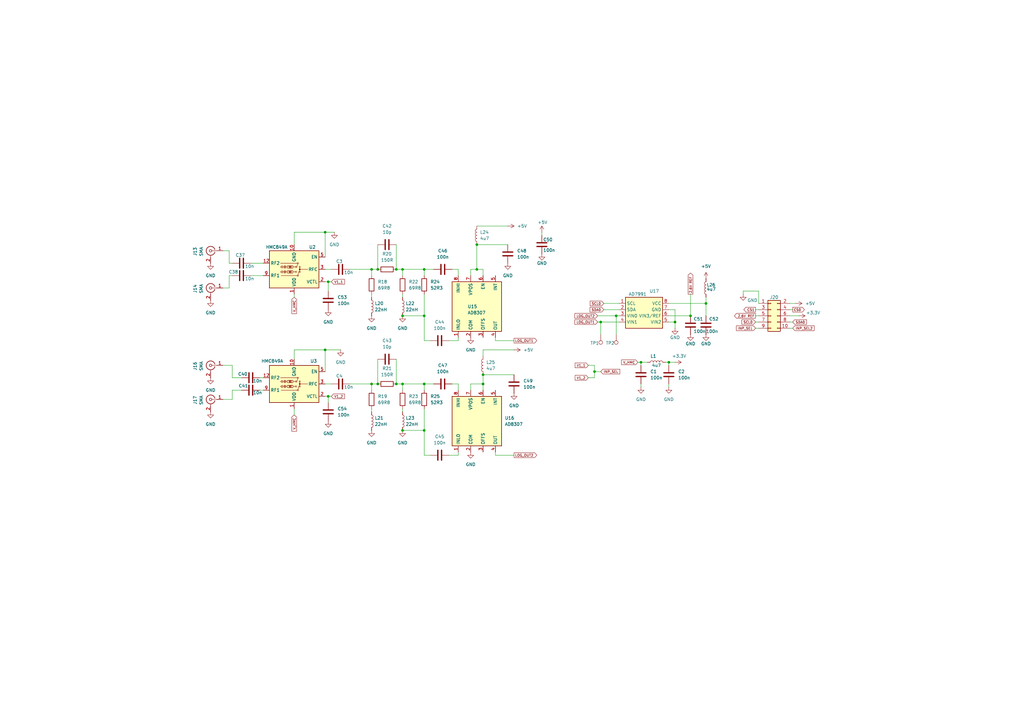
<source format=kicad_sch>
(kicad_sch
	(version 20250114)
	(generator "eeschema")
	(generator_version "9.0")
	(uuid "fb281cd6-083d-4302-bc4c-12f06479ef9d")
	(paper "A3")
	(title_block
		(rev "3.6")
		(comment 1 "change RF Switch´s from PE4259 to HMC849")
		(comment 2 "add voltage selection for HMC849 ")
	)
	(lib_symbols
		(symbol "Connector:Conn_Coaxial"
			(pin_names
				(offset 1.016)
				(hide yes)
			)
			(exclude_from_sim no)
			(in_bom yes)
			(on_board yes)
			(property "Reference" "J"
				(at 0.254 3.048 0)
				(effects
					(font
						(size 1.27 1.27)
					)
				)
			)
			(property "Value" "Conn_Coaxial"
				(at 2.921 0 90)
				(effects
					(font
						(size 1.27 1.27)
					)
				)
			)
			(property "Footprint" ""
				(at 0 0 0)
				(effects
					(font
						(size 1.27 1.27)
					)
					(hide yes)
				)
			)
			(property "Datasheet" "~"
				(at 0 0 0)
				(effects
					(font
						(size 1.27 1.27)
					)
					(hide yes)
				)
			)
			(property "Description" "coaxial connector (BNC, SMA, SMB, SMC, Cinch/RCA, LEMO, ...)"
				(at 0 0 0)
				(effects
					(font
						(size 1.27 1.27)
					)
					(hide yes)
				)
			)
			(property "ki_keywords" "BNC SMA SMB SMC LEMO coaxial connector CINCH RCA MCX MMCX U.FL UMRF"
				(at 0 0 0)
				(effects
					(font
						(size 1.27 1.27)
					)
					(hide yes)
				)
			)
			(property "ki_fp_filters" "*BNC* *SMA* *SMB* *SMC* *Cinch* *LEMO* *UMRF* *MCX* *U.FL*"
				(at 0 0 0)
				(effects
					(font
						(size 1.27 1.27)
					)
					(hide yes)
				)
			)
			(symbol "Conn_Coaxial_0_1"
				(polyline
					(pts
						(xy -2.54 0) (xy -0.508 0)
					)
					(stroke
						(width 0)
						(type default)
					)
					(fill
						(type none)
					)
				)
				(arc
					(start 1.778 0)
					(mid 0.222 -1.8079)
					(end -1.778 -0.508)
					(stroke
						(width 0.254)
						(type default)
					)
					(fill
						(type none)
					)
				)
				(arc
					(start -1.778 0.508)
					(mid 0.2221 1.8084)
					(end 1.778 0)
					(stroke
						(width 0.254)
						(type default)
					)
					(fill
						(type none)
					)
				)
				(circle
					(center 0 0)
					(radius 0.508)
					(stroke
						(width 0.2032)
						(type default)
					)
					(fill
						(type none)
					)
				)
				(polyline
					(pts
						(xy 0 -2.54) (xy 0 -1.778)
					)
					(stroke
						(width 0)
						(type default)
					)
					(fill
						(type none)
					)
				)
			)
			(symbol "Conn_Coaxial_1_1"
				(pin passive line
					(at -5.08 0 0)
					(length 2.54)
					(name "In"
						(effects
							(font
								(size 1.27 1.27)
							)
						)
					)
					(number "1"
						(effects
							(font
								(size 1.27 1.27)
							)
						)
					)
				)
				(pin passive line
					(at 0 -5.08 90)
					(length 2.54)
					(name "Ext"
						(effects
							(font
								(size 1.27 1.27)
							)
						)
					)
					(number "2"
						(effects
							(font
								(size 1.27 1.27)
							)
						)
					)
				)
			)
			(embedded_fonts no)
		)
		(symbol "Connector:TestPoint"
			(pin_numbers
				(hide yes)
			)
			(pin_names
				(offset 0.762)
				(hide yes)
			)
			(exclude_from_sim no)
			(in_bom yes)
			(on_board yes)
			(property "Reference" "TP"
				(at 0 6.858 0)
				(effects
					(font
						(size 1.27 1.27)
					)
				)
			)
			(property "Value" "TestPoint"
				(at 0 5.08 0)
				(effects
					(font
						(size 1.27 1.27)
					)
				)
			)
			(property "Footprint" ""
				(at 5.08 0 0)
				(effects
					(font
						(size 1.27 1.27)
					)
					(hide yes)
				)
			)
			(property "Datasheet" "~"
				(at 5.08 0 0)
				(effects
					(font
						(size 1.27 1.27)
					)
					(hide yes)
				)
			)
			(property "Description" "test point"
				(at 0 0 0)
				(effects
					(font
						(size 1.27 1.27)
					)
					(hide yes)
				)
			)
			(property "ki_keywords" "test point tp"
				(at 0 0 0)
				(effects
					(font
						(size 1.27 1.27)
					)
					(hide yes)
				)
			)
			(property "ki_fp_filters" "Pin* Test*"
				(at 0 0 0)
				(effects
					(font
						(size 1.27 1.27)
					)
					(hide yes)
				)
			)
			(symbol "TestPoint_0_1"
				(circle
					(center 0 3.302)
					(radius 0.762)
					(stroke
						(width 0)
						(type default)
					)
					(fill
						(type none)
					)
				)
			)
			(symbol "TestPoint_1_1"
				(pin passive line
					(at 0 0 90)
					(length 2.54)
					(name "1"
						(effects
							(font
								(size 1.27 1.27)
							)
						)
					)
					(number "1"
						(effects
							(font
								(size 1.27 1.27)
							)
						)
					)
				)
			)
			(embedded_fonts no)
		)
		(symbol "Connector_Generic:Conn_02x05_Odd_Even"
			(pin_names
				(offset 1.016)
				(hide yes)
			)
			(exclude_from_sim no)
			(in_bom yes)
			(on_board yes)
			(property "Reference" "J"
				(at 1.27 7.62 0)
				(effects
					(font
						(size 1.27 1.27)
					)
				)
			)
			(property "Value" "Conn_02x05_Odd_Even"
				(at 1.27 -7.62 0)
				(effects
					(font
						(size 1.27 1.27)
					)
				)
			)
			(property "Footprint" ""
				(at 0 0 0)
				(effects
					(font
						(size 1.27 1.27)
					)
					(hide yes)
				)
			)
			(property "Datasheet" "~"
				(at 0 0 0)
				(effects
					(font
						(size 1.27 1.27)
					)
					(hide yes)
				)
			)
			(property "Description" "Generic connector, double row, 02x05, odd/even pin numbering scheme (row 1 odd numbers, row 2 even numbers), script generated (kicad-library-utils/schlib/autogen/connector/)"
				(at 0 0 0)
				(effects
					(font
						(size 1.27 1.27)
					)
					(hide yes)
				)
			)
			(property "ki_keywords" "connector"
				(at 0 0 0)
				(effects
					(font
						(size 1.27 1.27)
					)
					(hide yes)
				)
			)
			(property "ki_fp_filters" "Connector*:*_2x??_*"
				(at 0 0 0)
				(effects
					(font
						(size 1.27 1.27)
					)
					(hide yes)
				)
			)
			(symbol "Conn_02x05_Odd_Even_1_1"
				(rectangle
					(start -1.27 6.35)
					(end 3.81 -6.35)
					(stroke
						(width 0.254)
						(type default)
					)
					(fill
						(type background)
					)
				)
				(rectangle
					(start -1.27 5.207)
					(end 0 4.953)
					(stroke
						(width 0.1524)
						(type default)
					)
					(fill
						(type none)
					)
				)
				(rectangle
					(start -1.27 2.667)
					(end 0 2.413)
					(stroke
						(width 0.1524)
						(type default)
					)
					(fill
						(type none)
					)
				)
				(rectangle
					(start -1.27 0.127)
					(end 0 -0.127)
					(stroke
						(width 0.1524)
						(type default)
					)
					(fill
						(type none)
					)
				)
				(rectangle
					(start -1.27 -2.413)
					(end 0 -2.667)
					(stroke
						(width 0.1524)
						(type default)
					)
					(fill
						(type none)
					)
				)
				(rectangle
					(start -1.27 -4.953)
					(end 0 -5.207)
					(stroke
						(width 0.1524)
						(type default)
					)
					(fill
						(type none)
					)
				)
				(rectangle
					(start 3.81 5.207)
					(end 2.54 4.953)
					(stroke
						(width 0.1524)
						(type default)
					)
					(fill
						(type none)
					)
				)
				(rectangle
					(start 3.81 2.667)
					(end 2.54 2.413)
					(stroke
						(width 0.1524)
						(type default)
					)
					(fill
						(type none)
					)
				)
				(rectangle
					(start 3.81 0.127)
					(end 2.54 -0.127)
					(stroke
						(width 0.1524)
						(type default)
					)
					(fill
						(type none)
					)
				)
				(rectangle
					(start 3.81 -2.413)
					(end 2.54 -2.667)
					(stroke
						(width 0.1524)
						(type default)
					)
					(fill
						(type none)
					)
				)
				(rectangle
					(start 3.81 -4.953)
					(end 2.54 -5.207)
					(stroke
						(width 0.1524)
						(type default)
					)
					(fill
						(type none)
					)
				)
				(pin passive line
					(at -5.08 5.08 0)
					(length 3.81)
					(name "Pin_1"
						(effects
							(font
								(size 1.27 1.27)
							)
						)
					)
					(number "1"
						(effects
							(font
								(size 1.27 1.27)
							)
						)
					)
				)
				(pin passive line
					(at -5.08 2.54 0)
					(length 3.81)
					(name "Pin_3"
						(effects
							(font
								(size 1.27 1.27)
							)
						)
					)
					(number "3"
						(effects
							(font
								(size 1.27 1.27)
							)
						)
					)
				)
				(pin passive line
					(at -5.08 0 0)
					(length 3.81)
					(name "Pin_5"
						(effects
							(font
								(size 1.27 1.27)
							)
						)
					)
					(number "5"
						(effects
							(font
								(size 1.27 1.27)
							)
						)
					)
				)
				(pin passive line
					(at -5.08 -2.54 0)
					(length 3.81)
					(name "Pin_7"
						(effects
							(font
								(size 1.27 1.27)
							)
						)
					)
					(number "7"
						(effects
							(font
								(size 1.27 1.27)
							)
						)
					)
				)
				(pin passive line
					(at -5.08 -5.08 0)
					(length 3.81)
					(name "Pin_9"
						(effects
							(font
								(size 1.27 1.27)
							)
						)
					)
					(number "9"
						(effects
							(font
								(size 1.27 1.27)
							)
						)
					)
				)
				(pin passive line
					(at 7.62 5.08 180)
					(length 3.81)
					(name "Pin_2"
						(effects
							(font
								(size 1.27 1.27)
							)
						)
					)
					(number "2"
						(effects
							(font
								(size 1.27 1.27)
							)
						)
					)
				)
				(pin passive line
					(at 7.62 2.54 180)
					(length 3.81)
					(name "Pin_4"
						(effects
							(font
								(size 1.27 1.27)
							)
						)
					)
					(number "4"
						(effects
							(font
								(size 1.27 1.27)
							)
						)
					)
				)
				(pin passive line
					(at 7.62 0 180)
					(length 3.81)
					(name "Pin_6"
						(effects
							(font
								(size 1.27 1.27)
							)
						)
					)
					(number "6"
						(effects
							(font
								(size 1.27 1.27)
							)
						)
					)
				)
				(pin passive line
					(at 7.62 -2.54 180)
					(length 3.81)
					(name "Pin_8"
						(effects
							(font
								(size 1.27 1.27)
							)
						)
					)
					(number "8"
						(effects
							(font
								(size 1.27 1.27)
							)
						)
					)
				)
				(pin passive line
					(at 7.62 -5.08 180)
					(length 3.81)
					(name "Pin_10"
						(effects
							(font
								(size 1.27 1.27)
							)
						)
					)
					(number "10"
						(effects
							(font
								(size 1.27 1.27)
							)
						)
					)
				)
			)
			(embedded_fonts no)
		)
		(symbol "Device:C"
			(pin_numbers
				(hide yes)
			)
			(pin_names
				(offset 0.254)
			)
			(exclude_from_sim no)
			(in_bom yes)
			(on_board yes)
			(property "Reference" "C"
				(at 0.635 2.54 0)
				(effects
					(font
						(size 1.27 1.27)
					)
					(justify left)
				)
			)
			(property "Value" "C"
				(at 0.635 -2.54 0)
				(effects
					(font
						(size 1.27 1.27)
					)
					(justify left)
				)
			)
			(property "Footprint" ""
				(at 0.9652 -3.81 0)
				(effects
					(font
						(size 1.27 1.27)
					)
					(hide yes)
				)
			)
			(property "Datasheet" "~"
				(at 0 0 0)
				(effects
					(font
						(size 1.27 1.27)
					)
					(hide yes)
				)
			)
			(property "Description" "Unpolarized capacitor"
				(at 0 0 0)
				(effects
					(font
						(size 1.27 1.27)
					)
					(hide yes)
				)
			)
			(property "ki_keywords" "cap capacitor"
				(at 0 0 0)
				(effects
					(font
						(size 1.27 1.27)
					)
					(hide yes)
				)
			)
			(property "ki_fp_filters" "C_*"
				(at 0 0 0)
				(effects
					(font
						(size 1.27 1.27)
					)
					(hide yes)
				)
			)
			(symbol "C_0_1"
				(polyline
					(pts
						(xy -2.032 0.762) (xy 2.032 0.762)
					)
					(stroke
						(width 0.508)
						(type default)
					)
					(fill
						(type none)
					)
				)
				(polyline
					(pts
						(xy -2.032 -0.762) (xy 2.032 -0.762)
					)
					(stroke
						(width 0.508)
						(type default)
					)
					(fill
						(type none)
					)
				)
			)
			(symbol "C_1_1"
				(pin passive line
					(at 0 3.81 270)
					(length 2.794)
					(name "~"
						(effects
							(font
								(size 1.27 1.27)
							)
						)
					)
					(number "1"
						(effects
							(font
								(size 1.27 1.27)
							)
						)
					)
				)
				(pin passive line
					(at 0 -3.81 90)
					(length 2.794)
					(name "~"
						(effects
							(font
								(size 1.27 1.27)
							)
						)
					)
					(number "2"
						(effects
							(font
								(size 1.27 1.27)
							)
						)
					)
				)
			)
			(embedded_fonts no)
		)
		(symbol "Device:L"
			(pin_numbers
				(hide yes)
			)
			(pin_names
				(offset 1.016)
				(hide yes)
			)
			(exclude_from_sim no)
			(in_bom yes)
			(on_board yes)
			(property "Reference" "L"
				(at -1.27 0 90)
				(effects
					(font
						(size 1.27 1.27)
					)
				)
			)
			(property "Value" "L"
				(at 1.905 0 90)
				(effects
					(font
						(size 1.27 1.27)
					)
				)
			)
			(property "Footprint" ""
				(at 0 0 0)
				(effects
					(font
						(size 1.27 1.27)
					)
					(hide yes)
				)
			)
			(property "Datasheet" "~"
				(at 0 0 0)
				(effects
					(font
						(size 1.27 1.27)
					)
					(hide yes)
				)
			)
			(property "Description" "Inductor"
				(at 0 0 0)
				(effects
					(font
						(size 1.27 1.27)
					)
					(hide yes)
				)
			)
			(property "ki_keywords" "inductor choke coil reactor magnetic"
				(at 0 0 0)
				(effects
					(font
						(size 1.27 1.27)
					)
					(hide yes)
				)
			)
			(property "ki_fp_filters" "Choke_* *Coil* Inductor_* L_*"
				(at 0 0 0)
				(effects
					(font
						(size 1.27 1.27)
					)
					(hide yes)
				)
			)
			(symbol "L_0_1"
				(arc
					(start 0 2.54)
					(mid 0.6323 1.905)
					(end 0 1.27)
					(stroke
						(width 0)
						(type default)
					)
					(fill
						(type none)
					)
				)
				(arc
					(start 0 1.27)
					(mid 0.6323 0.635)
					(end 0 0)
					(stroke
						(width 0)
						(type default)
					)
					(fill
						(type none)
					)
				)
				(arc
					(start 0 0)
					(mid 0.6323 -0.635)
					(end 0 -1.27)
					(stroke
						(width 0)
						(type default)
					)
					(fill
						(type none)
					)
				)
				(arc
					(start 0 -1.27)
					(mid 0.6323 -1.905)
					(end 0 -2.54)
					(stroke
						(width 0)
						(type default)
					)
					(fill
						(type none)
					)
				)
			)
			(symbol "L_1_1"
				(pin passive line
					(at 0 3.81 270)
					(length 1.27)
					(name "1"
						(effects
							(font
								(size 1.27 1.27)
							)
						)
					)
					(number "1"
						(effects
							(font
								(size 1.27 1.27)
							)
						)
					)
				)
				(pin passive line
					(at 0 -3.81 90)
					(length 1.27)
					(name "2"
						(effects
							(font
								(size 1.27 1.27)
							)
						)
					)
					(number "2"
						(effects
							(font
								(size 1.27 1.27)
							)
						)
					)
				)
			)
			(embedded_fonts no)
		)
		(symbol "Driver_LED:MPQ3362GJ-AEC1"
			(exclude_from_sim no)
			(in_bom yes)
			(on_board yes)
			(property "Reference" "U5"
				(at 2.1941 10.16 0)
				(effects
					(font
						(size 1.27 1.27)
					)
					(justify left)
				)
			)
			(property "Value" "AD7991"
				(at -6.35 8.89 0)
				(effects
					(font
						(size 1.27 1.27)
					)
					(justify left)
				)
			)
			(property "Footprint" "Package_TO_SOT_SMD:TSOT-23-8"
				(at 1.27 -7.366 0)
				(effects
					(font
						(size 1.27 1.27)
					)
					(hide yes)
				)
			)
			(property "Datasheet" ""
				(at 2.54 -11.43 0)
				(effects
					(font
						(size 1.27 1.27)
					)
					(hide yes)
				)
			)
			(property "Description" ""
				(at 5.334 11.43 0)
				(effects
					(font
						(size 1.27 1.27)
					)
					(hide yes)
				)
			)
			(property "ki_keywords" "LED driver AEC AEC1-Q100"
				(at 0 0 0)
				(effects
					(font
						(size 1.27 1.27)
					)
					(hide yes)
				)
			)
			(property "ki_fp_filters" "TSOT?23*"
				(at 0 0 0)
				(effects
					(font
						(size 1.27 1.27)
					)
					(hide yes)
				)
			)
			(symbol "MPQ3362GJ-AEC1_1_1"
				(rectangle
					(start -7.62 7.62)
					(end 7.62 -5.08)
					(stroke
						(width 0.254)
						(type default)
					)
					(fill
						(type background)
					)
				)
				(pin input line
					(at -10.16 5.08 0)
					(length 2.54)
					(name "SCL"
						(effects
							(font
								(size 1.27 1.27)
							)
						)
					)
					(number "1"
						(effects
							(font
								(size 1.27 1.27)
							)
						)
					)
				)
				(pin input line
					(at -10.16 2.54 0)
					(length 2.54)
					(name "SDA"
						(effects
							(font
								(size 1.27 1.27)
							)
						)
					)
					(number "2"
						(effects
							(font
								(size 1.27 1.27)
							)
						)
					)
				)
				(pin input line
					(at -10.16 0 0)
					(length 2.54)
					(name "VIN0"
						(effects
							(font
								(size 1.27 1.27)
							)
						)
					)
					(number "3"
						(effects
							(font
								(size 1.27 1.27)
							)
						)
					)
				)
				(pin input line
					(at -10.16 -2.54 0)
					(length 2.54)
					(name "VIN1"
						(effects
							(font
								(size 1.27 1.27)
							)
						)
					)
					(number "4"
						(effects
							(font
								(size 1.27 1.27)
							)
						)
					)
					(alternate "DIM" input line)
				)
				(pin power_in line
					(at 10.16 5.08 180)
					(length 2.54)
					(name "VCC"
						(effects
							(font
								(size 1.27 1.27)
							)
						)
					)
					(number "8"
						(effects
							(font
								(size 1.27 1.27)
							)
						)
					)
				)
				(pin power_in line
					(at 10.16 2.54 180)
					(length 2.54)
					(name "GND"
						(effects
							(font
								(size 1.27 1.27)
							)
						)
					)
					(number "7"
						(effects
							(font
								(size 1.27 1.27)
							)
						)
					)
				)
				(pin input line
					(at 10.16 0 180)
					(length 2.54)
					(name "VIN3/REF"
						(effects
							(font
								(size 1.27 1.27)
							)
						)
					)
					(number "6"
						(effects
							(font
								(size 1.27 1.27)
							)
						)
					)
				)
				(pin input line
					(at 10.16 -2.54 180)
					(length 2.54)
					(name "VIN2"
						(effects
							(font
								(size 1.27 1.27)
							)
						)
					)
					(number "5"
						(effects
							(font
								(size 1.27 1.27)
							)
						)
					)
					(alternate "SYNC" input line)
				)
			)
			(embedded_fonts no)
		)
		(symbol "HMC849A_2"
			(exclude_from_sim no)
			(in_bom yes)
			(on_board yes)
			(property "Reference" "U"
				(at -10.16 8.89 0)
				(effects
					(font
						(size 1.27 1.27)
					)
					(justify left)
				)
			)
			(property "Value" "HMC849A"
				(at 10.16 8.89 0)
				(effects
					(font
						(size 1.27 1.27)
					)
					(justify right)
				)
			)
			(property "Footprint" "Package_CSP:LFCSP-16-1EP_4x4mm_P0.65mm_EP2.4x2.4mm"
				(at 0 11.43 0)
				(effects
					(font
						(size 1.27 1.27)
					)
					(hide yes)
				)
			)
			(property "Datasheet" "https://www.analog.com/media/en/technical-documentation/data-sheets/hmc849a.pdf"
				(at -13.97 31.75 0)
				(effects
					(font
						(size 1.27 1.27)
					)
					(hide yes)
				)
			)
			(property "Description" "High Isolation SPDT Non-Reflective Switch, DC-6GHz, Matched to 50 Ohm, LFCSP-16"
				(at 0 0 0)
				(effects
					(font
						(size 1.27 1.27)
					)
					(hide yes)
				)
			)
			(property "ki_keywords" "RF SPDT switch"
				(at 0 0 0)
				(effects
					(font
						(size 1.27 1.27)
					)
					(hide yes)
				)
			)
			(property "ki_fp_filters" "LFCSP*1EP*4x4mm*P0.65mm*"
				(at 0 0 0)
				(effects
					(font
						(size 1.27 1.27)
					)
					(hide yes)
				)
			)
			(symbol "HMC849A_2_0_0"
				(text "50"
					(at 1.651 1.016 0)
					(effects
						(font
							(size 0.635 0.635)
						)
					)
				)
				(text "50"
					(at 1.651 -1.016 0)
					(effects
						(font
							(size 0.635 0.635)
						)
					)
				)
			)
			(symbol "HMC849A_2_0_1"
				(rectangle
					(start -10.16 7.62)
					(end 10.16 -7.62)
					(stroke
						(width 0.254)
						(type default)
					)
					(fill
						(type background)
					)
				)
				(circle
					(center -2.286 1.016)
					(radius 0.254)
					(stroke
						(width 0)
						(type default)
					)
					(fill
						(type none)
					)
				)
				(polyline
					(pts
						(xy -2.286 0.762) (xy -2.286 -0.762)
					)
					(stroke
						(width 0)
						(type default)
					)
					(fill
						(type none)
					)
				)
				(circle
					(center -2.286 0)
					(radius 0.254)
					(stroke
						(width 0)
						(type default)
					)
					(fill
						(type outline)
					)
				)
				(polyline
					(pts
						(xy -2.286 0) (xy -5.588 0)
					)
					(stroke
						(width 0)
						(type default)
					)
					(fill
						(type none)
					)
				)
				(circle
					(center -1.524 2.54)
					(radius 0.254)
					(stroke
						(width 0)
						(type default)
					)
					(fill
						(type none)
					)
				)
				(polyline
					(pts
						(xy -1.524 2.286) (xy -2.032 0.762)
					)
					(stroke
						(width 0)
						(type default)
					)
					(fill
						(type none)
					)
				)
				(polyline
					(pts
						(xy -1.524 -2.286) (xy -1.016 -0.762)
					)
					(stroke
						(width 0)
						(type default)
					)
					(fill
						(type none)
					)
				)
				(circle
					(center -1.524 -2.54)
					(radius 0.254)
					(stroke
						(width 0)
						(type default)
					)
					(fill
						(type none)
					)
				)
				(polyline
					(pts
						(xy -1.27 2.54) (xy 5.334 2.54)
					)
					(stroke
						(width 0)
						(type default)
					)
					(fill
						(type none)
					)
				)
				(polyline
					(pts
						(xy -1.27 -2.54) (xy 5.588 -2.54)
					)
					(stroke
						(width 0)
						(type default)
					)
					(fill
						(type none)
					)
				)
				(circle
					(center -0.762 -1.016)
					(radius 0.254)
					(stroke
						(width 0)
						(type default)
					)
					(fill
						(type none)
					)
				)
				(polyline
					(pts
						(xy -0.508 1.016) (xy 0.508 1.016)
					)
					(stroke
						(width 0)
						(type default)
					)
					(fill
						(type none)
					)
				)
				(polyline
					(pts
						(xy -0.508 -1.016) (xy 0.508 -1.016)
					)
					(stroke
						(width 0)
						(type default)
					)
					(fill
						(type none)
					)
				)
				(rectangle
					(start 0.508 0.508)
					(end 2.794 1.524)
					(stroke
						(width 0)
						(type default)
					)
					(fill
						(type none)
					)
				)
				(rectangle
					(start 0.508 -1.524)
					(end 2.794 -0.508)
					(stroke
						(width 0)
						(type default)
					)
					(fill
						(type none)
					)
				)
				(polyline
					(pts
						(xy 3.556 1.016) (xy 2.794 1.016)
					)
					(stroke
						(width 0)
						(type default)
					)
					(fill
						(type none)
					)
				)
				(polyline
					(pts
						(xy 3.556 0.508) (xy 3.556 1.524)
					)
					(stroke
						(width 0.254)
						(type default)
					)
					(fill
						(type none)
					)
				)
				(polyline
					(pts
						(xy 3.556 -1.016) (xy 2.794 -1.016)
					)
					(stroke
						(width 0)
						(type default)
					)
					(fill
						(type none)
					)
				)
				(polyline
					(pts
						(xy 3.556 -1.524) (xy 3.556 -0.508)
					)
					(stroke
						(width 0.254)
						(type default)
					)
					(fill
						(type none)
					)
				)
				(polyline
					(pts
						(xy 4.064 1.524) (xy 4.064 0.508)
					)
					(stroke
						(width 0.254)
						(type default)
					)
					(fill
						(type none)
					)
				)
				(polyline
					(pts
						(xy 4.064 1.016) (xy 4.826 1.016) (xy 4.826 0.508) (xy 5.588 1.016) (xy 4.826 1.524) (xy 4.826 1.016)
					)
					(stroke
						(width 0)
						(type default)
					)
					(fill
						(type none)
					)
				)
				(polyline
					(pts
						(xy 4.064 -0.508) (xy 4.064 -1.524)
					)
					(stroke
						(width 0.254)
						(type default)
					)
					(fill
						(type none)
					)
				)
				(polyline
					(pts
						(xy 4.064 -1.016) (xy 4.826 -1.016) (xy 4.826 -1.524) (xy 5.588 -1.016) (xy 4.826 -0.508) (xy 4.826 -1.016)
					)
					(stroke
						(width 0)
						(type default)
					)
					(fill
						(type none)
					)
				)
			)
			(symbol "HMC849A_2_1_1"
				(circle
					(center -2.286 -1.016)
					(radius 0.254)
					(stroke
						(width 0)
						(type default)
					)
					(fill
						(type none)
					)
				)
				(circle
					(center -0.762 1.016)
					(radius 0.254)
					(stroke
						(width 0)
						(type default)
					)
					(fill
						(type none)
					)
				)
				(pin input line
					(at -12.7 5.08 0)
					(length 2.54)
					(name "VCTL"
						(effects
							(font
								(size 1.27 1.27)
							)
						)
					)
					(number "2"
						(effects
							(font
								(size 1.27 1.27)
							)
						)
					)
				)
				(pin passive line
					(at -12.7 0 0)
					(length 2.54)
					(name "RFC"
						(effects
							(font
								(size 1.27 1.27)
							)
						)
					)
					(number "3"
						(effects
							(font
								(size 1.27 1.27)
							)
						)
					)
				)
				(pin input line
					(at -12.7 -5.08 0)
					(length 2.54)
					(name "EN"
						(effects
							(font
								(size 1.27 1.27)
							)
						)
					)
					(number "5"
						(effects
							(font
								(size 1.27 1.27)
							)
						)
					)
				)
				(pin power_in line
					(at 0 10.16 270)
					(length 2.54)
					(name "VDD"
						(effects
							(font
								(size 1.27 1.27)
							)
						)
					)
					(number "1"
						(effects
							(font
								(size 1.27 1.27)
							)
						)
					)
				)
				(pin power_in line
					(at 0 -10.16 90)
					(length 2.54)
					(name "GND"
						(effects
							(font
								(size 1.27 1.27)
							)
						)
					)
					(number "10"
						(effects
							(font
								(size 1.27 1.27)
							)
						)
					)
				)
				(pin passive line
					(at 0 -10.16 90)
					(length 2.54)
					(hide yes)
					(name "GND"
						(effects
							(font
								(size 1.27 1.27)
							)
						)
					)
					(number "11"
						(effects
							(font
								(size 1.27 1.27)
							)
						)
					)
				)
				(pin passive line
					(at 0 -10.16 90)
					(length 2.54)
					(hide yes)
					(name "GND"
						(effects
							(font
								(size 1.27 1.27)
							)
						)
					)
					(number "13"
						(effects
							(font
								(size 1.27 1.27)
							)
						)
					)
				)
				(pin passive line
					(at 0 -10.16 90)
					(length 2.54)
					(hide yes)
					(name "GND"
						(effects
							(font
								(size 1.27 1.27)
							)
						)
					)
					(number "14"
						(effects
							(font
								(size 1.27 1.27)
							)
						)
					)
				)
				(pin passive line
					(at 0 -10.16 90)
					(length 2.54)
					(hide yes)
					(name "GND"
						(effects
							(font
								(size 1.27 1.27)
							)
						)
					)
					(number "15"
						(effects
							(font
								(size 1.27 1.27)
							)
						)
					)
				)
				(pin passive line
					(at 0 -10.16 90)
					(length 2.54)
					(hide yes)
					(name "GND"
						(effects
							(font
								(size 1.27 1.27)
							)
						)
					)
					(number "16"
						(effects
							(font
								(size 1.27 1.27)
							)
						)
					)
				)
				(pin passive line
					(at 0 -10.16 90)
					(length 2.54)
					(hide yes)
					(name "GND"
						(effects
							(font
								(size 1.27 1.27)
							)
						)
					)
					(number "17"
						(effects
							(font
								(size 1.27 1.27)
							)
						)
					)
				)
				(pin passive line
					(at 0 -10.16 90)
					(length 2.54)
					(hide yes)
					(name "GND"
						(effects
							(font
								(size 1.27 1.27)
							)
						)
					)
					(number "4"
						(effects
							(font
								(size 1.27 1.27)
							)
						)
					)
				)
				(pin passive line
					(at 0 -10.16 90)
					(length 2.54)
					(hide yes)
					(name "GND"
						(effects
							(font
								(size 1.27 1.27)
							)
						)
					)
					(number "6"
						(effects
							(font
								(size 1.27 1.27)
							)
						)
					)
				)
				(pin passive line
					(at 0 -10.16 90)
					(length 2.54)
					(hide yes)
					(name "GND"
						(effects
							(font
								(size 1.27 1.27)
							)
						)
					)
					(number "7"
						(effects
							(font
								(size 1.27 1.27)
							)
						)
					)
				)
				(pin passive line
					(at 0 -10.16 90)
					(length 2.54)
					(hide yes)
					(name "GND"
						(effects
							(font
								(size 1.27 1.27)
							)
						)
					)
					(number "8"
						(effects
							(font
								(size 1.27 1.27)
							)
						)
					)
				)
				(pin passive line
					(at 12.7 2.54 180)
					(length 2.54)
					(name "RF1"
						(effects
							(font
								(size 1.27 1.27)
							)
						)
					)
					(number "9"
						(effects
							(font
								(size 1.27 1.27)
							)
						)
					)
				)
				(pin passive line
					(at 12.7 -2.54 180)
					(length 2.54)
					(name "RF2"
						(effects
							(font
								(size 1.27 1.27)
							)
						)
					)
					(number "12"
						(effects
							(font
								(size 1.27 1.27)
							)
						)
					)
				)
			)
			(embedded_fonts no)
		)
		(symbol "LOG_RF_Amplifier:AD8313xRM"
			(exclude_from_sim no)
			(in_bom yes)
			(on_board yes)
			(property "Reference" "U"
				(at 1.524 1.524 0)
				(effects
					(font
						(size 1.27 1.27)
					)
				)
			)
			(property "Value" "AD8307"
				(at 4.572 -1.524 0)
				(effects
					(font
						(size 1.27 1.27)
					)
				)
			)
			(property "Footprint" ""
				(at -29.972 12.7 0)
				(effects
					(font
						(size 1.27 1.27)
					)
					(hide yes)
				)
			)
			(property "Datasheet" ""
				(at 0 -2.54 0)
				(effects
					(font
						(size 1.27 1.27)
					)
					(hide yes)
				)
			)
			(property "Description" "Logarithmic Detector, SO-8"
				(at 0.254 3.81 0)
				(effects
					(font
						(size 1.27 1.27)
					)
					(hide yes)
				)
			)
			(property "ki_keywords" "RF LOG POWER DETECTOR"
				(at 0 0 0)
				(effects
					(font
						(size 1.27 1.27)
					)
					(hide yes)
				)
			)
			(property "ki_fp_filters" "MSOP*3x3mm*P0.65mm*"
				(at 0 0 0)
				(effects
					(font
						(size 1.27 1.27)
					)
					(hide yes)
				)
			)
			(symbol "AD8313xRM_0_1"
				(rectangle
					(start -10.16 10.16)
					(end 10.16 -10.16)
					(stroke
						(width 0.254)
						(type default)
					)
					(fill
						(type background)
					)
				)
			)
			(symbol "AD8313xRM_1_1"
				(pin input line
					(at -7.62 12.7 270)
					(length 2.54)
					(name "INHI"
						(effects
							(font
								(size 1.27 1.27)
							)
						)
					)
					(number "8"
						(effects
							(font
								(size 1.27 1.27)
							)
						)
					)
				)
				(pin input line
					(at -7.62 -12.7 90)
					(length 2.54)
					(name "INLO"
						(effects
							(font
								(size 1.27 1.27)
							)
						)
					)
					(number "1"
						(effects
							(font
								(size 1.27 1.27)
							)
						)
					)
				)
				(pin power_in line
					(at -2.54 12.7 270)
					(length 2.54)
					(name "VPOS"
						(effects
							(font
								(size 1.27 1.27)
							)
						)
					)
					(number "7"
						(effects
							(font
								(size 1.27 1.27)
							)
						)
					)
				)
				(pin power_in line
					(at -2.54 -12.7 90)
					(length 2.54)
					(name "COM"
						(effects
							(font
								(size 1.27 1.27)
							)
						)
					)
					(number "2"
						(effects
							(font
								(size 1.27 1.27)
							)
						)
					)
				)
				(pin input line
					(at 2.54 12.7 270)
					(length 2.54)
					(name "EN"
						(effects
							(font
								(size 1.27 1.27)
							)
						)
					)
					(number "6"
						(effects
							(font
								(size 1.27 1.27)
							)
						)
					)
				)
				(pin input line
					(at 2.54 -12.7 90)
					(length 2.54)
					(name "OFFS"
						(effects
							(font
								(size 1.27 1.27)
							)
						)
					)
					(number "3"
						(effects
							(font
								(size 1.27 1.27)
							)
						)
					)
				)
				(pin input line
					(at 7.62 12.7 270)
					(length 2.54)
					(name "INT"
						(effects
							(font
								(size 1.27 1.27)
							)
						)
					)
					(number "5"
						(effects
							(font
								(size 1.27 1.27)
							)
						)
					)
				)
				(pin output line
					(at 7.62 -12.7 90)
					(length 2.54)
					(name "OUT"
						(effects
							(font
								(size 1.27 1.27)
							)
						)
					)
					(number "4"
						(effects
							(font
								(size 1.27 1.27)
							)
						)
					)
				)
			)
			(embedded_fonts no)
		)
		(symbol "dual_rotary_encoder_switch:R"
			(pin_numbers
				(hide yes)
			)
			(pin_names
				(offset 0)
			)
			(exclude_from_sim no)
			(in_bom yes)
			(on_board yes)
			(property "Reference" "R"
				(at 2.032 0 90)
				(effects
					(font
						(size 1.27 1.27)
					)
				)
			)
			(property "Value" "R"
				(at 0 0 90)
				(effects
					(font
						(size 1.27 1.27)
					)
				)
			)
			(property "Footprint" ""
				(at -1.778 0 90)
				(effects
					(font
						(size 1.27 1.27)
					)
					(hide yes)
				)
			)
			(property "Datasheet" "~"
				(at 0 0 0)
				(effects
					(font
						(size 1.27 1.27)
					)
					(hide yes)
				)
			)
			(property "Description" "Resistor"
				(at 0 0 0)
				(effects
					(font
						(size 1.27 1.27)
					)
					(hide yes)
				)
			)
			(property "ki_keywords" "R res resistor"
				(at 0 0 0)
				(effects
					(font
						(size 1.27 1.27)
					)
					(hide yes)
				)
			)
			(property "ki_fp_filters" "R_*"
				(at 0 0 0)
				(effects
					(font
						(size 1.27 1.27)
					)
					(hide yes)
				)
			)
			(symbol "R_0_1"
				(rectangle
					(start -1.016 -2.54)
					(end 1.016 2.54)
					(stroke
						(width 0.254)
						(type default)
					)
					(fill
						(type none)
					)
				)
			)
			(symbol "R_1_1"
				(pin passive line
					(at 0 3.81 270)
					(length 1.27)
					(name "~"
						(effects
							(font
								(size 1.27 1.27)
							)
						)
					)
					(number "1"
						(effects
							(font
								(size 1.27 1.27)
							)
						)
					)
				)
				(pin passive line
					(at 0 -3.81 90)
					(length 1.27)
					(name "~"
						(effects
							(font
								(size 1.27 1.27)
							)
						)
					)
					(number "2"
						(effects
							(font
								(size 1.27 1.27)
							)
						)
					)
				)
			)
			(embedded_fonts no)
		)
		(symbol "power:+3.3V"
			(power)
			(pin_numbers
				(hide yes)
			)
			(pin_names
				(offset 0)
				(hide yes)
			)
			(exclude_from_sim no)
			(in_bom yes)
			(on_board yes)
			(property "Reference" "#PWR"
				(at 0 -3.81 0)
				(effects
					(font
						(size 1.27 1.27)
					)
					(hide yes)
				)
			)
			(property "Value" "+3.3V"
				(at 0 3.556 0)
				(effects
					(font
						(size 1.27 1.27)
					)
				)
			)
			(property "Footprint" ""
				(at 0 0 0)
				(effects
					(font
						(size 1.27 1.27)
					)
					(hide yes)
				)
			)
			(property "Datasheet" ""
				(at 0 0 0)
				(effects
					(font
						(size 1.27 1.27)
					)
					(hide yes)
				)
			)
			(property "Description" "Power symbol creates a global label with name \"+3.3V\""
				(at 0 0 0)
				(effects
					(font
						(size 1.27 1.27)
					)
					(hide yes)
				)
			)
			(property "ki_keywords" "global power"
				(at 0 0 0)
				(effects
					(font
						(size 1.27 1.27)
					)
					(hide yes)
				)
			)
			(symbol "+3.3V_0_1"
				(polyline
					(pts
						(xy -0.762 1.27) (xy 0 2.54)
					)
					(stroke
						(width 0)
						(type default)
					)
					(fill
						(type none)
					)
				)
				(polyline
					(pts
						(xy 0 2.54) (xy 0.762 1.27)
					)
					(stroke
						(width 0)
						(type default)
					)
					(fill
						(type none)
					)
				)
				(polyline
					(pts
						(xy 0 0) (xy 0 2.54)
					)
					(stroke
						(width 0)
						(type default)
					)
					(fill
						(type none)
					)
				)
			)
			(symbol "+3.3V_1_1"
				(pin power_in line
					(at 0 0 90)
					(length 0)
					(name "~"
						(effects
							(font
								(size 1.27 1.27)
							)
						)
					)
					(number "1"
						(effects
							(font
								(size 1.27 1.27)
							)
						)
					)
				)
			)
			(embedded_fonts no)
		)
		(symbol "power:+5V"
			(power)
			(pin_numbers
				(hide yes)
			)
			(pin_names
				(offset 0)
				(hide yes)
			)
			(exclude_from_sim no)
			(in_bom yes)
			(on_board yes)
			(property "Reference" "#PWR"
				(at 0 -3.81 0)
				(effects
					(font
						(size 1.27 1.27)
					)
					(hide yes)
				)
			)
			(property "Value" "+5V"
				(at 0 3.556 0)
				(effects
					(font
						(size 1.27 1.27)
					)
				)
			)
			(property "Footprint" ""
				(at 0 0 0)
				(effects
					(font
						(size 1.27 1.27)
					)
					(hide yes)
				)
			)
			(property "Datasheet" ""
				(at 0 0 0)
				(effects
					(font
						(size 1.27 1.27)
					)
					(hide yes)
				)
			)
			(property "Description" "Power symbol creates a global label with name \"+5V\""
				(at 0 0 0)
				(effects
					(font
						(size 1.27 1.27)
					)
					(hide yes)
				)
			)
			(property "ki_keywords" "global power"
				(at 0 0 0)
				(effects
					(font
						(size 1.27 1.27)
					)
					(hide yes)
				)
			)
			(symbol "+5V_0_1"
				(polyline
					(pts
						(xy -0.762 1.27) (xy 0 2.54)
					)
					(stroke
						(width 0)
						(type default)
					)
					(fill
						(type none)
					)
				)
				(polyline
					(pts
						(xy 0 2.54) (xy 0.762 1.27)
					)
					(stroke
						(width 0)
						(type default)
					)
					(fill
						(type none)
					)
				)
				(polyline
					(pts
						(xy 0 0) (xy 0 2.54)
					)
					(stroke
						(width 0)
						(type default)
					)
					(fill
						(type none)
					)
				)
			)
			(symbol "+5V_1_1"
				(pin power_in line
					(at 0 0 90)
					(length 0)
					(name "~"
						(effects
							(font
								(size 1.27 1.27)
							)
						)
					)
					(number "1"
						(effects
							(font
								(size 1.27 1.27)
							)
						)
					)
				)
			)
			(embedded_fonts no)
		)
		(symbol "power:GND"
			(power)
			(pin_numbers
				(hide yes)
			)
			(pin_names
				(offset 0)
				(hide yes)
			)
			(exclude_from_sim no)
			(in_bom yes)
			(on_board yes)
			(property "Reference" "#PWR"
				(at 0 -6.35 0)
				(effects
					(font
						(size 1.27 1.27)
					)
					(hide yes)
				)
			)
			(property "Value" "GND"
				(at 0 -3.81 0)
				(effects
					(font
						(size 1.27 1.27)
					)
				)
			)
			(property "Footprint" ""
				(at 0 0 0)
				(effects
					(font
						(size 1.27 1.27)
					)
					(hide yes)
				)
			)
			(property "Datasheet" ""
				(at 0 0 0)
				(effects
					(font
						(size 1.27 1.27)
					)
					(hide yes)
				)
			)
			(property "Description" "Power symbol creates a global label with name \"GND\" , ground"
				(at 0 0 0)
				(effects
					(font
						(size 1.27 1.27)
					)
					(hide yes)
				)
			)
			(property "ki_keywords" "global power"
				(at 0 0 0)
				(effects
					(font
						(size 1.27 1.27)
					)
					(hide yes)
				)
			)
			(symbol "GND_0_1"
				(polyline
					(pts
						(xy 0 0) (xy 0 -1.27) (xy 1.27 -1.27) (xy 0 -2.54) (xy -1.27 -1.27) (xy 0 -1.27)
					)
					(stroke
						(width 0)
						(type default)
					)
					(fill
						(type none)
					)
				)
			)
			(symbol "GND_1_1"
				(pin power_in line
					(at 0 0 270)
					(length 0)
					(name "~"
						(effects
							(font
								(size 1.27 1.27)
							)
						)
					)
					(number "1"
						(effects
							(font
								(size 1.27 1.27)
							)
						)
					)
				)
			)
			(embedded_fonts no)
		)
	)
	(junction
		(at 165.1 110.49)
		(diameter 0)
		(color 0 0 0 0)
		(uuid "01ab91f9-f80f-4284-8189-3cdd096bda01")
	)
	(junction
		(at 162.56 157.48)
		(diameter 0)
		(color 0 0 0 0)
		(uuid "06027d6c-7e44-4076-85d9-4001eaa35da5")
	)
	(junction
		(at 198.12 153.67)
		(diameter 0)
		(color 0 0 0 0)
		(uuid "0fd92ffd-cf0f-4353-af33-90d9e0a070bb")
	)
	(junction
		(at 173.99 157.48)
		(diameter 0)
		(color 0 0 0 0)
		(uuid "11e15e8d-625c-4069-845e-42654197940b")
	)
	(junction
		(at 152.4 110.49)
		(diameter 0)
		(color 0 0 0 0)
		(uuid "1f127390-5fc1-4399-a9e4-8fab7c08b6f6")
	)
	(junction
		(at 283.21 129.54)
		(diameter 0)
		(color 0 0 0 0)
		(uuid "3553d23f-1750-4fad-812c-a1c4849c9e26")
	)
	(junction
		(at 262.89 148.59)
		(diameter 0)
		(color 0 0 0 0)
		(uuid "3ad00501-3c50-4c35-9216-f94617e3324b")
	)
	(junction
		(at 274.32 148.59)
		(diameter 0)
		(color 0 0 0 0)
		(uuid "47dfdf16-702f-4dfb-9b21-abcf2f302259")
	)
	(junction
		(at 134.62 162.56)
		(diameter 0)
		(color 0 0 0 0)
		(uuid "48c863d6-19d0-4f0d-b88c-949c9ca05cb3")
	)
	(junction
		(at 152.4 157.48)
		(diameter 0)
		(color 0 0 0 0)
		(uuid "4e4b4219-e8ef-4899-93bd-6d49ab41d16e")
	)
	(junction
		(at 173.99 110.49)
		(diameter 0)
		(color 0 0 0 0)
		(uuid "51d8396e-3d5a-4734-9f51-c27278befe18")
	)
	(junction
		(at 154.94 110.49)
		(diameter 0)
		(color 0 0 0 0)
		(uuid "549b48e9-df26-4c97-9375-b0e7eed486e9")
	)
	(junction
		(at 195.58 100.33)
		(diameter 0)
		(color 0 0 0 0)
		(uuid "5f024e0e-626a-43a8-b69f-76e4b054f0d7")
	)
	(junction
		(at 165.1 157.48)
		(diameter 0)
		(color 0 0 0 0)
		(uuid "663649a7-f126-4d62-b00f-bbb44ee6bf9a")
	)
	(junction
		(at 165.1 176.53)
		(diameter 0)
		(color 0 0 0 0)
		(uuid "6935be3c-a6d6-4f2c-b145-55fca0015333")
	)
	(junction
		(at 289.56 124.46)
		(diameter 0)
		(color 0 0 0 0)
		(uuid "77793a64-49cb-4eef-9b60-4beaba1d9805")
	)
	(junction
		(at 243.84 152.4)
		(diameter 0)
		(color 0 0 0 0)
		(uuid "7e9aadc9-8d6d-44c5-af78-6ddfc1cf5891")
	)
	(junction
		(at 154.94 157.48)
		(diameter 0)
		(color 0 0 0 0)
		(uuid "92547502-6ae2-4d16-831a-1d398c4b1801")
	)
	(junction
		(at 246.38 132.08)
		(diameter 0)
		(color 0 0 0 0)
		(uuid "9763d0e8-527f-47bb-8232-f4c0e4f06ab9")
	)
	(junction
		(at 134.62 115.57)
		(diameter 0)
		(color 0 0 0 0)
		(uuid "a39636ad-e7c1-470d-a88e-9d1bc049298d")
	)
	(junction
		(at 276.86 132.08)
		(diameter 0)
		(color 0 0 0 0)
		(uuid "ab15deff-2fe6-41fc-956e-566b3271a953")
	)
	(junction
		(at 173.99 176.53)
		(diameter 0)
		(color 0 0 0 0)
		(uuid "ad3d3462-eb0f-4f61-a59a-37429ee1150d")
	)
	(junction
		(at 198.12 157.48)
		(diameter 0)
		(color 0 0 0 0)
		(uuid "afc6dec0-07d2-4fd1-b815-645e7caa5173")
	)
	(junction
		(at 252.73 129.54)
		(diameter 0)
		(color 0 0 0 0)
		(uuid "c3864104-e3e6-401a-b724-ce022909990e")
	)
	(junction
		(at 165.1 129.54)
		(diameter 0)
		(color 0 0 0 0)
		(uuid "cd1fcd63-88b7-48cb-ba76-aad62043c6d1")
	)
	(junction
		(at 162.56 110.49)
		(diameter 0)
		(color 0 0 0 0)
		(uuid "dbf34bd9-8b21-4506-b907-721216b085b8")
	)
	(junction
		(at 133.35 143.51)
		(diameter 0)
		(color 0 0 0 0)
		(uuid "ee933290-7557-455a-8084-a75bf3c198dc")
	)
	(junction
		(at 195.58 110.49)
		(diameter 0)
		(color 0 0 0 0)
		(uuid "f7fe50c0-d99b-40bf-8d0c-2d547ebf0964")
	)
	(junction
		(at 173.99 129.54)
		(diameter 0)
		(color 0 0 0 0)
		(uuid "f97effaa-3096-4900-bc62-feadeb07908a")
	)
	(junction
		(at 133.35 95.25)
		(diameter 0)
		(color 0 0 0 0)
		(uuid "fde6090d-350d-4e20-98de-9f58b3a179d3")
	)
	(wire
		(pts
			(xy 165.1 157.48) (xy 165.1 160.02)
		)
		(stroke
			(width 0)
			(type default)
		)
		(uuid "0264ba6e-2b0a-4a2c-b026-4e8b3033bfb8")
	)
	(wire
		(pts
			(xy 246.38 132.08) (xy 246.38 137.16)
		)
		(stroke
			(width 0)
			(type default)
		)
		(uuid "027f6d5b-2158-4852-80bd-9ac54da0eb19")
	)
	(wire
		(pts
			(xy 309.88 134.62) (xy 311.15 134.62)
		)
		(stroke
			(width 0)
			(type default)
		)
		(uuid "04606af4-ecea-40bf-bfe4-0d38116f73c7")
	)
	(wire
		(pts
			(xy 154.94 157.48) (xy 152.4 157.48)
		)
		(stroke
			(width 0)
			(type default)
		)
		(uuid "05a9ff29-3ceb-4254-a003-c8f0ece803c7")
	)
	(wire
		(pts
			(xy 274.32 129.54) (xy 283.21 129.54)
		)
		(stroke
			(width 0)
			(type default)
		)
		(uuid "064b5296-b903-4b4d-8e62-a632c7198f4a")
	)
	(wire
		(pts
			(xy 133.35 143.51) (xy 139.7 143.51)
		)
		(stroke
			(width 0)
			(type default)
		)
		(uuid "0aefce6a-37af-4dc1-94a5-737b22e272b7")
	)
	(wire
		(pts
			(xy 187.96 186.69) (xy 187.96 185.42)
		)
		(stroke
			(width 0)
			(type default)
		)
		(uuid "0b05d484-4ca6-4863-8641-2ee824862141")
	)
	(wire
		(pts
			(xy 276.86 132.08) (xy 276.86 127)
		)
		(stroke
			(width 0)
			(type default)
		)
		(uuid "0cb3bc72-f682-464d-b11b-e2ba9c55f764")
	)
	(wire
		(pts
			(xy 274.32 124.46) (xy 289.56 124.46)
		)
		(stroke
			(width 0)
			(type default)
		)
		(uuid "0d0049dd-b70b-45ad-b4c2-fb140f2c5836")
	)
	(wire
		(pts
			(xy 203.2 185.42) (xy 203.2 186.69)
		)
		(stroke
			(width 0)
			(type default)
		)
		(uuid "1673236f-9be1-46a4-854f-f972b4aef3b8")
	)
	(wire
		(pts
			(xy 274.32 148.59) (xy 276.86 148.59)
		)
		(stroke
			(width 0)
			(type default)
		)
		(uuid "1701fa89-c145-4656-86f9-4460470d6a64")
	)
	(wire
		(pts
			(xy 241.3 154.94) (xy 243.84 154.94)
		)
		(stroke
			(width 0)
			(type default)
		)
		(uuid "1719eb89-3868-4665-9a61-49cb3efcc1c8")
	)
	(wire
		(pts
			(xy 133.35 110.49) (xy 135.89 110.49)
		)
		(stroke
			(width 0)
			(type default)
		)
		(uuid "1a87ae7a-2978-48b7-a55b-2b895aa6fd04")
	)
	(wire
		(pts
			(xy 323.85 129.54) (xy 327.66 129.54)
		)
		(stroke
			(width 0)
			(type default)
		)
		(uuid "1ba3d833-d974-4ec6-a09d-7dcb7cee281e")
	)
	(wire
		(pts
			(xy 95.25 154.94) (xy 99.06 154.94)
		)
		(stroke
			(width 0)
			(type default)
		)
		(uuid "1c012910-31e8-49a4-9795-424cb606ddce")
	)
	(wire
		(pts
			(xy 195.58 100.33) (xy 195.58 110.49)
		)
		(stroke
			(width 0)
			(type default)
		)
		(uuid "1c8d9750-a5aa-40a7-a906-328dddac34b7")
	)
	(wire
		(pts
			(xy 173.99 129.54) (xy 173.99 139.7)
		)
		(stroke
			(width 0)
			(type default)
		)
		(uuid "1d0bfa32-695a-4d2c-ac19-6edff297b75e")
	)
	(wire
		(pts
			(xy 185.42 110.49) (xy 187.96 110.49)
		)
		(stroke
			(width 0)
			(type default)
		)
		(uuid "1d78f0e4-a0a7-4ed6-b21d-e67ceb048942")
	)
	(wire
		(pts
			(xy 273.05 148.59) (xy 274.32 148.59)
		)
		(stroke
			(width 0)
			(type default)
		)
		(uuid "1ee01133-97c0-4aa1-9c0b-f8707a6fa0e7")
	)
	(wire
		(pts
			(xy 91.44 163.83) (xy 95.25 163.83)
		)
		(stroke
			(width 0)
			(type default)
		)
		(uuid "2178d65e-2b0a-41b3-8100-5dac18d5a4f5")
	)
	(wire
		(pts
			(xy 93.98 113.03) (xy 95.25 113.03)
		)
		(stroke
			(width 0)
			(type default)
		)
		(uuid "22fbb20f-6f02-4a5c-b9a8-72071fab391a")
	)
	(wire
		(pts
			(xy 95.25 163.83) (xy 95.25 160.02)
		)
		(stroke
			(width 0)
			(type default)
		)
		(uuid "235cb838-6d7d-4bbc-a8ab-3a0086afa5ec")
	)
	(wire
		(pts
			(xy 120.65 120.65) (xy 120.65 121.92)
		)
		(stroke
			(width 0)
			(type default)
		)
		(uuid "24c17974-71da-45bb-b205-f21b7fcb468b")
	)
	(wire
		(pts
			(xy 165.1 120.65) (xy 165.1 121.92)
		)
		(stroke
			(width 0)
			(type default)
		)
		(uuid "2767eb2f-cf0b-4f25-8e24-db84be5ac0dc")
	)
	(wire
		(pts
			(xy 152.4 157.48) (xy 152.4 160.02)
		)
		(stroke
			(width 0)
			(type default)
		)
		(uuid "2a200bc4-a391-43b3-b49c-16028b054daf")
	)
	(wire
		(pts
			(xy 134.62 162.56) (xy 134.62 165.1)
		)
		(stroke
			(width 0)
			(type default)
		)
		(uuid "2ed1fe1c-7b83-424e-9137-2acc5dc2b559")
	)
	(wire
		(pts
			(xy 152.4 120.65) (xy 152.4 121.92)
		)
		(stroke
			(width 0)
			(type default)
		)
		(uuid "2fb7e5b2-8443-4e63-8515-2cc15412ae10")
	)
	(wire
		(pts
			(xy 162.56 110.49) (xy 165.1 110.49)
		)
		(stroke
			(width 0)
			(type default)
		)
		(uuid "320e4f7e-f394-4311-a39f-2743f211724e")
	)
	(wire
		(pts
			(xy 120.65 95.25) (xy 133.35 95.25)
		)
		(stroke
			(width 0)
			(type default)
		)
		(uuid "351cccb8-6ea0-4c33-9539-9bcee2ef42e7")
	)
	(wire
		(pts
			(xy 176.53 186.69) (xy 173.99 186.69)
		)
		(stroke
			(width 0)
			(type default)
		)
		(uuid "37978e83-e95a-4122-998b-6a5e716478a8")
	)
	(wire
		(pts
			(xy 289.56 121.92) (xy 289.56 124.46)
		)
		(stroke
			(width 0)
			(type default)
		)
		(uuid "382f4d0a-ef48-4a3a-890c-384877199eef")
	)
	(wire
		(pts
			(xy 283.21 120.65) (xy 283.21 129.54)
		)
		(stroke
			(width 0)
			(type default)
		)
		(uuid "3b0d6f2b-74d9-418d-9de0-f14bf8472aac")
	)
	(wire
		(pts
			(xy 134.62 115.57) (xy 134.62 119.38)
		)
		(stroke
			(width 0)
			(type default)
		)
		(uuid "3c0e1e3d-7608-4599-a1ba-4adea7e5081a")
	)
	(wire
		(pts
			(xy 106.68 160.02) (xy 107.95 160.02)
		)
		(stroke
			(width 0)
			(type default)
		)
		(uuid "3e7bf8ec-68b3-47b3-8c76-ca9f2147bf01")
	)
	(wire
		(pts
			(xy 198.12 146.05) (xy 198.12 143.51)
		)
		(stroke
			(width 0)
			(type default)
		)
		(uuid "3f1fdd01-6b2e-4886-b7d0-2449d2edc218")
	)
	(wire
		(pts
			(xy 177.8 157.48) (xy 173.99 157.48)
		)
		(stroke
			(width 0)
			(type default)
		)
		(uuid "4129ba91-5fc5-4d97-bcf3-702dffd01461")
	)
	(wire
		(pts
			(xy 243.84 154.94) (xy 243.84 152.4)
		)
		(stroke
			(width 0)
			(type default)
		)
		(uuid "43c9f82b-3b7a-42a9-97d3-013a33458caf")
	)
	(wire
		(pts
			(xy 309.88 132.08) (xy 311.15 132.08)
		)
		(stroke
			(width 0)
			(type default)
		)
		(uuid "459f9986-fbc3-4c17-bab1-ae81ae0f5e32")
	)
	(wire
		(pts
			(xy 165.1 176.53) (xy 173.99 176.53)
		)
		(stroke
			(width 0)
			(type default)
		)
		(uuid "45c92df7-63d3-41f2-8e64-8fb49e7b387f")
	)
	(wire
		(pts
			(xy 93.98 107.95) (xy 95.25 107.95)
		)
		(stroke
			(width 0)
			(type default)
		)
		(uuid "45dfce1d-ec24-49ff-830b-8abdf1c1de34")
	)
	(wire
		(pts
			(xy 245.11 132.08) (xy 246.38 132.08)
		)
		(stroke
			(width 0)
			(type default)
		)
		(uuid "47aad366-6da9-400f-9c7e-199b3966ac0e")
	)
	(wire
		(pts
			(xy 107.95 113.03) (xy 102.87 113.03)
		)
		(stroke
			(width 0)
			(type default)
		)
		(uuid "48e68985-06af-4722-ac01-1160bd598408")
	)
	(wire
		(pts
			(xy 289.56 124.46) (xy 289.56 129.54)
		)
		(stroke
			(width 0)
			(type default)
		)
		(uuid "4ad0441f-ca94-4b50-acdf-03a3ed3745bd")
	)
	(wire
		(pts
			(xy 133.35 143.51) (xy 133.35 152.4)
		)
		(stroke
			(width 0)
			(type default)
		)
		(uuid "4b397bc5-f493-4ba2-b6aa-3c9ab81f4d13")
	)
	(wire
		(pts
			(xy 93.98 118.11) (xy 93.98 113.03)
		)
		(stroke
			(width 0)
			(type default)
		)
		(uuid "4c3c7b3b-55e7-414b-9a57-ec7f4a314bc1")
	)
	(wire
		(pts
			(xy 262.89 148.59) (xy 262.89 149.86)
		)
		(stroke
			(width 0)
			(type default)
		)
		(uuid "525e7def-39ee-4e93-895b-db8d834d45f7")
	)
	(wire
		(pts
			(xy 198.12 157.48) (xy 198.12 160.02)
		)
		(stroke
			(width 0)
			(type default)
		)
		(uuid "52e987ed-fac8-4a6b-9fac-1d3b1511755a")
	)
	(wire
		(pts
			(xy 198.12 143.51) (xy 210.82 143.51)
		)
		(stroke
			(width 0)
			(type default)
		)
		(uuid "58982094-9eb2-4e8e-a1ef-26af79962953")
	)
	(wire
		(pts
			(xy 173.99 110.49) (xy 173.99 113.03)
		)
		(stroke
			(width 0)
			(type default)
		)
		(uuid "5c90766e-fb33-420d-8cb8-baedbf388ab0")
	)
	(wire
		(pts
			(xy 193.04 160.02) (xy 193.04 157.48)
		)
		(stroke
			(width 0)
			(type default)
		)
		(uuid "5f385a22-a1b3-47ea-9d84-186ff5677a37")
	)
	(wire
		(pts
			(xy 184.15 186.69) (xy 187.96 186.69)
		)
		(stroke
			(width 0)
			(type default)
		)
		(uuid "61dbbd5c-3f64-44cd-9eec-4210dfebc5e8")
	)
	(wire
		(pts
			(xy 154.94 110.49) (xy 152.4 110.49)
		)
		(stroke
			(width 0)
			(type default)
		)
		(uuid "63017c04-6ea6-4660-95ab-b177458240cc")
	)
	(wire
		(pts
			(xy 243.84 152.4) (xy 246.38 152.4)
		)
		(stroke
			(width 0)
			(type default)
		)
		(uuid "63f52064-5499-43a9-b4c3-abaac59ffa8d")
	)
	(wire
		(pts
			(xy 133.35 95.25) (xy 133.35 105.41)
		)
		(stroke
			(width 0)
			(type default)
		)
		(uuid "64f24ee6-1679-4346-b9c9-acca5d0ed8f0")
	)
	(wire
		(pts
			(xy 195.58 110.49) (xy 198.12 110.49)
		)
		(stroke
			(width 0)
			(type default)
		)
		(uuid "67f1a66d-8012-4735-afe4-99900c6b378f")
	)
	(wire
		(pts
			(xy 162.56 157.48) (xy 165.1 157.48)
		)
		(stroke
			(width 0)
			(type default)
		)
		(uuid "6cf48181-0caa-485d-a870-c6e7adfd8939")
	)
	(wire
		(pts
			(xy 120.65 147.32) (xy 120.65 143.51)
		)
		(stroke
			(width 0)
			(type default)
		)
		(uuid "6dcc7686-ce31-457f-9fd4-3d32e387f1ca")
	)
	(wire
		(pts
			(xy 143.51 157.48) (xy 152.4 157.48)
		)
		(stroke
			(width 0)
			(type default)
		)
		(uuid "6ea9184a-c125-416d-8824-790f013ae6a8")
	)
	(wire
		(pts
			(xy 187.96 110.49) (xy 187.96 113.03)
		)
		(stroke
			(width 0)
			(type default)
		)
		(uuid "7013ad7d-865c-46ea-81b3-76c4a19839cc")
	)
	(wire
		(pts
			(xy 177.8 110.49) (xy 173.99 110.49)
		)
		(stroke
			(width 0)
			(type default)
		)
		(uuid "7114cb21-0ebf-433c-9ec5-ade4425a3f21")
	)
	(wire
		(pts
			(xy 193.04 113.03) (xy 193.04 110.49)
		)
		(stroke
			(width 0)
			(type default)
		)
		(uuid "732c2d5f-d40f-4a86-8af4-cf2b2f3feff7")
	)
	(wire
		(pts
			(xy 133.35 115.57) (xy 134.62 115.57)
		)
		(stroke
			(width 0)
			(type default)
		)
		(uuid "7411e6ed-8c26-4550-aa2c-416257310df5")
	)
	(wire
		(pts
			(xy 120.65 170.18) (xy 120.65 167.64)
		)
		(stroke
			(width 0)
			(type default)
		)
		(uuid "74d68713-2e45-4766-904b-ea48d4e845d6")
	)
	(wire
		(pts
			(xy 323.85 132.08) (xy 325.12 132.08)
		)
		(stroke
			(width 0)
			(type default)
		)
		(uuid "798a329b-ff8b-461f-af18-dc86e719ab7c")
	)
	(wire
		(pts
			(xy 134.62 115.57) (xy 135.89 115.57)
		)
		(stroke
			(width 0)
			(type default)
		)
		(uuid "7c4e6e5c-8b6a-464f-aa11-928d96923c8a")
	)
	(wire
		(pts
			(xy 154.94 100.33) (xy 154.94 110.49)
		)
		(stroke
			(width 0)
			(type default)
		)
		(uuid "7ca8f486-1306-442b-84c5-53b6a8c5fa5b")
	)
	(wire
		(pts
			(xy 203.2 186.69) (xy 210.82 186.69)
		)
		(stroke
			(width 0)
			(type default)
		)
		(uuid "7e90c4f0-9746-4b22-a86a-4cd948402098")
	)
	(wire
		(pts
			(xy 262.89 157.48) (xy 262.89 158.75)
		)
		(stroke
			(width 0)
			(type default)
		)
		(uuid "7f12eb34-0e0c-4a04-9ebe-4eeb2a2be282")
	)
	(wire
		(pts
			(xy 262.89 148.59) (xy 265.43 148.59)
		)
		(stroke
			(width 0)
			(type default)
		)
		(uuid "7fb7428d-5f27-4ad5-b760-8c1b8e4e1f3f")
	)
	(wire
		(pts
			(xy 165.1 129.54) (xy 173.99 129.54)
		)
		(stroke
			(width 0)
			(type default)
		)
		(uuid "805931ad-7bab-4277-9eaf-7664f350c574")
	)
	(wire
		(pts
			(xy 165.1 110.49) (xy 165.1 113.03)
		)
		(stroke
			(width 0)
			(type default)
		)
		(uuid "809fb29b-071b-4103-82df-13f58e6ff19f")
	)
	(wire
		(pts
			(xy 173.99 157.48) (xy 173.99 160.02)
		)
		(stroke
			(width 0)
			(type default)
		)
		(uuid "81a82997-19b0-473e-94b9-086ae2378fcc")
	)
	(wire
		(pts
			(xy 261.62 148.59) (xy 262.89 148.59)
		)
		(stroke
			(width 0)
			(type default)
		)
		(uuid "821947e9-a1f2-4847-8ee8-89ec87311e3d")
	)
	(wire
		(pts
			(xy 193.04 157.48) (xy 198.12 157.48)
		)
		(stroke
			(width 0)
			(type default)
		)
		(uuid "892d08f6-e7f8-46d4-afcb-7ed94d2f19fb")
	)
	(wire
		(pts
			(xy 152.4 110.49) (xy 152.4 113.03)
		)
		(stroke
			(width 0)
			(type default)
		)
		(uuid "8bf004fe-ed89-4512-b868-4008cac9f309")
	)
	(wire
		(pts
			(xy 95.25 160.02) (xy 99.06 160.02)
		)
		(stroke
			(width 0)
			(type default)
		)
		(uuid "8e427ee4-6966-4072-be98-26948128f30e")
	)
	(wire
		(pts
			(xy 309.88 129.54) (xy 311.15 129.54)
		)
		(stroke
			(width 0)
			(type default)
		)
		(uuid "8e63b5cc-496d-414a-8838-6babe383da38")
	)
	(wire
		(pts
			(xy 173.99 176.53) (xy 173.99 186.69)
		)
		(stroke
			(width 0)
			(type default)
		)
		(uuid "918e87b2-3bea-4586-afad-a022c6f6cd28")
	)
	(wire
		(pts
			(xy 198.12 153.67) (xy 198.12 157.48)
		)
		(stroke
			(width 0)
			(type default)
		)
		(uuid "9559b25c-24f8-4340-b632-bbe587d78620")
	)
	(wire
		(pts
			(xy 323.85 127) (xy 325.12 127)
		)
		(stroke
			(width 0)
			(type default)
		)
		(uuid "964ca713-d5cb-4e73-b4b3-cb47221d2c28")
	)
	(wire
		(pts
			(xy 309.88 127) (xy 311.15 127)
		)
		(stroke
			(width 0)
			(type default)
		)
		(uuid "994542eb-bdca-4ece-873a-30db8989d101")
	)
	(wire
		(pts
			(xy 304.8 119.38) (xy 311.15 119.38)
		)
		(stroke
			(width 0)
			(type default)
		)
		(uuid "99fa187e-9141-4a73-834e-9b3af76043ce")
	)
	(wire
		(pts
			(xy 323.85 134.62) (xy 325.12 134.62)
		)
		(stroke
			(width 0)
			(type default)
		)
		(uuid "9f310405-fc1e-4549-835a-b9b78218d413")
	)
	(wire
		(pts
			(xy 152.4 167.64) (xy 152.4 168.91)
		)
		(stroke
			(width 0)
			(type default)
		)
		(uuid "a061ce90-424b-4145-bc06-061007964585")
	)
	(wire
		(pts
			(xy 203.2 138.43) (xy 203.2 139.7)
		)
		(stroke
			(width 0)
			(type default)
		)
		(uuid "a22a8a28-c602-4c3b-aff8-5cdaa97f4025")
	)
	(wire
		(pts
			(xy 241.3 149.86) (xy 243.84 149.86)
		)
		(stroke
			(width 0)
			(type default)
		)
		(uuid "a2e3eb42-d37c-434f-9200-30b391000691")
	)
	(wire
		(pts
			(xy 107.95 107.95) (xy 102.87 107.95)
		)
		(stroke
			(width 0)
			(type default)
		)
		(uuid "a4c980d1-51b3-4be4-a8f0-b0937d3d191b")
	)
	(wire
		(pts
			(xy 195.58 92.71) (xy 208.28 92.71)
		)
		(stroke
			(width 0)
			(type default)
		)
		(uuid "a62b0226-2746-446d-952c-d328b48b4ca8")
	)
	(wire
		(pts
			(xy 252.73 129.54) (xy 254 129.54)
		)
		(stroke
			(width 0)
			(type default)
		)
		(uuid "a8ce0f99-ffe0-4bca-a498-709147a7697b")
	)
	(wire
		(pts
			(xy 133.35 95.25) (xy 137.16 95.25)
		)
		(stroke
			(width 0)
			(type default)
		)
		(uuid "aa8aaf63-6f27-4a60-bb99-4a2fa318170d")
	)
	(wire
		(pts
			(xy 165.1 157.48) (xy 173.99 157.48)
		)
		(stroke
			(width 0)
			(type default)
		)
		(uuid "ab61041b-deda-450e-b22e-964ab0ded47d")
	)
	(wire
		(pts
			(xy 173.99 129.54) (xy 173.99 120.65)
		)
		(stroke
			(width 0)
			(type default)
		)
		(uuid "ad383f05-4de1-47e3-b229-b8bdcc9c5eb7")
	)
	(wire
		(pts
			(xy 323.85 124.46) (xy 326.39 124.46)
		)
		(stroke
			(width 0)
			(type default)
		)
		(uuid "ad52f10e-f529-4cdd-bf6d-d9880fc62506")
	)
	(wire
		(pts
			(xy 276.86 127) (xy 274.32 127)
		)
		(stroke
			(width 0)
			(type default)
		)
		(uuid "b1dcd827-7e2b-45dd-8720-cdd41c4655f8")
	)
	(wire
		(pts
			(xy 120.65 143.51) (xy 133.35 143.51)
		)
		(stroke
			(width 0)
			(type default)
		)
		(uuid "b4cc037c-2063-4037-96e6-2a7ad76e9338")
	)
	(wire
		(pts
			(xy 304.8 120.65) (xy 304.8 119.38)
		)
		(stroke
			(width 0)
			(type default)
		)
		(uuid "b5ca1976-cd3f-46c2-a596-f24e49f803dc")
	)
	(wire
		(pts
			(xy 243.84 152.4) (xy 243.84 149.86)
		)
		(stroke
			(width 0)
			(type default)
		)
		(uuid "b65b53cb-115d-46ce-8093-7fb1c1786494")
	)
	(wire
		(pts
			(xy 133.35 157.48) (xy 135.89 157.48)
		)
		(stroke
			(width 0)
			(type default)
		)
		(uuid "b8bd91e2-3342-47c1-8989-5ab3f96b0ec9")
	)
	(wire
		(pts
			(xy 95.25 149.86) (xy 95.25 154.94)
		)
		(stroke
			(width 0)
			(type default)
		)
		(uuid "b9416b24-77d1-493f-9def-14f6266bb4b0")
	)
	(wire
		(pts
			(xy 198.12 110.49) (xy 198.12 113.03)
		)
		(stroke
			(width 0)
			(type default)
		)
		(uuid "c0659f58-0ec3-446a-9733-607ba1f755bc")
	)
	(wire
		(pts
			(xy 276.86 132.08) (xy 276.86 134.62)
		)
		(stroke
			(width 0)
			(type default)
		)
		(uuid "c0995d9a-bb80-493d-b25a-1c726f8892cb")
	)
	(wire
		(pts
			(xy 134.62 162.56) (xy 135.89 162.56)
		)
		(stroke
			(width 0)
			(type default)
		)
		(uuid "c224f3e9-1960-4d11-a898-dd346907d4f7")
	)
	(wire
		(pts
			(xy 187.96 157.48) (xy 187.96 160.02)
		)
		(stroke
			(width 0)
			(type default)
		)
		(uuid "c608ad87-711e-418c-a420-112d4d4a5d8b")
	)
	(wire
		(pts
			(xy 198.12 153.67) (xy 210.82 153.67)
		)
		(stroke
			(width 0)
			(type default)
		)
		(uuid "c69c1304-b945-4c6c-92b2-37c765a19e1d")
	)
	(wire
		(pts
			(xy 176.53 139.7) (xy 173.99 139.7)
		)
		(stroke
			(width 0)
			(type default)
		)
		(uuid "c89347f3-632e-421f-bd1a-00486d37fadf")
	)
	(wire
		(pts
			(xy 162.56 147.32) (xy 162.56 157.48)
		)
		(stroke
			(width 0)
			(type default)
		)
		(uuid "c8c8c76f-4735-45f1-85f3-1c30327cdf33")
	)
	(wire
		(pts
			(xy 247.65 124.46) (xy 254 124.46)
		)
		(stroke
			(width 0)
			(type default)
		)
		(uuid "c9d37728-56e4-4e04-8359-298f030cd3a0")
	)
	(wire
		(pts
			(xy 195.58 100.33) (xy 208.28 100.33)
		)
		(stroke
			(width 0)
			(type default)
		)
		(uuid "cc3abc3d-22c3-4ec1-8093-017e2c779119")
	)
	(wire
		(pts
			(xy 184.15 139.7) (xy 187.96 139.7)
		)
		(stroke
			(width 0)
			(type default)
		)
		(uuid "cd449333-257b-45b1-8207-e64a6b1b93ba")
	)
	(wire
		(pts
			(xy 120.65 100.33) (xy 120.65 95.25)
		)
		(stroke
			(width 0)
			(type default)
		)
		(uuid "d0e5a883-d700-45e7-8b8f-458bfabc1253")
	)
	(wire
		(pts
			(xy 222.25 96.52) (xy 222.25 95.25)
		)
		(stroke
			(width 0)
			(type default)
		)
		(uuid "d1a2db62-4a43-402b-9c85-c70a05c82c32")
	)
	(wire
		(pts
			(xy 203.2 139.7) (xy 210.82 139.7)
		)
		(stroke
			(width 0)
			(type default)
		)
		(uuid "d2919337-b5fe-4a22-acb8-fd1613eeddca")
	)
	(wire
		(pts
			(xy 187.96 139.7) (xy 187.96 138.43)
		)
		(stroke
			(width 0)
			(type default)
		)
		(uuid "d5978351-b38f-46cb-9408-8e696018aa7c")
	)
	(wire
		(pts
			(xy 91.44 102.87) (xy 93.98 102.87)
		)
		(stroke
			(width 0)
			(type default)
		)
		(uuid "d5f8196c-35c8-47fc-a798-612f0e532f67")
	)
	(wire
		(pts
			(xy 274.32 157.48) (xy 274.32 158.75)
		)
		(stroke
			(width 0)
			(type default)
		)
		(uuid "d63c6eab-bd7b-4927-a689-08b4b2f59ef5")
	)
	(wire
		(pts
			(xy 185.42 157.48) (xy 187.96 157.48)
		)
		(stroke
			(width 0)
			(type default)
		)
		(uuid "d6a9ce6b-2acf-4572-a77c-c30773a6564c")
	)
	(wire
		(pts
			(xy 245.11 129.54) (xy 252.73 129.54)
		)
		(stroke
			(width 0)
			(type default)
		)
		(uuid "d770b7cd-1aa9-417d-a1d6-358e02edea6a")
	)
	(wire
		(pts
			(xy 173.99 176.53) (xy 173.99 167.64)
		)
		(stroke
			(width 0)
			(type default)
		)
		(uuid "d8694877-f07b-49aa-9f88-34ab59081a92")
	)
	(wire
		(pts
			(xy 247.65 127) (xy 254 127)
		)
		(stroke
			(width 0)
			(type default)
		)
		(uuid "d88b2e10-dde7-4536-9c08-3ad5691260ff")
	)
	(wire
		(pts
			(xy 165.1 167.64) (xy 165.1 168.91)
		)
		(stroke
			(width 0)
			(type default)
		)
		(uuid "dd5da275-03e4-4ce1-8026-fa25480826d4")
	)
	(wire
		(pts
			(xy 91.44 118.11) (xy 93.98 118.11)
		)
		(stroke
			(width 0)
			(type default)
		)
		(uuid "deb1c70d-89b9-4bbd-a957-1b71c37847b5")
	)
	(wire
		(pts
			(xy 274.32 132.08) (xy 276.86 132.08)
		)
		(stroke
			(width 0)
			(type default)
		)
		(uuid "e898c0a7-0495-4203-b427-cf7c41cf4f29")
	)
	(wire
		(pts
			(xy 193.04 110.49) (xy 195.58 110.49)
		)
		(stroke
			(width 0)
			(type default)
		)
		(uuid "e9a8157f-3957-434e-b421-4744fc95fbf9")
	)
	(wire
		(pts
			(xy 106.68 154.94) (xy 107.95 154.94)
		)
		(stroke
			(width 0)
			(type default)
		)
		(uuid "eaaaae00-1bf2-47d4-8a92-9fd64bb5345a")
	)
	(wire
		(pts
			(xy 143.51 110.49) (xy 152.4 110.49)
		)
		(stroke
			(width 0)
			(type default)
		)
		(uuid "edc55c03-3b73-4b20-9fbf-7f671c4e5114")
	)
	(wire
		(pts
			(xy 274.32 148.59) (xy 274.32 149.86)
		)
		(stroke
			(width 0)
			(type default)
		)
		(uuid "edc6245a-abec-4cbc-b9df-dabf6bacb675")
	)
	(wire
		(pts
			(xy 133.35 162.56) (xy 134.62 162.56)
		)
		(stroke
			(width 0)
			(type default)
		)
		(uuid "f23e510a-03ac-4494-9d5a-7686ec01a929")
	)
	(wire
		(pts
			(xy 311.15 119.38) (xy 311.15 124.46)
		)
		(stroke
			(width 0)
			(type default)
		)
		(uuid "f636a0f3-d6e3-4930-b095-a1ea62320847")
	)
	(wire
		(pts
			(xy 252.73 129.54) (xy 252.73 137.16)
		)
		(stroke
			(width 0)
			(type default)
		)
		(uuid "f7fb7243-1c2d-46d9-8694-e519075e5949")
	)
	(wire
		(pts
			(xy 154.94 147.32) (xy 154.94 157.48)
		)
		(stroke
			(width 0)
			(type default)
		)
		(uuid "fc21405f-fdef-44ef-b8b3-49de97001f5b")
	)
	(wire
		(pts
			(xy 162.56 100.33) (xy 162.56 110.49)
		)
		(stroke
			(width 0)
			(type default)
		)
		(uuid "fc2fa8f1-951c-41fa-aa42-99b76953001b")
	)
	(wire
		(pts
			(xy 91.44 149.86) (xy 95.25 149.86)
		)
		(stroke
			(width 0)
			(type default)
		)
		(uuid "fd9a203b-c3bf-487a-b4e2-22a4d7950a84")
	)
	(wire
		(pts
			(xy 165.1 110.49) (xy 173.99 110.49)
		)
		(stroke
			(width 0)
			(type default)
		)
		(uuid "ff7773a2-c41b-4a19-a9d5-fb7443e5ae6b")
	)
	(wire
		(pts
			(xy 93.98 102.87) (xy 93.98 107.95)
		)
		(stroke
			(width 0)
			(type default)
		)
		(uuid "ffe00b0f-7604-4925-b6a9-2406687a3ab7")
	)
	(wire
		(pts
			(xy 246.38 132.08) (xy 254 132.08)
		)
		(stroke
			(width 0)
			(type default)
		)
		(uuid "ffebffa5-1244-4983-8568-938be09fbad2")
	)
	(global_label "INP_SEL"
		(shape input)
		(at 309.88 134.62 180)
		(fields_autoplaced yes)
		(effects
			(font
				(size 1 1)
			)
			(justify right)
		)
		(uuid "042e908d-d07e-4779-b4c5-7d8ba79934f3")
		(property "Intersheetrefs" "${INTERSHEET_REFS}"
			(at 301.5773 134.62 0)
			(effects
				(font
					(size 1.27 1.27)
				)
				(justify right)
				(hide yes)
			)
		)
	)
	(global_label "2,6V REF"
		(shape output)
		(at 309.88 129.54 180)
		(fields_autoplaced yes)
		(effects
			(font
				(size 1 1)
			)
			(justify right)
		)
		(uuid "17357604-e862-45c2-a8a6-1e85ada5542a")
		(property "Intersheetrefs" "${INTERSHEET_REFS}"
			(at 300.7678 129.54 0)
			(effects
				(font
					(size 1.27 1.27)
				)
				(justify right)
				(hide yes)
			)
		)
	)
	(global_label "INP_SEL"
		(shape input)
		(at 246.38 152.4 0)
		(fields_autoplaced yes)
		(effects
			(font
				(size 1 1)
			)
			(justify left)
		)
		(uuid "2b2ef37b-1415-4c59-96f6-673c3cb8626f")
		(property "Intersheetrefs" "${INTERSHEET_REFS}"
			(at 254.6827 152.4 0)
			(effects
				(font
					(size 1.27 1.27)
				)
				(justify left)
				(hide yes)
			)
		)
	)
	(global_label "LOG_OUT2"
		(shape input)
		(at 245.11 129.54 180)
		(fields_autoplaced yes)
		(effects
			(font
				(size 1 1)
			)
			(justify right)
		)
		(uuid "3b3a4563-1551-4aa1-b835-3674bb605ee2")
		(property "Intersheetrefs" "${INTERSHEET_REFS}"
			(at 235.3312 129.54 0)
			(effects
				(font
					(size 1.27 1.27)
				)
				(justify right)
				(hide yes)
			)
		)
	)
	(global_label "V1_1"
		(shape input)
		(at 135.89 115.57 0)
		(fields_autoplaced yes)
		(effects
			(font
				(size 1 1)
			)
			(justify left)
		)
		(uuid "4ceec5f7-1190-4b28-bd75-36e1512ad5d4")
		(property "Intersheetrefs" "${INTERSHEET_REFS}"
			(at 141.7641 115.57 0)
			(effects
				(font
					(size 1.27 1.27)
				)
				(justify left)
				(hide yes)
			)
		)
	)
	(global_label "2,6V REF"
		(shape output)
		(at 283.21 120.65 90)
		(fields_autoplaced yes)
		(effects
			(font
				(size 1 1)
			)
			(justify left)
		)
		(uuid "58dc18d1-948b-4c63-9581-f21789f023ca")
		(property "Intersheetrefs" "${INTERSHEET_REFS}"
			(at 283.21 111.5378 90)
			(effects
				(font
					(size 1.27 1.27)
				)
				(justify left)
				(hide yes)
			)
		)
	)
	(global_label "V_HMC"
		(shape input)
		(at 120.65 170.18 270)
		(fields_autoplaced yes)
		(effects
			(font
				(size 1 1)
			)
			(justify right)
		)
		(uuid "644c3290-30a0-42f1-8086-8ddda263e36e")
		(property "Intersheetrefs" "${INTERSHEET_REFS}"
			(at 120.65 177.3398 90)
			(effects
				(font
					(size 1.27 1.27)
				)
				(justify right)
				(hide yes)
			)
		)
	)
	(global_label "SDA0"
		(shape input)
		(at 325.12 132.08 0)
		(fields_autoplaced yes)
		(effects
			(font
				(size 1 1)
			)
			(justify left)
		)
		(uuid "6b045eb4-c338-4103-b801-d8448a7619f9")
		(property "Intersheetrefs" "${INTERSHEET_REFS}"
			(at 331.2322 132.08 0)
			(effects
				(font
					(size 1.27 1.27)
				)
				(justify left)
				(hide yes)
			)
		)
	)
	(global_label "SCL0"
		(shape input)
		(at 309.88 132.08 180)
		(fields_autoplaced yes)
		(effects
			(font
				(size 1 1)
			)
			(justify right)
		)
		(uuid "7a187ccb-6a2c-42fa-b711-26f07a0e36d2")
		(property "Intersheetrefs" "${INTERSHEET_REFS}"
			(at 303.8154 132.08 0)
			(effects
				(font
					(size 1.27 1.27)
				)
				(justify right)
				(hide yes)
			)
		)
	)
	(global_label "CS0"
		(shape output)
		(at 325.12 127 0)
		(fields_autoplaced yes)
		(effects
			(font
				(size 1 1)
			)
			(justify left)
		)
		(uuid "809a1f0b-3035-4ec5-a5b8-dba5cec5896c")
		(property "Intersheetrefs" "${INTERSHEET_REFS}"
			(at 330.3751 127 0)
			(effects
				(font
					(size 1.27 1.27)
				)
				(justify left)
				(hide yes)
			)
		)
	)
	(global_label "SDA0"
		(shape input)
		(at 247.65 127 180)
		(fields_autoplaced yes)
		(effects
			(font
				(size 1 1)
			)
			(justify right)
		)
		(uuid "87214282-4c82-4c4e-b8c8-09a8185bc441")
		(property "Intersheetrefs" "${INTERSHEET_REFS}"
			(at 241.5378 127 0)
			(effects
				(font
					(size 1.27 1.27)
				)
				(justify right)
				(hide yes)
			)
		)
	)
	(global_label "INP_SEL2"
		(shape input)
		(at 325.12 134.62 0)
		(fields_autoplaced yes)
		(effects
			(font
				(size 1 1)
			)
			(justify left)
		)
		(uuid "8e730e38-edc3-4be2-be06-44d2e4a51cc7")
		(property "Intersheetrefs" "${INTERSHEET_REFS}"
			(at 334.3751 134.62 0)
			(effects
				(font
					(size 1.27 1.27)
				)
				(justify left)
				(hide yes)
			)
		)
	)
	(global_label "CS1"
		(shape output)
		(at 309.88 127 180)
		(fields_autoplaced yes)
		(effects
			(font
				(size 1 1)
			)
			(justify right)
		)
		(uuid "976ae7ef-363b-4a87-9e83-09624ca92b9f")
		(property "Intersheetrefs" "${INTERSHEET_REFS}"
			(at 304.6249 127 0)
			(effects
				(font
					(size 1.27 1.27)
				)
				(justify right)
				(hide yes)
			)
		)
	)
	(global_label "LOG_OUT2"
		(shape output)
		(at 210.82 186.69 0)
		(fields_autoplaced yes)
		(effects
			(font
				(size 1 1)
			)
			(justify left)
		)
		(uuid "b4de83e6-e254-4828-a204-d7c34f354d81")
		(property "Intersheetrefs" "${INTERSHEET_REFS}"
			(at 220.5988 186.69 0)
			(effects
				(font
					(size 1.27 1.27)
				)
				(justify left)
				(hide yes)
			)
		)
	)
	(global_label "LOG_OUT1"
		(shape output)
		(at 210.82 139.7 0)
		(fields_autoplaced yes)
		(effects
			(font
				(size 1 1)
			)
			(justify left)
		)
		(uuid "c9daf9b3-760f-4fa3-9d14-4f79a451c84e")
		(property "Intersheetrefs" "${INTERSHEET_REFS}"
			(at 220.5988 139.7 0)
			(effects
				(font
					(size 1.27 1.27)
				)
				(justify left)
				(hide yes)
			)
		)
	)
	(global_label "V1_2"
		(shape input)
		(at 135.89 162.56 0)
		(fields_autoplaced yes)
		(effects
			(font
				(size 1 1)
			)
			(justify left)
		)
		(uuid "d65e2200-84dd-446d-af9b-6bcb90f2de4a")
		(property "Intersheetrefs" "${INTERSHEET_REFS}"
			(at 141.7641 162.56 0)
			(effects
				(font
					(size 1.27 1.27)
				)
				(justify left)
				(hide yes)
			)
		)
	)
	(global_label "V_HMC"
		(shape input)
		(at 120.65 121.92 270)
		(fields_autoplaced yes)
		(effects
			(font
				(size 1 1)
			)
			(justify right)
		)
		(uuid "d74f5d74-ae58-42f4-9d26-2b5d3384a97d")
		(property "Intersheetrefs" "${INTERSHEET_REFS}"
			(at 120.65 129.0798 90)
			(effects
				(font
					(size 1.27 1.27)
				)
				(justify right)
				(hide yes)
			)
		)
	)
	(global_label "V1_2"
		(shape input)
		(at 241.3 154.94 180)
		(fields_autoplaced yes)
		(effects
			(font
				(size 1 1)
			)
			(justify right)
		)
		(uuid "da8d0ba0-4e3c-4589-8942-9b1fa21fbdfa")
		(property "Intersheetrefs" "${INTERSHEET_REFS}"
			(at 235.4259 154.94 0)
			(effects
				(font
					(size 1.27 1.27)
				)
				(justify right)
				(hide yes)
			)
		)
	)
	(global_label "V_HMC"
		(shape input)
		(at 261.62 148.59 180)
		(fields_autoplaced yes)
		(effects
			(font
				(size 1 1)
			)
			(justify right)
		)
		(uuid "e0faf80f-2e43-48ca-bf2f-658f07328c56")
		(property "Intersheetrefs" "${INTERSHEET_REFS}"
			(at 254.4602 148.59 0)
			(effects
				(font
					(size 1.27 1.27)
				)
				(justify right)
				(hide yes)
			)
		)
	)
	(global_label "V1_1"
		(shape input)
		(at 241.3 149.86 180)
		(fields_autoplaced yes)
		(effects
			(font
				(size 1 1)
			)
			(justify right)
		)
		(uuid "e8cb9a6e-2382-4216-838d-981edf96ddb3")
		(property "Intersheetrefs" "${INTERSHEET_REFS}"
			(at 235.4259 149.86 0)
			(effects
				(font
					(size 1.27 1.27)
				)
				(justify right)
				(hide yes)
			)
		)
	)
	(global_label "LOG_OUT1"
		(shape input)
		(at 245.11 132.08 180)
		(fields_autoplaced yes)
		(effects
			(font
				(size 1 1)
			)
			(justify right)
		)
		(uuid "f0186a26-a4ca-4cc1-b36c-6884b431e7f9")
		(property "Intersheetrefs" "${INTERSHEET_REFS}"
			(at 235.3312 132.08 0)
			(effects
				(font
					(size 1.27 1.27)
				)
				(justify right)
				(hide yes)
			)
		)
	)
	(global_label "SCL0"
		(shape input)
		(at 247.65 124.46 180)
		(fields_autoplaced yes)
		(effects
			(font
				(size 1 1)
			)
			(justify right)
		)
		(uuid "f154ea65-0f66-47f8-b1a9-5ffbe4326b52")
		(property "Intersheetrefs" "${INTERSHEET_REFS}"
			(at 241.5854 124.46 0)
			(effects
				(font
					(size 1.27 1.27)
				)
				(justify right)
				(hide yes)
			)
		)
	)
	(symbol
		(lib_id "dual_rotary_encoder_switch:R")
		(at 152.4 116.84 180)
		(unit 1)
		(exclude_from_sim no)
		(in_bom yes)
		(on_board yes)
		(dnp no)
		(fields_autoplaced yes)
		(uuid "03552ba4-b6f3-4098-a01b-d430f9e1e49a")
		(property "Reference" "R18"
			(at 154.94 115.5699 0)
			(effects
				(font
					(size 1.27 1.27)
				)
				(justify right)
			)
		)
		(property "Value" "69R8"
			(at 154.94 118.1099 0)
			(effects
				(font
					(size 1.27 1.27)
				)
				(justify right)
			)
		)
		(property "Footprint" "Resistor_SMD:R_1206_3216Metric_Pad1.30x1.75mm_HandSolder"
			(at 154.178 116.84 90)
			(effects
				(font
					(size 1.27 1.27)
				)
				(hide yes)
			)
		)
		(property "Datasheet" "~"
			(at 152.4 116.84 0)
			(effects
				(font
					(size 1.27 1.27)
				)
				(hide yes)
			)
		)
		(property "Description" "Resistor"
			(at 152.4 116.84 0)
			(effects
				(font
					(size 1.27 1.27)
				)
				(hide yes)
			)
		)
		(pin "1"
			(uuid "9764bbe5-b1be-4d89-a88d-3834a4357b84")
		)
		(pin "2"
			(uuid "c04c0634-b91d-464d-8e17-0e06ae92f922")
		)
		(instances
			(project "PowerMeter new Teensy4_1_Rev3n"
				(path "/fb281cd6-083d-4302-bc4c-12f06479ef9d"
					(reference "R18")
					(unit 1)
				)
			)
		)
	)
	(symbol
		(lib_id "power:GND")
		(at 86.36 107.95 0)
		(unit 1)
		(exclude_from_sim no)
		(in_bom yes)
		(on_board yes)
		(dnp no)
		(fields_autoplaced yes)
		(uuid "05c017e8-0b04-4dbc-894d-36ee3c53ccbc")
		(property "Reference" "#PWR078"
			(at 86.36 114.3 0)
			(effects
				(font
					(size 1.27 1.27)
				)
				(hide yes)
			)
		)
		(property "Value" "GND"
			(at 86.36 113.03 0)
			(effects
				(font
					(size 1.27 1.27)
				)
			)
		)
		(property "Footprint" ""
			(at 86.36 107.95 0)
			(effects
				(font
					(size 1.27 1.27)
				)
				(hide yes)
			)
		)
		(property "Datasheet" ""
			(at 86.36 107.95 0)
			(effects
				(font
					(size 1.27 1.27)
				)
				(hide yes)
			)
		)
		(property "Description" "Power symbol creates a global label with name \"GND\" , ground"
			(at 86.36 107.95 0)
			(effects
				(font
					(size 1.27 1.27)
				)
				(hide yes)
			)
		)
		(pin "1"
			(uuid "708890f4-e7a2-46a6-8c8b-77711c744fdb")
		)
		(instances
			(project "PowerMeter new Teensy4_1_Rev3n"
				(path "/fb281cd6-083d-4302-bc4c-12f06479ef9d"
					(reference "#PWR078")
					(unit 1)
				)
			)
		)
	)
	(symbol
		(lib_id "Device:C")
		(at 222.25 100.33 180)
		(unit 1)
		(exclude_from_sim no)
		(in_bom yes)
		(on_board yes)
		(dnp no)
		(uuid "07064052-5b63-4b75-9876-8cfb77e041df")
		(property "Reference" "C50"
			(at 222.758 98.298 0)
			(effects
				(font
					(size 1.27 1.27)
				)
				(justify right)
			)
		)
		(property "Value" "100n"
			(at 222.758 102.616 0)
			(effects
				(font
					(size 1.27 1.27)
				)
				(justify right)
			)
		)
		(property "Footprint" "Capacitor_SMD:C_0805_2012Metric_Pad1.18x1.45mm_HandSolder"
			(at 221.2848 96.52 0)
			(effects
				(font
					(size 1.27 1.27)
				)
				(hide yes)
			)
		)
		(property "Datasheet" "~"
			(at 222.25 100.33 0)
			(effects
				(font
					(size 1.27 1.27)
				)
				(hide yes)
			)
		)
		(property "Description" "Unpolarized capacitor"
			(at 222.25 100.33 0)
			(effects
				(font
					(size 1.27 1.27)
				)
				(hide yes)
			)
		)
		(pin "1"
			(uuid "263cb370-a686-4094-802f-cf4e3abc41c4")
		)
		(pin "2"
			(uuid "f2c6c5e8-014d-48b1-b502-e1d398f04f14")
		)
		(instances
			(project "PowerMeter new Teensy4_1_Rev3n"
				(path "/fb281cd6-083d-4302-bc4c-12f06479ef9d"
					(reference "C50")
					(unit 1)
				)
			)
		)
	)
	(symbol
		(lib_id "Device:L")
		(at 165.1 125.73 0)
		(unit 1)
		(exclude_from_sim no)
		(in_bom yes)
		(on_board yes)
		(dnp no)
		(fields_autoplaced yes)
		(uuid "08b8e854-a7c7-41bf-bbad-2ef8616c7da4")
		(property "Reference" "L22"
			(at 166.37 124.4599 0)
			(effects
				(font
					(size 1.27 1.27)
				)
				(justify left)
			)
		)
		(property "Value" "22nH"
			(at 166.37 126.9999 0)
			(effects
				(font
					(size 1.27 1.27)
				)
				(justify left)
			)
		)
		(property "Footprint" "Inductor_SMD:L_1206_3216Metric_Pad1.42x1.75mm_HandSolder"
			(at 165.1 125.73 0)
			(effects
				(font
					(size 1.27 1.27)
				)
				(hide yes)
			)
		)
		(property "Datasheet" "~"
			(at 165.1 125.73 0)
			(effects
				(font
					(size 1.27 1.27)
				)
				(hide yes)
			)
		)
		(property "Description" "Inductor"
			(at 165.1 125.73 0)
			(effects
				(font
					(size 1.27 1.27)
				)
				(hide yes)
			)
		)
		(pin "1"
			(uuid "d2b23dd6-1395-4d84-aed5-069a595b2b72")
		)
		(pin "2"
			(uuid "81bdd189-90d6-4c7a-9469-b08f9cce2d7b")
		)
		(instances
			(project "PowerMeter new Teensy4_1_Rev3n"
				(path "/fb281cd6-083d-4302-bc4c-12f06479ef9d"
					(reference "L22")
					(unit 1)
				)
			)
		)
	)
	(symbol
		(lib_id "power:GND")
		(at 283.21 137.16 0)
		(unit 1)
		(exclude_from_sim no)
		(in_bom yes)
		(on_board yes)
		(dnp no)
		(uuid "08ed0529-bc13-4775-b907-8b7782ceb013")
		(property "Reference" "#PWR0102"
			(at 283.21 143.51 0)
			(effects
				(font
					(size 1.27 1.27)
				)
				(hide yes)
			)
		)
		(property "Value" "GND"
			(at 283.21 140.97 0)
			(effects
				(font
					(size 1.27 1.27)
				)
			)
		)
		(property "Footprint" ""
			(at 283.21 137.16 0)
			(effects
				(font
					(size 1.27 1.27)
				)
				(hide yes)
			)
		)
		(property "Datasheet" ""
			(at 283.21 137.16 0)
			(effects
				(font
					(size 1.27 1.27)
				)
				(hide yes)
			)
		)
		(property "Description" "Power symbol creates a global label with name \"GND\" , ground"
			(at 283.21 137.16 0)
			(effects
				(font
					(size 1.27 1.27)
				)
				(hide yes)
			)
		)
		(pin "1"
			(uuid "4fcdab95-ea89-412f-be43-0172a50271a8")
		)
		(instances
			(project "PowerMeter new Teensy4_1_Rev3n"
				(path "/fb281cd6-083d-4302-bc4c-12f06479ef9d"
					(reference "#PWR0102")
					(unit 1)
				)
			)
		)
	)
	(symbol
		(lib_id "Device:C")
		(at 262.89 153.67 180)
		(unit 1)
		(exclude_from_sim no)
		(in_bom yes)
		(on_board yes)
		(dnp no)
		(fields_autoplaced yes)
		(uuid "0961ccf6-7c95-4134-9ec0-e67bed386110")
		(property "Reference" "C1"
			(at 266.7 152.3999 0)
			(effects
				(font
					(size 1.27 1.27)
				)
				(justify right)
			)
		)
		(property "Value" "100n"
			(at 266.7 154.9399 0)
			(effects
				(font
					(size 1.27 1.27)
				)
				(justify right)
			)
		)
		(property "Footprint" "Capacitor_SMD:C_0805_2012Metric_Pad1.18x1.45mm_HandSolder"
			(at 261.9248 149.86 0)
			(effects
				(font
					(size 1.27 1.27)
				)
				(hide yes)
			)
		)
		(property "Datasheet" "~"
			(at 262.89 153.67 0)
			(effects
				(font
					(size 1.27 1.27)
				)
				(hide yes)
			)
		)
		(property "Description" "Unpolarized capacitor"
			(at 262.89 153.67 0)
			(effects
				(font
					(size 1.27 1.27)
				)
				(hide yes)
			)
		)
		(pin "1"
			(uuid "c9e82dff-08d2-417a-b3b5-865eb5b57fd0")
		)
		(pin "2"
			(uuid "32871416-7055-489d-8d8f-93b44538fa07")
		)
		(instances
			(project "PowerMeter_REV3n_2in_SPDT_extender"
				(path "/fb281cd6-083d-4302-bc4c-12f06479ef9d"
					(reference "C1")
					(unit 1)
				)
			)
		)
	)
	(symbol
		(lib_id "Connector:Conn_Coaxial")
		(at 86.36 163.83 0)
		(mirror y)
		(unit 1)
		(exclude_from_sim no)
		(in_bom yes)
		(on_board yes)
		(dnp no)
		(uuid "0b5dbebb-ef28-4712-8315-40221b032aa2")
		(property "Reference" "J17"
			(at 80.01 164.1232 90)
			(effects
				(font
					(size 1.27 1.27)
				)
			)
		)
		(property "Value" "SMA"
			(at 82.55 164.1232 90)
			(effects
				(font
					(size 1.27 1.27)
				)
			)
		)
		(property "Footprint" "Connector_Coaxial:SMA_BAT_Wireless_BWSMA-KWE-Z001"
			(at 86.36 163.83 0)
			(effects
				(font
					(size 1.27 1.27)
				)
				(hide yes)
			)
		)
		(property "Datasheet" "~"
			(at 86.36 163.83 0)
			(effects
				(font
					(size 1.27 1.27)
				)
				(hide yes)
			)
		)
		(property "Description" "coaxial connector (BNC, SMA, SMB, SMC, Cinch/RCA, LEMO, ...)"
			(at 86.36 163.83 0)
			(effects
				(font
					(size 1.27 1.27)
				)
				(hide yes)
			)
		)
		(pin "2"
			(uuid "06cf56dd-c419-4fa0-a20c-99395a31e0c5")
		)
		(pin "1"
			(uuid "9a0f959b-e5cf-444e-ae1a-11b0a0988bfc")
		)
		(instances
			(project "PowerMeter new Teensy4_1_Rev3n"
				(path "/fb281cd6-083d-4302-bc4c-12f06479ef9d"
					(reference "J17")
					(unit 1)
				)
			)
		)
	)
	(symbol
		(lib_id "power:GND")
		(at 276.86 134.62 0)
		(unit 1)
		(exclude_from_sim no)
		(in_bom yes)
		(on_board yes)
		(dnp no)
		(uuid "0d658168-e5d2-4f85-adc7-a0361d6752a9")
		(property "Reference" "#PWR0101"
			(at 276.86 140.97 0)
			(effects
				(font
					(size 1.27 1.27)
				)
				(hide yes)
			)
		)
		(property "Value" "GND"
			(at 276.86 138.43 0)
			(effects
				(font
					(size 1.27 1.27)
				)
			)
		)
		(property "Footprint" ""
			(at 276.86 134.62 0)
			(effects
				(font
					(size 1.27 1.27)
				)
				(hide yes)
			)
		)
		(property "Datasheet" ""
			(at 276.86 134.62 0)
			(effects
				(font
					(size 1.27 1.27)
				)
				(hide yes)
			)
		)
		(property "Description" "Power symbol creates a global label with name \"GND\" , ground"
			(at 276.86 134.62 0)
			(effects
				(font
					(size 1.27 1.27)
				)
				(hide yes)
			)
		)
		(pin "1"
			(uuid "823aed06-2ae3-4b6b-9ecc-2cdf1b2eccdd")
		)
		(instances
			(project "PowerMeter new Teensy4_1_Rev3n"
				(path "/fb281cd6-083d-4302-bc4c-12f06479ef9d"
					(reference "#PWR0101")
					(unit 1)
				)
			)
		)
	)
	(symbol
		(lib_id "Connector:TestPoint")
		(at 246.38 137.16 180)
		(unit 1)
		(exclude_from_sim no)
		(in_bom yes)
		(on_board yes)
		(dnp no)
		(uuid "1174048e-be95-41b2-b914-932b159a673d")
		(property "Reference" "TP1"
			(at 242.062 140.716 0)
			(effects
				(font
					(size 1.27 1.27)
				)
				(justify right)
			)
		)
		(property "Value" "TestPoint"
			(at 243.332 144.018 0)
			(effects
				(font
					(size 1.27 1.27)
				)
				(justify right)
				(hide yes)
			)
		)
		(property "Footprint" "TestPoint:TestPoint_Pad_D1.0mm"
			(at 241.3 137.16 0)
			(effects
				(font
					(size 1.27 1.27)
				)
				(hide yes)
			)
		)
		(property "Datasheet" "~"
			(at 241.3 137.16 0)
			(effects
				(font
					(size 1.27 1.27)
				)
				(hide yes)
			)
		)
		(property "Description" "test point"
			(at 246.38 137.16 0)
			(effects
				(font
					(size 1.27 1.27)
				)
				(hide yes)
			)
		)
		(pin "1"
			(uuid "86db4367-70ff-4357-b658-02e03e89ff4d")
		)
		(instances
			(project ""
				(path "/fb281cd6-083d-4302-bc4c-12f06479ef9d"
					(reference "TP1")
					(unit 1)
				)
			)
		)
	)
	(symbol
		(lib_id "Device:C")
		(at 180.34 186.69 90)
		(unit 1)
		(exclude_from_sim no)
		(in_bom yes)
		(on_board yes)
		(dnp no)
		(fields_autoplaced yes)
		(uuid "1474d8ad-094c-4753-90a0-88e5f522fd2e")
		(property "Reference" "C45"
			(at 180.34 179.07 90)
			(effects
				(font
					(size 1.27 1.27)
				)
			)
		)
		(property "Value" "100n"
			(at 180.34 181.61 90)
			(effects
				(font
					(size 1.27 1.27)
				)
			)
		)
		(property "Footprint" "Capacitor_SMD:C_0805_2012Metric_Pad1.18x1.45mm_HandSolder"
			(at 184.15 185.7248 0)
			(effects
				(font
					(size 1.27 1.27)
				)
				(hide yes)
			)
		)
		(property "Datasheet" "~"
			(at 180.34 186.69 0)
			(effects
				(font
					(size 1.27 1.27)
				)
				(hide yes)
			)
		)
		(property "Description" "Unpolarized capacitor"
			(at 180.34 186.69 0)
			(effects
				(font
					(size 1.27 1.27)
				)
				(hide yes)
			)
		)
		(pin "1"
			(uuid "2ac67bf3-9b75-4776-99b7-42931a6b2dc2")
		)
		(pin "2"
			(uuid "cff2f9ea-5643-4237-9cad-1a427cbd43a3")
		)
		(instances
			(project "PowerMeter new Teensy4_1_Rev3n"
				(path "/fb281cd6-083d-4302-bc4c-12f06479ef9d"
					(reference "C45")
					(unit 1)
				)
			)
		)
	)
	(symbol
		(lib_id "power:GND")
		(at 165.1 176.53 0)
		(unit 1)
		(exclude_from_sim no)
		(in_bom yes)
		(on_board yes)
		(dnp no)
		(fields_autoplaced yes)
		(uuid "1510832a-bd4f-4290-b445-8a1f4489f82d")
		(property "Reference" "#PWR087"
			(at 165.1 182.88 0)
			(effects
				(font
					(size 1.27 1.27)
				)
				(hide yes)
			)
		)
		(property "Value" "GND"
			(at 165.1 181.61 0)
			(effects
				(font
					(size 1.27 1.27)
				)
			)
		)
		(property "Footprint" ""
			(at 165.1 176.53 0)
			(effects
				(font
					(size 1.27 1.27)
				)
				(hide yes)
			)
		)
		(property "Datasheet" ""
			(at 165.1 176.53 0)
			(effects
				(font
					(size 1.27 1.27)
				)
				(hide yes)
			)
		)
		(property "Description" "Power symbol creates a global label with name \"GND\" , ground"
			(at 165.1 176.53 0)
			(effects
				(font
					(size 1.27 1.27)
				)
				(hide yes)
			)
		)
		(pin "1"
			(uuid "b4d4cb6d-c4a4-4382-b866-aeccad91a459")
		)
		(instances
			(project "PowerMeter new Teensy4_1_Rev3n"
				(path "/fb281cd6-083d-4302-bc4c-12f06479ef9d"
					(reference "#PWR087")
					(unit 1)
				)
			)
		)
	)
	(symbol
		(lib_id "power:GND")
		(at 208.28 107.95 0)
		(unit 1)
		(exclude_from_sim no)
		(in_bom yes)
		(on_board yes)
		(dnp no)
		(fields_autoplaced yes)
		(uuid "15343672-1284-4c5f-8ad5-cf95b3dbc09e")
		(property "Reference" "#PWR091"
			(at 208.28 114.3 0)
			(effects
				(font
					(size 1.27 1.27)
				)
				(hide yes)
			)
		)
		(property "Value" "GND"
			(at 208.28 113.03 0)
			(effects
				(font
					(size 1.27 1.27)
				)
			)
		)
		(property "Footprint" ""
			(at 208.28 107.95 0)
			(effects
				(font
					(size 1.27 1.27)
				)
				(hide yes)
			)
		)
		(property "Datasheet" ""
			(at 208.28 107.95 0)
			(effects
				(font
					(size 1.27 1.27)
				)
				(hide yes)
			)
		)
		(property "Description" "Power symbol creates a global label with name \"GND\" , ground"
			(at 208.28 107.95 0)
			(effects
				(font
					(size 1.27 1.27)
				)
				(hide yes)
			)
		)
		(pin "1"
			(uuid "0f296700-8f0a-4167-a9c3-ec4204459bdc")
		)
		(instances
			(project "PowerMeter new Teensy4_1_Rev3n"
				(path "/fb281cd6-083d-4302-bc4c-12f06479ef9d"
					(reference "#PWR091")
					(unit 1)
				)
			)
		)
	)
	(symbol
		(lib_id "power:+5V")
		(at 210.82 143.51 270)
		(unit 1)
		(exclude_from_sim no)
		(in_bom yes)
		(on_board yes)
		(dnp no)
		(fields_autoplaced yes)
		(uuid "1aed2032-1322-4a47-9215-ed65eb9b3714")
		(property "Reference" "#PWR092"
			(at 207.01 143.51 0)
			(effects
				(font
					(size 1.27 1.27)
				)
				(hide yes)
			)
		)
		(property "Value" "+5V"
			(at 214.63 143.5099 90)
			(effects
				(font
					(size 1.27 1.27)
				)
				(justify left)
			)
		)
		(property "Footprint" ""
			(at 210.82 143.51 0)
			(effects
				(font
					(size 1.27 1.27)
				)
				(hide yes)
			)
		)
		(property "Datasheet" ""
			(at 210.82 143.51 0)
			(effects
				(font
					(size 1.27 1.27)
				)
				(hide yes)
			)
		)
		(property "Description" "Power symbol creates a global label with name \"+5V\""
			(at 210.82 143.51 0)
			(effects
				(font
					(size 1.27 1.27)
				)
				(hide yes)
			)
		)
		(pin "1"
			(uuid "039b3bf2-5fae-4177-b09b-a3bc70cca63b")
		)
		(instances
			(project "PowerMeter new Teensy4_1_Rev3n"
				(path "/fb281cd6-083d-4302-bc4c-12f06479ef9d"
					(reference "#PWR092")
					(unit 1)
				)
			)
		)
	)
	(symbol
		(lib_id "power:GND")
		(at 86.36 168.91 0)
		(unit 1)
		(exclude_from_sim no)
		(in_bom yes)
		(on_board yes)
		(dnp no)
		(fields_autoplaced yes)
		(uuid "1e4ecd7d-e4e9-4856-8182-c19e2714e015")
		(property "Reference" "#PWR082"
			(at 86.36 175.26 0)
			(effects
				(font
					(size 1.27 1.27)
				)
				(hide yes)
			)
		)
		(property "Value" "GND"
			(at 86.36 173.99 0)
			(effects
				(font
					(size 1.27 1.27)
				)
			)
		)
		(property "Footprint" ""
			(at 86.36 168.91 0)
			(effects
				(font
					(size 1.27 1.27)
				)
				(hide yes)
			)
		)
		(property "Datasheet" ""
			(at 86.36 168.91 0)
			(effects
				(font
					(size 1.27 1.27)
				)
				(hide yes)
			)
		)
		(property "Description" "Power symbol creates a global label with name \"GND\" , ground"
			(at 86.36 168.91 0)
			(effects
				(font
					(size 1.27 1.27)
				)
				(hide yes)
			)
		)
		(pin "1"
			(uuid "beef4d67-a725-4157-a180-a8f42e5cd56a")
		)
		(instances
			(project "PowerMeter new Teensy4_1_Rev3n"
				(path "/fb281cd6-083d-4302-bc4c-12f06479ef9d"
					(reference "#PWR082")
					(unit 1)
				)
			)
		)
	)
	(symbol
		(lib_id "Device:L")
		(at 195.58 96.52 180)
		(unit 1)
		(exclude_from_sim no)
		(in_bom yes)
		(on_board yes)
		(dnp no)
		(fields_autoplaced yes)
		(uuid "1f4181b0-2c18-4294-8896-95a172c95508")
		(property "Reference" "L24"
			(at 196.85 95.2499 0)
			(effects
				(font
					(size 1.27 1.27)
				)
				(justify right)
			)
		)
		(property "Value" "4u7"
			(at 196.85 97.7899 0)
			(effects
				(font
					(size 1.27 1.27)
				)
				(justify right)
			)
		)
		(property "Footprint" "Inductor_SMD:L_1206_3216Metric_Pad1.42x1.75mm_HandSolder"
			(at 195.58 96.52 0)
			(effects
				(font
					(size 1.27 1.27)
				)
				(hide yes)
			)
		)
		(property "Datasheet" "~"
			(at 195.58 96.52 0)
			(effects
				(font
					(size 1.27 1.27)
				)
				(hide yes)
			)
		)
		(property "Description" "Inductor"
			(at 195.58 96.52 0)
			(effects
				(font
					(size 1.27 1.27)
				)
				(hide yes)
			)
		)
		(pin "1"
			(uuid "3603cb39-1b63-408a-86ec-b5262cf7add3")
		)
		(pin "2"
			(uuid "c9ca9bfc-8a53-417f-ac79-739b39df9c33")
		)
		(instances
			(project "PowerMeter new Teensy4_1_Rev3n"
				(path "/fb281cd6-083d-4302-bc4c-12f06479ef9d"
					(reference "L24")
					(unit 1)
				)
			)
		)
	)
	(symbol
		(lib_id "Device:L")
		(at 165.1 172.72 0)
		(unit 1)
		(exclude_from_sim no)
		(in_bom yes)
		(on_board yes)
		(dnp no)
		(fields_autoplaced yes)
		(uuid "21131bc0-ba27-48ef-b689-606624aa507a")
		(property "Reference" "L23"
			(at 166.37 171.4499 0)
			(effects
				(font
					(size 1.27 1.27)
				)
				(justify left)
			)
		)
		(property "Value" "22nH"
			(at 166.37 173.9899 0)
			(effects
				(font
					(size 1.27 1.27)
				)
				(justify left)
			)
		)
		(property "Footprint" "Inductor_SMD:L_1206_3216Metric_Pad1.42x1.75mm_HandSolder"
			(at 165.1 172.72 0)
			(effects
				(font
					(size 1.27 1.27)
				)
				(hide yes)
			)
		)
		(property "Datasheet" "~"
			(at 165.1 172.72 0)
			(effects
				(font
					(size 1.27 1.27)
				)
				(hide yes)
			)
		)
		(property "Description" "Inductor"
			(at 165.1 172.72 0)
			(effects
				(font
					(size 1.27 1.27)
				)
				(hide yes)
			)
		)
		(pin "1"
			(uuid "de2871a6-d040-4ff6-a924-f55165d403cc")
		)
		(pin "2"
			(uuid "248fe558-1876-4ded-b122-730b9ce07077")
		)
		(instances
			(project "PowerMeter new Teensy4_1_Rev3n"
				(path "/fb281cd6-083d-4302-bc4c-12f06479ef9d"
					(reference "L23")
					(unit 1)
				)
			)
		)
	)
	(symbol
		(lib_id "Device:L")
		(at 198.12 149.86 180)
		(unit 1)
		(exclude_from_sim no)
		(in_bom yes)
		(on_board yes)
		(dnp no)
		(fields_autoplaced yes)
		(uuid "229b319a-675d-4ba8-92c9-623cc8752236")
		(property "Reference" "L25"
			(at 199.39 148.5899 0)
			(effects
				(font
					(size 1.27 1.27)
				)
				(justify right)
			)
		)
		(property "Value" "4u7"
			(at 199.39 151.1299 0)
			(effects
				(font
					(size 1.27 1.27)
				)
				(justify right)
			)
		)
		(property "Footprint" "Inductor_SMD:L_1206_3216Metric_Pad1.42x1.75mm_HandSolder"
			(at 198.12 149.86 0)
			(effects
				(font
					(size 1.27 1.27)
				)
				(hide yes)
			)
		)
		(property "Datasheet" "~"
			(at 198.12 149.86 0)
			(effects
				(font
					(size 1.27 1.27)
				)
				(hide yes)
			)
		)
		(property "Description" "Inductor"
			(at 198.12 149.86 0)
			(effects
				(font
					(size 1.27 1.27)
				)
				(hide yes)
			)
		)
		(pin "1"
			(uuid "60ad835e-d5f9-4634-a7ac-c453c7bc95ea")
		)
		(pin "2"
			(uuid "09de9a47-48e8-45d1-abc8-2abe9b2d81ee")
		)
		(instances
			(project "PowerMeter new Teensy4_1_Rev3n"
				(path "/fb281cd6-083d-4302-bc4c-12f06479ef9d"
					(reference "L25")
					(unit 1)
				)
			)
		)
	)
	(symbol
		(lib_id "Device:L")
		(at 152.4 172.72 0)
		(unit 1)
		(exclude_from_sim no)
		(in_bom yes)
		(on_board yes)
		(dnp no)
		(fields_autoplaced yes)
		(uuid "23ca520b-3566-40c3-9912-b43072dcf267")
		(property "Reference" "L21"
			(at 153.67 171.4499 0)
			(effects
				(font
					(size 1.27 1.27)
				)
				(justify left)
			)
		)
		(property "Value" "22nH"
			(at 153.67 173.9899 0)
			(effects
				(font
					(size 1.27 1.27)
				)
				(justify left)
			)
		)
		(property "Footprint" "Inductor_SMD:L_1206_3216Metric_Pad1.42x1.75mm_HandSolder"
			(at 152.4 172.72 0)
			(effects
				(font
					(size 1.27 1.27)
				)
				(hide yes)
			)
		)
		(property "Datasheet" "~"
			(at 152.4 172.72 0)
			(effects
				(font
					(size 1.27 1.27)
				)
				(hide yes)
			)
		)
		(property "Description" "Inductor"
			(at 152.4 172.72 0)
			(effects
				(font
					(size 1.27 1.27)
				)
				(hide yes)
			)
		)
		(pin "1"
			(uuid "44a7ba18-911e-45e2-8d1f-021c831b3e16")
		)
		(pin "2"
			(uuid "1ce54ae8-d2a6-4a19-977b-e26e0550d62d")
		)
		(instances
			(project "PowerMeter new Teensy4_1_Rev3n"
				(path "/fb281cd6-083d-4302-bc4c-12f06479ef9d"
					(reference "L21")
					(unit 1)
				)
			)
		)
	)
	(symbol
		(lib_id "dual_rotary_encoder_switch:R")
		(at 158.75 110.49 90)
		(unit 1)
		(exclude_from_sim no)
		(in_bom yes)
		(on_board yes)
		(dnp no)
		(fields_autoplaced yes)
		(uuid "33d0d4ab-dae4-4382-97fd-95e47656ad00")
		(property "Reference" "R20"
			(at 158.75 104.14 90)
			(effects
				(font
					(size 1.27 1.27)
				)
			)
		)
		(property "Value" "150R"
			(at 158.75 106.68 90)
			(effects
				(font
					(size 1.27 1.27)
				)
			)
		)
		(property "Footprint" "Resistor_SMD:R_1206_3216Metric_Pad1.30x1.75mm_HandSolder"
			(at 158.75 112.268 90)
			(effects
				(font
					(size 1.27 1.27)
				)
				(hide yes)
			)
		)
		(property "Datasheet" "~"
			(at 158.75 110.49 0)
			(effects
				(font
					(size 1.27 1.27)
				)
				(hide yes)
			)
		)
		(property "Description" "Resistor"
			(at 158.75 110.49 0)
			(effects
				(font
					(size 1.27 1.27)
				)
				(hide yes)
			)
		)
		(pin "1"
			(uuid "928ca6e9-6cf1-48dd-a134-09b6a455dc77")
		)
		(pin "2"
			(uuid "7f97b08e-2073-45fb-8212-e2c1368827d0")
		)
		(instances
			(project "PowerMeter new Teensy4_1_Rev3n"
				(path "/fb281cd6-083d-4302-bc4c-12f06479ef9d"
					(reference "R20")
					(unit 1)
				)
			)
		)
	)
	(symbol
		(lib_id "Device:C")
		(at 139.7 157.48 90)
		(unit 1)
		(exclude_from_sim no)
		(in_bom yes)
		(on_board yes)
		(dnp no)
		(uuid "385dc008-5b01-48c2-bb3d-fdfa7560aecd")
		(property "Reference" "C4"
			(at 139.192 154.178 90)
			(effects
				(font
					(size 1.27 1.27)
				)
			)
		)
		(property "Value" "10n"
			(at 143.002 158.75 90)
			(effects
				(font
					(size 1.27 1.27)
				)
			)
		)
		(property "Footprint" "Capacitor_SMD:C_0805_2012Metric_Pad1.18x1.45mm_HandSolder"
			(at 143.51 156.5148 0)
			(effects
				(font
					(size 1.27 1.27)
				)
				(hide yes)
			)
		)
		(property "Datasheet" "~"
			(at 139.7 157.48 0)
			(effects
				(font
					(size 1.27 1.27)
				)
				(hide yes)
			)
		)
		(property "Description" "Unpolarized capacitor"
			(at 139.7 157.48 0)
			(effects
				(font
					(size 1.27 1.27)
				)
				(hide yes)
			)
		)
		(pin "2"
			(uuid "f0cf659b-5aaf-4ddb-891c-1e645d12aba0")
		)
		(pin "1"
			(uuid "939d706c-cb09-41ed-a934-d3c90bcc4991")
		)
		(instances
			(project "PowerMeter_REV35_2in_HMC_extender"
				(path "/fb281cd6-083d-4302-bc4c-12f06479ef9d"
					(reference "C4")
					(unit 1)
				)
			)
		)
	)
	(symbol
		(lib_name "HMC849A_2")
		(lib_id "RF_Switch:HMC849A")
		(at 120.65 110.49 180)
		(unit 1)
		(exclude_from_sim no)
		(in_bom yes)
		(on_board yes)
		(dnp no)
		(uuid "39ec59f0-ef44-40b6-b021-4af6c65f5e7d")
		(property "Reference" "U2"
			(at 126.746 101.346 0)
			(effects
				(font
					(size 1.27 1.27)
				)
				(justify right)
			)
		)
		(property "Value" "HMC849A"
			(at 108.966 101.346 0)
			(effects
				(font
					(size 1.27 1.27)
				)
				(justify right)
			)
		)
		(property "Footprint" "Package_CSP:LFCSP-16-1EP_4x4mm_P0.65mm_EP2.4x2.4mm"
			(at 120.65 121.92 0)
			(effects
				(font
					(size 1.27 1.27)
				)
				(hide yes)
			)
		)
		(property "Datasheet" "https://www.analog.com/media/en/technical-documentation/data-sheets/hmc849a.pdf"
			(at 134.62 142.24 0)
			(effects
				(font
					(size 1.27 1.27)
				)
				(hide yes)
			)
		)
		(property "Description" "High Isolation SPDT Non-Reflective Switch, DC-6GHz, Matched to 50 Ohm, LFCSP-16"
			(at 120.65 110.49 0)
			(effects
				(font
					(size 1.27 1.27)
				)
				(hide yes)
			)
		)
		(pin "2"
			(uuid "a03a6b0d-82dc-43e9-a864-80b8c9a5a04d")
		)
		(pin "17"
			(uuid "89c7feb7-e800-48e1-9517-7cd48c9e0253")
		)
		(pin "8"
			(uuid "bd722e50-7704-453d-8dd5-6f09d9bdafeb")
		)
		(pin "11"
			(uuid "75e00a68-6388-4a92-ac9b-f7d349744508")
		)
		(pin "1"
			(uuid "257ef643-e71f-442d-bc45-5044791944d6")
		)
		(pin "10"
			(uuid "6bd1c5b7-cdfa-4820-8d80-4199f9029601")
		)
		(pin "6"
			(uuid "58f95d88-884c-4d12-8e00-e9d4458d059c")
		)
		(pin "4"
			(uuid "0770c558-79c7-4392-8849-678446822769")
		)
		(pin "16"
			(uuid "9bce55cd-9f60-45f9-bd27-f23a617b9d95")
		)
		(pin "9"
			(uuid "c74c4693-f921-4c45-a3b2-db9e903fd83e")
		)
		(pin "12"
			(uuid "d4da6198-64f7-49ad-82be-330518bfca19")
		)
		(pin "15"
			(uuid "d7e496a2-2509-4f08-bc9e-04ed7c837d69")
		)
		(pin "7"
			(uuid "9ce7a080-4f12-44a5-b43b-300db4baaf03")
		)
		(pin "5"
			(uuid "ccb5bb2f-2c7a-44cb-ac78-9719fbf35c60")
		)
		(pin "3"
			(uuid "c7bd4dca-1e59-499d-9247-60f5e040e014")
		)
		(pin "13"
			(uuid "00e66ac7-2443-41ec-ae53-b21f08cdc8fa")
		)
		(pin "14"
			(uuid "18740144-4fd0-4b31-a4d5-073f210f79b6")
		)
		(instances
			(project "PowerMeter_REV35_2in_HMC_extender"
				(path "/fb281cd6-083d-4302-bc4c-12f06479ef9d"
					(reference "U2")
					(unit 1)
				)
			)
		)
	)
	(symbol
		(lib_id "power:GND")
		(at 134.62 127 0)
		(unit 1)
		(exclude_from_sim no)
		(in_bom yes)
		(on_board yes)
		(dnp no)
		(fields_autoplaced yes)
		(uuid "3bff896e-3b14-4630-b353-d8d905acfff0")
		(property "Reference" "#PWR097"
			(at 134.62 133.35 0)
			(effects
				(font
					(size 1.27 1.27)
				)
				(hide yes)
			)
		)
		(property "Value" "GND"
			(at 134.62 132.08 0)
			(effects
				(font
					(size 1.27 1.27)
				)
			)
		)
		(property "Footprint" ""
			(at 134.62 127 0)
			(effects
				(font
					(size 1.27 1.27)
				)
				(hide yes)
			)
		)
		(property "Datasheet" ""
			(at 134.62 127 0)
			(effects
				(font
					(size 1.27 1.27)
				)
				(hide yes)
			)
		)
		(property "Description" "Power symbol creates a global label with name \"GND\" , ground"
			(at 134.62 127 0)
			(effects
				(font
					(size 1.27 1.27)
				)
				(hide yes)
			)
		)
		(pin "1"
			(uuid "2e0410d8-7504-455c-bfa0-c9f8911f1b66")
		)
		(instances
			(project "PowerMeter_REV35_2in_HMC_extender"
				(path "/fb281cd6-083d-4302-bc4c-12f06479ef9d"
					(reference "#PWR097")
					(unit 1)
				)
			)
		)
	)
	(symbol
		(lib_id "dual_rotary_encoder_switch:R")
		(at 158.75 157.48 90)
		(unit 1)
		(exclude_from_sim no)
		(in_bom yes)
		(on_board yes)
		(dnp no)
		(fields_autoplaced yes)
		(uuid "3f9975fe-48c9-4021-b353-0ec784e23ec9")
		(property "Reference" "R21"
			(at 158.75 151.13 90)
			(effects
				(font
					(size 1.27 1.27)
				)
			)
		)
		(property "Value" "150R"
			(at 158.75 153.67 90)
			(effects
				(font
					(size 1.27 1.27)
				)
			)
		)
		(property "Footprint" "Resistor_SMD:R_1206_3216Metric_Pad1.30x1.75mm_HandSolder"
			(at 158.75 159.258 90)
			(effects
				(font
					(size 1.27 1.27)
				)
				(hide yes)
			)
		)
		(property "Datasheet" "~"
			(at 158.75 157.48 0)
			(effects
				(font
					(size 1.27 1.27)
				)
				(hide yes)
			)
		)
		(property "Description" "Resistor"
			(at 158.75 157.48 0)
			(effects
				(font
					(size 1.27 1.27)
				)
				(hide yes)
			)
		)
		(pin "1"
			(uuid "3105979b-810f-4a1a-a80a-a35485d5e007")
		)
		(pin "2"
			(uuid "2b4af111-aa6d-48b0-bf18-d01e8401a308")
		)
		(instances
			(project "PowerMeter new Teensy4_1_Rev3n"
				(path "/fb281cd6-083d-4302-bc4c-12f06479ef9d"
					(reference "R21")
					(unit 1)
				)
			)
		)
	)
	(symbol
		(lib_id "power:+5V")
		(at 208.28 92.71 270)
		(unit 1)
		(exclude_from_sim no)
		(in_bom yes)
		(on_board yes)
		(dnp no)
		(fields_autoplaced yes)
		(uuid "405f21d6-3ea6-4338-beed-36dd0cc630a1")
		(property "Reference" "#PWR090"
			(at 204.47 92.71 0)
			(effects
				(font
					(size 1.27 1.27)
				)
				(hide yes)
			)
		)
		(property "Value" "+5V"
			(at 212.09 92.7099 90)
			(effects
				(font
					(size 1.27 1.27)
				)
				(justify left)
			)
		)
		(property "Footprint" ""
			(at 208.28 92.71 0)
			(effects
				(font
					(size 1.27 1.27)
				)
				(hide yes)
			)
		)
		(property "Datasheet" ""
			(at 208.28 92.71 0)
			(effects
				(font
					(size 1.27 1.27)
				)
				(hide yes)
			)
		)
		(property "Description" "Power symbol creates a global label with name \"+5V\""
			(at 208.28 92.71 0)
			(effects
				(font
					(size 1.27 1.27)
				)
				(hide yes)
			)
		)
		(pin "1"
			(uuid "d2938b84-330f-4196-b872-fec81c4f4f7b")
		)
		(instances
			(project "PowerMeter new Teensy4_1_Rev3n"
				(path "/fb281cd6-083d-4302-bc4c-12f06479ef9d"
					(reference "#PWR090")
					(unit 1)
				)
			)
		)
	)
	(symbol
		(lib_id "Device:C")
		(at 210.82 157.48 180)
		(unit 1)
		(exclude_from_sim no)
		(in_bom yes)
		(on_board yes)
		(dnp no)
		(fields_autoplaced yes)
		(uuid "460a2d84-139b-41c4-9a13-84cb73046891")
		(property "Reference" "C49"
			(at 214.63 156.2099 0)
			(effects
				(font
					(size 1.27 1.27)
				)
				(justify right)
			)
		)
		(property "Value" "100n"
			(at 214.63 158.7499 0)
			(effects
				(font
					(size 1.27 1.27)
				)
				(justify right)
			)
		)
		(property "Footprint" "Capacitor_SMD:C_0805_2012Metric_Pad1.18x1.45mm_HandSolder"
			(at 209.8548 153.67 0)
			(effects
				(font
					(size 1.27 1.27)
				)
				(hide yes)
			)
		)
		(property "Datasheet" "~"
			(at 210.82 157.48 0)
			(effects
				(font
					(size 1.27 1.27)
				)
				(hide yes)
			)
		)
		(property "Description" "Unpolarized capacitor"
			(at 210.82 157.48 0)
			(effects
				(font
					(size 1.27 1.27)
				)
				(hide yes)
			)
		)
		(pin "1"
			(uuid "c384b895-c4bb-4242-8884-ad1c970d51d3")
		)
		(pin "2"
			(uuid "ac0348e1-18df-454c-881e-d17e4af9b913")
		)
		(instances
			(project "PowerMeter new Teensy4_1_Rev3n"
				(path "/fb281cd6-083d-4302-bc4c-12f06479ef9d"
					(reference "C49")
					(unit 1)
				)
			)
		)
	)
	(symbol
		(lib_id "Connector:Conn_Coaxial")
		(at 86.36 149.86 0)
		(mirror y)
		(unit 1)
		(exclude_from_sim no)
		(in_bom yes)
		(on_board yes)
		(dnp no)
		(uuid "4661c4fe-0757-41e7-b577-e6b7ff15d98c")
		(property "Reference" "J16"
			(at 80.01 150.1532 90)
			(effects
				(font
					(size 1.27 1.27)
				)
			)
		)
		(property "Value" "SMA"
			(at 82.55 150.1532 90)
			(effects
				(font
					(size 1.27 1.27)
				)
			)
		)
		(property "Footprint" "Connector_Coaxial:SMA_BAT_Wireless_BWSMA-KWE-Z001"
			(at 86.36 149.86 0)
			(effects
				(font
					(size 1.27 1.27)
				)
				(hide yes)
			)
		)
		(property "Datasheet" "~"
			(at 86.36 149.86 0)
			(effects
				(font
					(size 1.27 1.27)
				)
				(hide yes)
			)
		)
		(property "Description" "coaxial connector (BNC, SMA, SMB, SMC, Cinch/RCA, LEMO, ...)"
			(at 86.36 149.86 0)
			(effects
				(font
					(size 1.27 1.27)
				)
				(hide yes)
			)
		)
		(pin "2"
			(uuid "9ac054bd-1b1e-42dc-99f4-db04132506bd")
		)
		(pin "1"
			(uuid "cce2646c-f1a4-4880-a52e-67372c92022d")
		)
		(instances
			(project "PowerMeter new Teensy4_1_Rev3n"
				(path "/fb281cd6-083d-4302-bc4c-12f06479ef9d"
					(reference "J16")
					(unit 1)
				)
			)
		)
	)
	(symbol
		(lib_id "Device:C")
		(at 289.56 133.35 180)
		(unit 1)
		(exclude_from_sim no)
		(in_bom yes)
		(on_board yes)
		(dnp no)
		(uuid "48196bd8-7eb3-4845-969b-6765820df874")
		(property "Reference" "C52"
			(at 290.83 130.81 0)
			(effects
				(font
					(size 1.27 1.27)
				)
				(justify right)
			)
		)
		(property "Value" "100n"
			(at 289.56 135.89 0)
			(effects
				(font
					(size 1.27 1.27)
				)
				(justify right)
			)
		)
		(property "Footprint" "Capacitor_SMD:C_0805_2012Metric_Pad1.18x1.45mm_HandSolder"
			(at 288.5948 129.54 0)
			(effects
				(font
					(size 1.27 1.27)
				)
				(hide yes)
			)
		)
		(property "Datasheet" "~"
			(at 289.56 133.35 0)
			(effects
				(font
					(size 1.27 1.27)
				)
				(hide yes)
			)
		)
		(property "Description" "Unpolarized capacitor"
			(at 289.56 133.35 0)
			(effects
				(font
					(size 1.27 1.27)
				)
				(hide yes)
			)
		)
		(pin "1"
			(uuid "15b9b12d-ef79-4c30-b34f-675134042b5d")
		)
		(pin "2"
			(uuid "66a9e279-aabb-435c-852f-bf520b378123")
		)
		(instances
			(project "PowerMeter new Teensy4_1_Rev3n"
				(path "/fb281cd6-083d-4302-bc4c-12f06479ef9d"
					(reference "C52")
					(unit 1)
				)
			)
		)
	)
	(symbol
		(lib_id "power:+5V")
		(at 289.56 114.3 0)
		(unit 1)
		(exclude_from_sim no)
		(in_bom yes)
		(on_board yes)
		(dnp no)
		(fields_autoplaced yes)
		(uuid "48fb2daa-6277-474d-a233-e5d1df1162b5")
		(property "Reference" "#PWR0103"
			(at 289.56 118.11 0)
			(effects
				(font
					(size 1.27 1.27)
				)
				(hide yes)
			)
		)
		(property "Value" "+5V"
			(at 289.56 109.22 0)
			(effects
				(font
					(size 1.27 1.27)
				)
			)
		)
		(property "Footprint" ""
			(at 289.56 114.3 0)
			(effects
				(font
					(size 1.27 1.27)
				)
				(hide yes)
			)
		)
		(property "Datasheet" ""
			(at 289.56 114.3 0)
			(effects
				(font
					(size 1.27 1.27)
				)
				(hide yes)
			)
		)
		(property "Description" "Power symbol creates a global label with name \"+5V\""
			(at 289.56 114.3 0)
			(effects
				(font
					(size 1.27 1.27)
				)
				(hide yes)
			)
		)
		(pin "1"
			(uuid "7cd006c6-fed7-460d-a4e6-1113aaafc546")
		)
		(instances
			(project "PowerMeter new Teensy4_1_Rev3n"
				(path "/fb281cd6-083d-4302-bc4c-12f06479ef9d"
					(reference "#PWR0103")
					(unit 1)
				)
			)
		)
	)
	(symbol
		(lib_id "LOG_RF_Amplifier:AD8313xRM")
		(at 195.58 172.72 0)
		(unit 1)
		(exclude_from_sim no)
		(in_bom yes)
		(on_board yes)
		(dnp no)
		(fields_autoplaced yes)
		(uuid "4e26762a-7582-41b4-a635-4b4a8e64513b")
		(property "Reference" "U16"
			(at 207.01 171.4499 0)
			(effects
				(font
					(size 1.27 1.27)
				)
				(justify left)
			)
		)
		(property "Value" "AD8307"
			(at 207.01 173.9899 0)
			(effects
				(font
					(size 1.27 1.27)
				)
				(justify left)
			)
		)
		(property "Footprint" "Package_SO:SO-8_5.3x6.2mm_P1.27mm"
			(at 165.608 160.02 0)
			(effects
				(font
					(size 1.27 1.27)
				)
				(hide yes)
			)
		)
		(property "Datasheet" ""
			(at 195.58 175.26 0)
			(effects
				(font
					(size 1.27 1.27)
				)
				(hide yes)
			)
		)
		(property "Description" "Logarithmic Detector, SO-8"
			(at 195.834 168.91 0)
			(effects
				(font
					(size 1.27 1.27)
				)
				(hide yes)
			)
		)
		(pin "1"
			(uuid "2f5a8d47-16c9-4f3f-a620-76f21ea326c0")
		)
		(pin "5"
			(uuid "c1bce6d1-cc3e-4b22-8218-8a562d28595a")
		)
		(pin "7"
			(uuid "cfc0b859-efc3-43c0-9027-3638f6e825d0")
		)
		(pin "2"
			(uuid "8287896f-74ca-4873-9ebd-7590e9ff8126")
		)
		(pin "8"
			(uuid "78fa6c04-5345-4268-93c7-27677992e9dc")
		)
		(pin "6"
			(uuid "84a96c6e-f386-44ea-855c-118b6a8c0549")
		)
		(pin "3"
			(uuid "672c5a56-ad7d-44e1-8089-7b1380c4609c")
		)
		(pin "4"
			(uuid "995ac757-f03d-46e5-ae66-54854b96af21")
		)
		(instances
			(project "PowerMeter new Teensy4_1_Rev3n"
				(path "/fb281cd6-083d-4302-bc4c-12f06479ef9d"
					(reference "U16")
					(unit 1)
				)
			)
		)
	)
	(symbol
		(lib_id "Device:L")
		(at 269.24 148.59 270)
		(mirror x)
		(unit 1)
		(exclude_from_sim no)
		(in_bom yes)
		(on_board yes)
		(dnp no)
		(uuid "51a59f25-cd8f-4d58-84ea-ebfb887d2251")
		(property "Reference" "L1"
			(at 267.97 146.05 90)
			(effects
				(font
					(size 1.27 1.27)
				)
			)
		)
		(property "Value" "4u7"
			(at 269.24 149.86 90)
			(effects
				(font
					(size 1.27 1.27)
				)
			)
		)
		(property "Footprint" "Inductor_SMD:L_1206_3216Metric_Pad1.42x1.75mm_HandSolder"
			(at 269.24 148.59 0)
			(effects
				(font
					(size 1.27 1.27)
				)
				(hide yes)
			)
		)
		(property "Datasheet" "~"
			(at 269.24 148.59 0)
			(effects
				(font
					(size 1.27 1.27)
				)
				(hide yes)
			)
		)
		(property "Description" "Inductor"
			(at 269.24 148.59 0)
			(effects
				(font
					(size 1.27 1.27)
				)
				(hide yes)
			)
		)
		(pin "1"
			(uuid "de740604-d3ec-4473-b44a-0e61b74d3574")
		)
		(pin "2"
			(uuid "58edfa9e-668b-4bf3-aaf0-325dbbd3c8c7")
		)
		(instances
			(project "PowerMeter_REV3n_2in_SPDT_extender"
				(path "/fb281cd6-083d-4302-bc4c-12f06479ef9d"
					(reference "L1")
					(unit 1)
				)
			)
		)
	)
	(symbol
		(lib_id "Device:C")
		(at 208.28 104.14 180)
		(unit 1)
		(exclude_from_sim no)
		(in_bom yes)
		(on_board yes)
		(dnp no)
		(fields_autoplaced yes)
		(uuid "567df656-36cb-4137-8b95-1b90e574ea39")
		(property "Reference" "C48"
			(at 212.09 102.8699 0)
			(effects
				(font
					(size 1.27 1.27)
				)
				(justify right)
			)
		)
		(property "Value" "100n"
			(at 212.09 105.4099 0)
			(effects
				(font
					(size 1.27 1.27)
				)
				(justify right)
			)
		)
		(property "Footprint" "Capacitor_SMD:C_0805_2012Metric_Pad1.18x1.45mm_HandSolder"
			(at 207.3148 100.33 0)
			(effects
				(font
					(size 1.27 1.27)
				)
				(hide yes)
			)
		)
		(property "Datasheet" "~"
			(at 208.28 104.14 0)
			(effects
				(font
					(size 1.27 1.27)
				)
				(hide yes)
			)
		)
		(property "Description" "Unpolarized capacitor"
			(at 208.28 104.14 0)
			(effects
				(font
					(size 1.27 1.27)
				)
				(hide yes)
			)
		)
		(pin "1"
			(uuid "f15e245a-bc10-4086-b539-4dbfccdafb48")
		)
		(pin "2"
			(uuid "830c67cf-6be2-4c3d-9e9f-ed8a1078d323")
		)
		(instances
			(project "PowerMeter new Teensy4_1_Rev3n"
				(path "/fb281cd6-083d-4302-bc4c-12f06479ef9d"
					(reference "C48")
					(unit 1)
				)
			)
		)
	)
	(symbol
		(lib_id "Connector:TestPoint")
		(at 252.73 137.16 180)
		(unit 1)
		(exclude_from_sim no)
		(in_bom yes)
		(on_board yes)
		(dnp no)
		(uuid "57777c21-2cd2-4f4b-aafd-39c0186350cd")
		(property "Reference" "TP2"
			(at 248.412 140.716 0)
			(effects
				(font
					(size 1.27 1.27)
				)
				(justify right)
			)
		)
		(property "Value" "TestPoint"
			(at 249.682 144.018 0)
			(effects
				(font
					(size 1.27 1.27)
				)
				(justify right)
				(hide yes)
			)
		)
		(property "Footprint" "TestPoint:TestPoint_Pad_D1.0mm"
			(at 247.65 137.16 0)
			(effects
				(font
					(size 1.27 1.27)
				)
				(hide yes)
			)
		)
		(property "Datasheet" "~"
			(at 247.65 137.16 0)
			(effects
				(font
					(size 1.27 1.27)
				)
				(hide yes)
			)
		)
		(property "Description" "test point"
			(at 252.73 137.16 0)
			(effects
				(font
					(size 1.27 1.27)
				)
				(hide yes)
			)
		)
		(pin "1"
			(uuid "a96efae4-871c-4b46-bbd2-dd817b5cb004")
		)
		(instances
			(project "PowerMeter_REV3n_2in_HMC_extender"
				(path "/fb281cd6-083d-4302-bc4c-12f06479ef9d"
					(reference "TP2")
					(unit 1)
				)
			)
		)
	)
	(symbol
		(lib_id "Device:C")
		(at 134.62 123.19 180)
		(unit 1)
		(exclude_from_sim no)
		(in_bom yes)
		(on_board yes)
		(dnp no)
		(fields_autoplaced yes)
		(uuid "57f3fa6a-ddca-4306-8941-eb4601afed07")
		(property "Reference" "C53"
			(at 138.43 121.9199 0)
			(effects
				(font
					(size 1.27 1.27)
				)
				(justify right)
			)
		)
		(property "Value" "100n"
			(at 138.43 124.4599 0)
			(effects
				(font
					(size 1.27 1.27)
				)
				(justify right)
			)
		)
		(property "Footprint" "Capacitor_SMD:C_0805_2012Metric_Pad1.18x1.45mm_HandSolder"
			(at 133.6548 119.38 0)
			(effects
				(font
					(size 1.27 1.27)
				)
				(hide yes)
			)
		)
		(property "Datasheet" "~"
			(at 134.62 123.19 0)
			(effects
				(font
					(size 1.27 1.27)
				)
				(hide yes)
			)
		)
		(property "Description" "Unpolarized capacitor"
			(at 134.62 123.19 0)
			(effects
				(font
					(size 1.27 1.27)
				)
				(hide yes)
			)
		)
		(pin "1"
			(uuid "87a5895b-6e9e-4c84-804e-520047a44b1b")
		)
		(pin "2"
			(uuid "933fe6a0-e773-40a3-ad96-cf4dd5f8a244")
		)
		(instances
			(project "PowerMeter_REV35_2in_HMC_extender"
				(path "/fb281cd6-083d-4302-bc4c-12f06479ef9d"
					(reference "C53")
					(unit 1)
				)
			)
		)
	)
	(symbol
		(lib_id "power:GND")
		(at 86.36 154.94 0)
		(unit 1)
		(exclude_from_sim no)
		(in_bom yes)
		(on_board yes)
		(dnp no)
		(fields_autoplaced yes)
		(uuid "5cda7a8e-4405-4e09-bbbd-007a5329e3bd")
		(property "Reference" "#PWR081"
			(at 86.36 161.29 0)
			(effects
				(font
					(size 1.27 1.27)
				)
				(hide yes)
			)
		)
		(property "Value" "GND"
			(at 86.36 160.02 0)
			(effects
				(font
					(size 1.27 1.27)
				)
			)
		)
		(property "Footprint" ""
			(at 86.36 154.94 0)
			(effects
				(font
					(size 1.27 1.27)
				)
				(hide yes)
			)
		)
		(property "Datasheet" ""
			(at 86.36 154.94 0)
			(effects
				(font
					(size 1.27 1.27)
				)
				(hide yes)
			)
		)
		(property "Description" "Power symbol creates a global label with name \"GND\" , ground"
			(at 86.36 154.94 0)
			(effects
				(font
					(size 1.27 1.27)
				)
				(hide yes)
			)
		)
		(pin "1"
			(uuid "373fbf10-c043-433e-aa86-0911fe50fe52")
		)
		(instances
			(project "PowerMeter new Teensy4_1_Rev3n"
				(path "/fb281cd6-083d-4302-bc4c-12f06479ef9d"
					(reference "#PWR081")
					(unit 1)
				)
			)
		)
	)
	(symbol
		(lib_id "dual_rotary_encoder_switch:R")
		(at 173.99 163.83 180)
		(unit 1)
		(exclude_from_sim no)
		(in_bom yes)
		(on_board yes)
		(dnp no)
		(fields_autoplaced yes)
		(uuid "5d77ca04-54c0-4a81-a8df-bf8ceb1ed070")
		(property "Reference" "R25"
			(at 176.53 162.5599 0)
			(effects
				(font
					(size 1.27 1.27)
				)
				(justify right)
			)
		)
		(property "Value" "52R3"
			(at 176.53 165.0999 0)
			(effects
				(font
					(size 1.27 1.27)
				)
				(justify right)
			)
		)
		(property "Footprint" "Resistor_SMD:R_1206_3216Metric_Pad1.30x1.75mm_HandSolder"
			(at 175.768 163.83 90)
			(effects
				(font
					(size 1.27 1.27)
				)
				(hide yes)
			)
		)
		(property "Datasheet" "~"
			(at 173.99 163.83 0)
			(effects
				(font
					(size 1.27 1.27)
				)
				(hide yes)
			)
		)
		(property "Description" "Resistor"
			(at 173.99 163.83 0)
			(effects
				(font
					(size 1.27 1.27)
				)
				(hide yes)
			)
		)
		(pin "1"
			(uuid "204c0884-3b8b-427f-a684-72f26419c140")
		)
		(pin "2"
			(uuid "041b3e2f-77e3-4f03-ac0a-8effe647256d")
		)
		(instances
			(project "PowerMeter new Teensy4_1_Rev3n"
				(path "/fb281cd6-083d-4302-bc4c-12f06479ef9d"
					(reference "R25")
					(unit 1)
				)
			)
		)
	)
	(symbol
		(lib_id "Device:C")
		(at 158.75 147.32 90)
		(unit 1)
		(exclude_from_sim no)
		(in_bom yes)
		(on_board yes)
		(dnp no)
		(fields_autoplaced yes)
		(uuid "5eea6c29-4c29-4086-ad4f-503905a08f08")
		(property "Reference" "C43"
			(at 158.75 139.7 90)
			(effects
				(font
					(size 1.27 1.27)
				)
			)
		)
		(property "Value" "10p"
			(at 158.75 142.24 90)
			(effects
				(font
					(size 1.27 1.27)
				)
			)
		)
		(property "Footprint" "Capacitor_SMD:C_0805_2012Metric_Pad1.18x1.45mm_HandSolder"
			(at 162.56 146.3548 0)
			(effects
				(font
					(size 1.27 1.27)
				)
				(hide yes)
			)
		)
		(property "Datasheet" "~"
			(at 158.75 147.32 0)
			(effects
				(font
					(size 1.27 1.27)
				)
				(hide yes)
			)
		)
		(property "Description" "Unpolarized capacitor"
			(at 158.75 147.32 0)
			(effects
				(font
					(size 1.27 1.27)
				)
				(hide yes)
			)
		)
		(pin "1"
			(uuid "0a0ff837-50db-4c12-8f14-80b36c4f3a55")
		)
		(pin "2"
			(uuid "068cbab8-7fd2-42f3-818a-59ad5ad4282b")
		)
		(instances
			(project "PowerMeter new Teensy4_1_Rev3n"
				(path "/fb281cd6-083d-4302-bc4c-12f06479ef9d"
					(reference "C43")
					(unit 1)
				)
			)
		)
	)
	(symbol
		(lib_id "Device:C")
		(at 99.06 107.95 90)
		(unit 1)
		(exclude_from_sim no)
		(in_bom yes)
		(on_board yes)
		(dnp no)
		(uuid "6268338e-5282-406a-a4ea-14077540589a")
		(property "Reference" "C37"
			(at 98.552 104.648 90)
			(effects
				(font
					(size 1.27 1.27)
				)
			)
		)
		(property "Value" "10n"
			(at 102.362 109.22 90)
			(effects
				(font
					(size 1.27 1.27)
				)
			)
		)
		(property "Footprint" "Capacitor_SMD:C_0805_2012Metric_Pad1.18x1.45mm_HandSolder"
			(at 102.87 106.9848 0)
			(effects
				(font
					(size 1.27 1.27)
				)
				(hide yes)
			)
		)
		(property "Datasheet" "~"
			(at 99.06 107.95 0)
			(effects
				(font
					(size 1.27 1.27)
				)
				(hide yes)
			)
		)
		(property "Description" "Unpolarized capacitor"
			(at 99.06 107.95 0)
			(effects
				(font
					(size 1.27 1.27)
				)
				(hide yes)
			)
		)
		(pin "2"
			(uuid "b88fdde6-7bda-44ae-a79d-1fc27cca60c1")
		)
		(pin "1"
			(uuid "5c501e54-5f00-4dad-a645-d1da736dd9ac")
		)
		(instances
			(project "PowerMeter new Teensy4_1_Rev3n"
				(path "/fb281cd6-083d-4302-bc4c-12f06479ef9d"
					(reference "C37")
					(unit 1)
				)
			)
		)
	)
	(symbol
		(lib_id "power:+3.3V")
		(at 327.66 129.54 270)
		(unit 1)
		(exclude_from_sim no)
		(in_bom yes)
		(on_board yes)
		(dnp no)
		(uuid "62a43afb-8b11-4e9a-b057-34fba4334e9c")
		(property "Reference" "#PWR0105"
			(at 323.85 129.54 0)
			(effects
				(font
					(size 1.27 1.27)
				)
				(hide yes)
			)
		)
		(property "Value" "+3.3V"
			(at 333.502 128.27 90)
			(effects
				(font
					(size 1.27 1.27)
				)
			)
		)
		(property "Footprint" ""
			(at 327.66 129.54 0)
			(effects
				(font
					(size 1.27 1.27)
				)
				(hide yes)
			)
		)
		(property "Datasheet" ""
			(at 327.66 129.54 0)
			(effects
				(font
					(size 1.27 1.27)
				)
				(hide yes)
			)
		)
		(property "Description" "Power symbol creates a global label with name \"+3.3V\""
			(at 327.66 129.54 0)
			(effects
				(font
					(size 1.27 1.27)
				)
				(hide yes)
			)
		)
		(pin "1"
			(uuid "89b84c63-7175-472e-a85b-71c02e0eccec")
		)
		(instances
			(project "PowerMeter new Teensy4_1_Rev3n"
				(path "/fb281cd6-083d-4302-bc4c-12f06479ef9d"
					(reference "#PWR0105")
					(unit 1)
				)
			)
		)
	)
	(symbol
		(lib_id "Device:C")
		(at 180.34 139.7 90)
		(unit 1)
		(exclude_from_sim no)
		(in_bom yes)
		(on_board yes)
		(dnp no)
		(fields_autoplaced yes)
		(uuid "70945de0-ed70-4237-837b-6c21b83f4634")
		(property "Reference" "C44"
			(at 180.34 132.08 90)
			(effects
				(font
					(size 1.27 1.27)
				)
			)
		)
		(property "Value" "100n"
			(at 180.34 134.62 90)
			(effects
				(font
					(size 1.27 1.27)
				)
			)
		)
		(property "Footprint" "Capacitor_SMD:C_0805_2012Metric_Pad1.18x1.45mm_HandSolder"
			(at 184.15 138.7348 0)
			(effects
				(font
					(size 1.27 1.27)
				)
				(hide yes)
			)
		)
		(property "Datasheet" "~"
			(at 180.34 139.7 0)
			(effects
				(font
					(size 1.27 1.27)
				)
				(hide yes)
			)
		)
		(property "Description" "Unpolarized capacitor"
			(at 180.34 139.7 0)
			(effects
				(font
					(size 1.27 1.27)
				)
				(hide yes)
			)
		)
		(pin "1"
			(uuid "32952249-c86f-4581-84b6-245227340ea4")
		)
		(pin "2"
			(uuid "c8a5bc47-6a0b-4965-b54c-963e8f6be57b")
		)
		(instances
			(project "PowerMeter new Teensy4_1_Rev3n"
				(path "/fb281cd6-083d-4302-bc4c-12f06479ef9d"
					(reference "C44")
					(unit 1)
				)
			)
		)
	)
	(symbol
		(lib_id "power:GND")
		(at 86.36 123.19 0)
		(unit 1)
		(exclude_from_sim no)
		(in_bom yes)
		(on_board yes)
		(dnp no)
		(fields_autoplaced yes)
		(uuid "734a9d93-735b-4a49-927a-cf521fd9c108")
		(property "Reference" "#PWR079"
			(at 86.36 129.54 0)
			(effects
				(font
					(size 1.27 1.27)
				)
				(hide yes)
			)
		)
		(property "Value" "GND"
			(at 86.36 128.27 0)
			(effects
				(font
					(size 1.27 1.27)
				)
			)
		)
		(property "Footprint" ""
			(at 86.36 123.19 0)
			(effects
				(font
					(size 1.27 1.27)
				)
				(hide yes)
			)
		)
		(property "Datasheet" ""
			(at 86.36 123.19 0)
			(effects
				(font
					(size 1.27 1.27)
				)
				(hide yes)
			)
		)
		(property "Description" "Power symbol creates a global label with name \"GND\" , ground"
			(at 86.36 123.19 0)
			(effects
				(font
					(size 1.27 1.27)
				)
				(hide yes)
			)
		)
		(pin "1"
			(uuid "1c52a114-5fa0-47c9-8790-b55b1d3b74ae")
		)
		(instances
			(project "PowerMeter new Teensy4_1_Rev3n"
				(path "/fb281cd6-083d-4302-bc4c-12f06479ef9d"
					(reference "#PWR079")
					(unit 1)
				)
			)
		)
	)
	(symbol
		(lib_id "Device:C")
		(at 181.61 157.48 90)
		(unit 1)
		(exclude_from_sim no)
		(in_bom yes)
		(on_board yes)
		(dnp no)
		(fields_autoplaced yes)
		(uuid "785639ba-df50-4182-9e72-e8afc4de40fc")
		(property "Reference" "C47"
			(at 181.61 149.86 90)
			(effects
				(font
					(size 1.27 1.27)
				)
			)
		)
		(property "Value" "100n"
			(at 181.61 152.4 90)
			(effects
				(font
					(size 1.27 1.27)
				)
			)
		)
		(property "Footprint" "Capacitor_SMD:C_0805_2012Metric_Pad1.18x1.45mm_HandSolder"
			(at 185.42 156.5148 0)
			(effects
				(font
					(size 1.27 1.27)
				)
				(hide yes)
			)
		)
		(property "Datasheet" "~"
			(at 181.61 157.48 0)
			(effects
				(font
					(size 1.27 1.27)
				)
				(hide yes)
			)
		)
		(property "Description" "Unpolarized capacitor"
			(at 181.61 157.48 0)
			(effects
				(font
					(size 1.27 1.27)
				)
				(hide yes)
			)
		)
		(pin "1"
			(uuid "82814a0f-5367-4ef8-b03e-37e254dbe5bf")
		)
		(pin "2"
			(uuid "94b40fa0-4f1c-406a-a45d-a1891bdd039e")
		)
		(instances
			(project "PowerMeter new Teensy4_1_Rev3n"
				(path "/fb281cd6-083d-4302-bc4c-12f06479ef9d"
					(reference "C47")
					(unit 1)
				)
			)
		)
	)
	(symbol
		(lib_id "power:GND")
		(at 222.25 104.14 0)
		(unit 1)
		(exclude_from_sim no)
		(in_bom yes)
		(on_board yes)
		(dnp no)
		(uuid "813d8cbe-911e-4012-bae1-d3da8b6aef41")
		(property "Reference" "#PWR096"
			(at 222.25 110.49 0)
			(effects
				(font
					(size 1.27 1.27)
				)
				(hide yes)
			)
		)
		(property "Value" "GND"
			(at 222.25 107.95 0)
			(effects
				(font
					(size 1.27 1.27)
				)
			)
		)
		(property "Footprint" ""
			(at 222.25 104.14 0)
			(effects
				(font
					(size 1.27 1.27)
				)
				(hide yes)
			)
		)
		(property "Datasheet" ""
			(at 222.25 104.14 0)
			(effects
				(font
					(size 1.27 1.27)
				)
				(hide yes)
			)
		)
		(property "Description" "Power symbol creates a global label with name \"GND\" , ground"
			(at 222.25 104.14 0)
			(effects
				(font
					(size 1.27 1.27)
				)
				(hide yes)
			)
		)
		(pin "1"
			(uuid "f78ce0dc-6a9c-46be-a024-32cd72a2d006")
		)
		(instances
			(project "PowerMeter new Teensy4_1_Rev3n"
				(path "/fb281cd6-083d-4302-bc4c-12f06479ef9d"
					(reference "#PWR096")
					(unit 1)
				)
			)
		)
	)
	(symbol
		(lib_id "LOG_RF_Amplifier:AD8313xRM")
		(at 195.58 125.73 0)
		(unit 1)
		(exclude_from_sim no)
		(in_bom yes)
		(on_board yes)
		(dnp no)
		(uuid "81dc4731-3805-4be9-bb52-1628c52c6e25")
		(property "Reference" "U15"
			(at 191.77 125.73 0)
			(effects
				(font
					(size 1.27 1.27)
				)
				(justify left)
			)
		)
		(property "Value" "AD8307"
			(at 191.77 128.27 0)
			(effects
				(font
					(size 1.27 1.27)
				)
				(justify left)
			)
		)
		(property "Footprint" "Package_SO:SO-8_5.3x6.2mm_P1.27mm"
			(at 165.608 113.03 0)
			(effects
				(font
					(size 1.27 1.27)
				)
				(hide yes)
			)
		)
		(property "Datasheet" ""
			(at 195.58 128.27 0)
			(effects
				(font
					(size 1.27 1.27)
				)
				(hide yes)
			)
		)
		(property "Description" "Logarithmic Detector, SO-8"
			(at 195.834 121.92 0)
			(effects
				(font
					(size 1.27 1.27)
				)
				(hide yes)
			)
		)
		(pin "1"
			(uuid "dbd960d5-d0ca-49cd-95bb-7af511b5475e")
		)
		(pin "5"
			(uuid "948969fa-eb79-4e15-b821-d754425b91a5")
		)
		(pin "7"
			(uuid "9040950a-8a9f-4bf9-8e97-eba7dda4aaa7")
		)
		(pin "2"
			(uuid "8e11a9c6-c2cf-4aed-b319-a8ec6f4a51fa")
		)
		(pin "8"
			(uuid "52489229-506c-4607-815d-514021aea861")
		)
		(pin "6"
			(uuid "1cf54198-dd5f-47aa-8be2-af7001840bd7")
		)
		(pin "3"
			(uuid "4a81bc38-7e0d-4da1-8dc4-583653af4df3")
		)
		(pin "4"
			(uuid "6dda9955-1ec0-49b9-81a0-5710fa34c914")
		)
		(instances
			(project "PowerMeter new Teensy4_1_Rev3n"
				(path "/fb281cd6-083d-4302-bc4c-12f06479ef9d"
					(reference "U15")
					(unit 1)
				)
			)
		)
	)
	(symbol
		(lib_id "power:GND")
		(at 193.04 138.43 0)
		(unit 1)
		(exclude_from_sim no)
		(in_bom yes)
		(on_board yes)
		(dnp no)
		(fields_autoplaced yes)
		(uuid "83147017-149b-4501-bfab-9af4f703acba")
		(property "Reference" "#PWR088"
			(at 193.04 144.78 0)
			(effects
				(font
					(size 1.27 1.27)
				)
				(hide yes)
			)
		)
		(property "Value" "GND"
			(at 193.04 143.51 0)
			(effects
				(font
					(size 1.27 1.27)
				)
			)
		)
		(property "Footprint" ""
			(at 193.04 138.43 0)
			(effects
				(font
					(size 1.27 1.27)
				)
				(hide yes)
			)
		)
		(property "Datasheet" ""
			(at 193.04 138.43 0)
			(effects
				(font
					(size 1.27 1.27)
				)
				(hide yes)
			)
		)
		(property "Description" "Power symbol creates a global label with name \"GND\" , ground"
			(at 193.04 138.43 0)
			(effects
				(font
					(size 1.27 1.27)
				)
				(hide yes)
			)
		)
		(pin "1"
			(uuid "8e5c7365-6ed2-46ac-ba47-76430908326f")
		)
		(instances
			(project "PowerMeter new Teensy4_1_Rev3n"
				(path "/fb281cd6-083d-4302-bc4c-12f06479ef9d"
					(reference "#PWR088")
					(unit 1)
				)
			)
		)
	)
	(symbol
		(lib_id "Device:C")
		(at 134.62 168.91 180)
		(unit 1)
		(exclude_from_sim no)
		(in_bom yes)
		(on_board yes)
		(dnp no)
		(fields_autoplaced yes)
		(uuid "8362c74f-fdb1-4506-b33f-35cf43d21b55")
		(property "Reference" "C54"
			(at 138.43 167.6399 0)
			(effects
				(font
					(size 1.27 1.27)
				)
				(justify right)
			)
		)
		(property "Value" "100n"
			(at 138.43 170.1799 0)
			(effects
				(font
					(size 1.27 1.27)
				)
				(justify right)
			)
		)
		(property "Footprint" "Capacitor_SMD:C_0805_2012Metric_Pad1.18x1.45mm_HandSolder"
			(at 133.6548 165.1 0)
			(effects
				(font
					(size 1.27 1.27)
				)
				(hide yes)
			)
		)
		(property "Datasheet" "~"
			(at 134.62 168.91 0)
			(effects
				(font
					(size 1.27 1.27)
				)
				(hide yes)
			)
		)
		(property "Description" "Unpolarized capacitor"
			(at 134.62 168.91 0)
			(effects
				(font
					(size 1.27 1.27)
				)
				(hide yes)
			)
		)
		(pin "1"
			(uuid "10df3fcb-49aa-495c-b2ef-9b42593711c5")
		)
		(pin "2"
			(uuid "8627b1b0-0a4e-4414-953a-7278deb4182e")
		)
		(instances
			(project "PowerMeter_REV35_2in_HMC_extender"
				(path "/fb281cd6-083d-4302-bc4c-12f06479ef9d"
					(reference "C54")
					(unit 1)
				)
			)
		)
	)
	(symbol
		(lib_id "Device:C")
		(at 139.7 110.49 90)
		(unit 1)
		(exclude_from_sim no)
		(in_bom yes)
		(on_board yes)
		(dnp no)
		(uuid "83689a0d-71f9-4d9e-94ec-0b554780cd52")
		(property "Reference" "C3"
			(at 139.192 107.188 90)
			(effects
				(font
					(size 1.27 1.27)
				)
			)
		)
		(property "Value" "10n"
			(at 143.002 111.76 90)
			(effects
				(font
					(size 1.27 1.27)
				)
			)
		)
		(property "Footprint" "Capacitor_SMD:C_0805_2012Metric_Pad1.18x1.45mm_HandSolder"
			(at 143.51 109.5248 0)
			(effects
				(font
					(size 1.27 1.27)
				)
				(hide yes)
			)
		)
		(property "Datasheet" "~"
			(at 139.7 110.49 0)
			(effects
				(font
					(size 1.27 1.27)
				)
				(hide yes)
			)
		)
		(property "Description" "Unpolarized capacitor"
			(at 139.7 110.49 0)
			(effects
				(font
					(size 1.27 1.27)
				)
				(hide yes)
			)
		)
		(pin "2"
			(uuid "a2909bbc-9cbc-4f99-b1ad-3c51416e1df9")
		)
		(pin "1"
			(uuid "ccc61fd6-8fbd-4ffd-89f8-32a06124ba3b")
		)
		(instances
			(project "PowerMeter_REV35_2in_HMC_extender"
				(path "/fb281cd6-083d-4302-bc4c-12f06479ef9d"
					(reference "C3")
					(unit 1)
				)
			)
		)
	)
	(symbol
		(lib_id "power:GND")
		(at 134.62 172.72 0)
		(unit 1)
		(exclude_from_sim no)
		(in_bom yes)
		(on_board yes)
		(dnp no)
		(fields_autoplaced yes)
		(uuid "8c65dc8a-b61a-4d2f-90b4-6dd30d12a64a")
		(property "Reference" "#PWR094"
			(at 134.62 179.07 0)
			(effects
				(font
					(size 1.27 1.27)
				)
				(hide yes)
			)
		)
		(property "Value" "GND"
			(at 134.62 177.8 0)
			(effects
				(font
					(size 1.27 1.27)
				)
			)
		)
		(property "Footprint" ""
			(at 134.62 172.72 0)
			(effects
				(font
					(size 1.27 1.27)
				)
				(hide yes)
			)
		)
		(property "Datasheet" ""
			(at 134.62 172.72 0)
			(effects
				(font
					(size 1.27 1.27)
				)
				(hide yes)
			)
		)
		(property "Description" "Power symbol creates a global label with name \"GND\" , ground"
			(at 134.62 172.72 0)
			(effects
				(font
					(size 1.27 1.27)
				)
				(hide yes)
			)
		)
		(pin "1"
			(uuid "c500cc66-7dde-48f7-843e-99265520094a")
		)
		(instances
			(project "PowerMeter_REV35_2in_HMC_extender"
				(path "/fb281cd6-083d-4302-bc4c-12f06479ef9d"
					(reference "#PWR094")
					(unit 1)
				)
			)
		)
	)
	(symbol
		(lib_name "HMC849A_2")
		(lib_id "RF_Switch:HMC849A")
		(at 120.65 157.48 180)
		(unit 1)
		(exclude_from_sim no)
		(in_bom yes)
		(on_board yes)
		(dnp no)
		(uuid "8f5de074-de76-4b73-9b74-beccbe581ba4")
		(property "Reference" "U3"
			(at 127.254 148.082 0)
			(effects
				(font
					(size 1.27 1.27)
				)
				(justify right)
			)
		)
		(property "Value" "HMC849A"
			(at 107.188 148.082 0)
			(effects
				(font
					(size 1.27 1.27)
				)
				(justify right)
			)
		)
		(property "Footprint" "Package_CSP:LFCSP-16-1EP_4x4mm_P0.65mm_EP2.4x2.4mm"
			(at 120.65 168.91 0)
			(effects
				(font
					(size 1.27 1.27)
				)
				(hide yes)
			)
		)
		(property "Datasheet" "https://www.analog.com/media/en/technical-documentation/data-sheets/hmc849a.pdf"
			(at 134.62 189.23 0)
			(effects
				(font
					(size 1.27 1.27)
				)
				(hide yes)
			)
		)
		(property "Description" "High Isolation SPDT Non-Reflective Switch, DC-6GHz, Matched to 50 Ohm, LFCSP-16"
			(at 120.65 157.48 0)
			(effects
				(font
					(size 1.27 1.27)
				)
				(hide yes)
			)
		)
		(pin "2"
			(uuid "19522dc7-2d6c-4419-93cb-4de9aba8d76f")
		)
		(pin "17"
			(uuid "aba3932a-a949-4be9-bfc4-a4d86401d380")
		)
		(pin "8"
			(uuid "825c9858-2237-44ce-884e-76a70aedb408")
		)
		(pin "11"
			(uuid "7d7418af-74fe-4dd3-a88b-54f5704db137")
		)
		(pin "1"
			(uuid "18fd9b1b-9841-48b3-af26-20d759731e5f")
		)
		(pin "10"
			(uuid "971c465a-d3e8-4cb3-b480-edf6071ba21b")
		)
		(pin "6"
			(uuid "f236d284-fc54-4b59-a0da-395fd2be21d9")
		)
		(pin "4"
			(uuid "c789f8fb-b192-4a2c-9a18-c538c0aa6382")
		)
		(pin "16"
			(uuid "85f7b93f-44e8-40d9-ba33-a6415dded354")
		)
		(pin "9"
			(uuid "c03d7559-6234-4561-9b24-357833ebba50")
		)
		(pin "12"
			(uuid "ab8c1370-7cc8-4ab6-a092-a457b099eae7")
		)
		(pin "15"
			(uuid "4091085d-2013-4edf-95c4-c92b0baa74dc")
		)
		(pin "7"
			(uuid "e155dfef-c79d-4d9b-9834-9c3a625e4fbd")
		)
		(pin "5"
			(uuid "8f894038-e5d5-4057-8adf-71aa5b5caafa")
		)
		(pin "3"
			(uuid "46d26962-81b2-4039-ad57-a7947a3d1c40")
		)
		(pin "13"
			(uuid "d66d0d84-da41-445d-8272-54d2f133df85")
		)
		(pin "14"
			(uuid "872374c8-ab5f-43c0-a420-7435cfa9f0e1")
		)
		(instances
			(project ""
				(path "/fb281cd6-083d-4302-bc4c-12f06479ef9d"
					(reference "U3")
					(unit 1)
				)
			)
		)
	)
	(symbol
		(lib_id "power:GND")
		(at 193.04 185.42 0)
		(unit 1)
		(exclude_from_sim no)
		(in_bom yes)
		(on_board yes)
		(dnp no)
		(fields_autoplaced yes)
		(uuid "94ba9136-1e71-4af1-ab45-e475af88e0b9")
		(property "Reference" "#PWR089"
			(at 193.04 191.77 0)
			(effects
				(font
					(size 1.27 1.27)
				)
				(hide yes)
			)
		)
		(property "Value" "GND"
			(at 193.04 190.5 0)
			(effects
				(font
					(size 1.27 1.27)
				)
			)
		)
		(property "Footprint" ""
			(at 193.04 185.42 0)
			(effects
				(font
					(size 1.27 1.27)
				)
				(hide yes)
			)
		)
		(property "Datasheet" ""
			(at 193.04 185.42 0)
			(effects
				(font
					(size 1.27 1.27)
				)
				(hide yes)
			)
		)
		(property "Description" "Power symbol creates a global label with name \"GND\" , ground"
			(at 193.04 185.42 0)
			(effects
				(font
					(size 1.27 1.27)
				)
				(hide yes)
			)
		)
		(pin "1"
			(uuid "c9525646-3e2c-45ac-9dee-119462bed21a")
		)
		(instances
			(project "PowerMeter new Teensy4_1_Rev3n"
				(path "/fb281cd6-083d-4302-bc4c-12f06479ef9d"
					(reference "#PWR089")
					(unit 1)
				)
			)
		)
	)
	(symbol
		(lib_id "Device:C")
		(at 274.32 153.67 180)
		(unit 1)
		(exclude_from_sim no)
		(in_bom yes)
		(on_board yes)
		(dnp no)
		(fields_autoplaced yes)
		(uuid "953a469f-81a7-43bc-a308-5d568e54b7e7")
		(property "Reference" "C2"
			(at 278.13 152.3999 0)
			(effects
				(font
					(size 1.27 1.27)
				)
				(justify right)
			)
		)
		(property "Value" "100n"
			(at 278.13 154.9399 0)
			(effects
				(font
					(size 1.27 1.27)
				)
				(justify right)
			)
		)
		(property "Footprint" "Capacitor_SMD:C_0805_2012Metric_Pad1.18x1.45mm_HandSolder"
			(at 273.3548 149.86 0)
			(effects
				(font
					(size 1.27 1.27)
				)
				(hide yes)
			)
		)
		(property "Datasheet" "~"
			(at 274.32 153.67 0)
			(effects
				(font
					(size 1.27 1.27)
				)
				(hide yes)
			)
		)
		(property "Description" "Unpolarized capacitor"
			(at 274.32 153.67 0)
			(effects
				(font
					(size 1.27 1.27)
				)
				(hide yes)
			)
		)
		(pin "1"
			(uuid "3f6983ee-01f0-428d-8937-e26efaaf17ad")
		)
		(pin "2"
			(uuid "919028f3-65e6-4284-bf85-06ea91811b70")
		)
		(instances
			(project "PowerMeter_REV3n_2in_SPDT_extender"
				(path "/fb281cd6-083d-4302-bc4c-12f06479ef9d"
					(reference "C2")
					(unit 1)
				)
			)
		)
	)
	(symbol
		(lib_id "dual_rotary_encoder_switch:R")
		(at 165.1 163.83 180)
		(unit 1)
		(exclude_from_sim no)
		(in_bom yes)
		(on_board yes)
		(dnp no)
		(fields_autoplaced yes)
		(uuid "9a5f3007-cf93-49a5-9406-a7dcc7847b99")
		(property "Reference" "R23"
			(at 167.64 162.5599 0)
			(effects
				(font
					(size 1.27 1.27)
				)
				(justify right)
			)
		)
		(property "Value" "69R8"
			(at 167.64 165.0999 0)
			(effects
				(font
					(size 1.27 1.27)
				)
				(justify right)
			)
		)
		(property "Footprint" "Resistor_SMD:R_1206_3216Metric_Pad1.30x1.75mm_HandSolder"
			(at 166.878 163.83 90)
			(effects
				(font
					(size 1.27 1.27)
				)
				(hide yes)
			)
		)
		(property "Datasheet" "~"
			(at 165.1 163.83 0)
			(effects
				(font
					(size 1.27 1.27)
				)
				(hide yes)
			)
		)
		(property "Description" "Resistor"
			(at 165.1 163.83 0)
			(effects
				(font
					(size 1.27 1.27)
				)
				(hide yes)
			)
		)
		(pin "1"
			(uuid "a3f69946-099b-4836-b624-9aaa94ae3ce6")
		)
		(pin "2"
			(uuid "43be5f70-6dc4-4549-9e6b-ba6d0e87c362")
		)
		(instances
			(project "PowerMeter new Teensy4_1_Rev3n"
				(path "/fb281cd6-083d-4302-bc4c-12f06479ef9d"
					(reference "R23")
					(unit 1)
				)
			)
		)
	)
	(symbol
		(lib_id "power:GND")
		(at 210.82 161.29 0)
		(unit 1)
		(exclude_from_sim no)
		(in_bom yes)
		(on_board yes)
		(dnp no)
		(fields_autoplaced yes)
		(uuid "9c1b8918-282c-45da-881b-eaf7161118e6")
		(property "Reference" "#PWR093"
			(at 210.82 167.64 0)
			(effects
				(font
					(size 1.27 1.27)
				)
				(hide yes)
			)
		)
		(property "Value" "GND"
			(at 210.82 166.37 0)
			(effects
				(font
					(size 1.27 1.27)
				)
			)
		)
		(property "Footprint" ""
			(at 210.82 161.29 0)
			(effects
				(font
					(size 1.27 1.27)
				)
				(hide yes)
			)
		)
		(property "Datasheet" ""
			(at 210.82 161.29 0)
			(effects
				(font
					(size 1.27 1.27)
				)
				(hide yes)
			)
		)
		(property "Description" "Power symbol creates a global label with name \"GND\" , ground"
			(at 210.82 161.29 0)
			(effects
				(font
					(size 1.27 1.27)
				)
				(hide yes)
			)
		)
		(pin "1"
			(uuid "838e7a76-c9fc-4daf-9642-0ade74f7047d")
		)
		(instances
			(project "PowerMeter new Teensy4_1_Rev3n"
				(path "/fb281cd6-083d-4302-bc4c-12f06479ef9d"
					(reference "#PWR093")
					(unit 1)
				)
			)
		)
	)
	(symbol
		(lib_id "dual_rotary_encoder_switch:R")
		(at 152.4 163.83 180)
		(unit 1)
		(exclude_from_sim no)
		(in_bom yes)
		(on_board yes)
		(dnp no)
		(fields_autoplaced yes)
		(uuid "9ee42109-6dd3-4827-85b5-d82daf440ff2")
		(property "Reference" "R19"
			(at 154.94 162.5599 0)
			(effects
				(font
					(size 1.27 1.27)
				)
				(justify right)
			)
		)
		(property "Value" "69R8"
			(at 154.94 165.0999 0)
			(effects
				(font
					(size 1.27 1.27)
				)
				(justify right)
			)
		)
		(property "Footprint" "Resistor_SMD:R_1206_3216Metric_Pad1.30x1.75mm_HandSolder"
			(at 154.178 163.83 90)
			(effects
				(font
					(size 1.27 1.27)
				)
				(hide yes)
			)
		)
		(property "Datasheet" "~"
			(at 152.4 163.83 0)
			(effects
				(font
					(size 1.27 1.27)
				)
				(hide yes)
			)
		)
		(property "Description" "Resistor"
			(at 152.4 163.83 0)
			(effects
				(font
					(size 1.27 1.27)
				)
				(hide yes)
			)
		)
		(pin "1"
			(uuid "6745cc9e-1f07-4e72-8d7c-ade3c43c06c3")
		)
		(pin "2"
			(uuid "178eb642-391a-403b-81db-e1153f9e3eb0")
		)
		(instances
			(project "PowerMeter new Teensy4_1_Rev3n"
				(path "/fb281cd6-083d-4302-bc4c-12f06479ef9d"
					(reference "R19")
					(unit 1)
				)
			)
		)
	)
	(symbol
		(lib_id "power:GND")
		(at 139.7 143.51 0)
		(unit 1)
		(exclude_from_sim no)
		(in_bom yes)
		(on_board yes)
		(dnp no)
		(fields_autoplaced yes)
		(uuid "a2a39574-7eea-47f1-b964-b3fff8e086c5")
		(property "Reference" "#PWR05"
			(at 139.7 149.86 0)
			(effects
				(font
					(size 1.27 1.27)
				)
				(hide yes)
			)
		)
		(property "Value" "GND"
			(at 139.7 148.59 0)
			(effects
				(font
					(size 1.27 1.27)
				)
			)
		)
		(property "Footprint" ""
			(at 139.7 143.51 0)
			(effects
				(font
					(size 1.27 1.27)
				)
				(hide yes)
			)
		)
		(property "Datasheet" ""
			(at 139.7 143.51 0)
			(effects
				(font
					(size 1.27 1.27)
				)
				(hide yes)
			)
		)
		(property "Description" "Power symbol creates a global label with name \"GND\" , ground"
			(at 139.7 143.51 0)
			(effects
				(font
					(size 1.27 1.27)
				)
				(hide yes)
			)
		)
		(pin "1"
			(uuid "3bbcae75-61f0-4daa-b5a6-c2319ef71c90")
		)
		(instances
			(project "PowerMeter_REV3n_2in_SPDT_extender"
				(path "/fb281cd6-083d-4302-bc4c-12f06479ef9d"
					(reference "#PWR05")
					(unit 1)
				)
			)
		)
	)
	(symbol
		(lib_id "Connector:Conn_Coaxial")
		(at 86.36 118.11 0)
		(mirror y)
		(unit 1)
		(exclude_from_sim no)
		(in_bom yes)
		(on_board yes)
		(dnp no)
		(uuid "a2e18f96-90a0-4b17-85ad-53f06be3f377")
		(property "Reference" "J14"
			(at 80.01 118.4032 90)
			(effects
				(font
					(size 1.27 1.27)
				)
			)
		)
		(property "Value" "SMA"
			(at 82.55 118.4032 90)
			(effects
				(font
					(size 1.27 1.27)
				)
			)
		)
		(property "Footprint" "Connector_Coaxial:SMA_BAT_Wireless_BWSMA-KWE-Z001"
			(at 86.36 118.11 0)
			(effects
				(font
					(size 1.27 1.27)
				)
				(hide yes)
			)
		)
		(property "Datasheet" "~"
			(at 86.36 118.11 0)
			(effects
				(font
					(size 1.27 1.27)
				)
				(hide yes)
			)
		)
		(property "Description" "coaxial connector (BNC, SMA, SMB, SMC, Cinch/RCA, LEMO, ...)"
			(at 86.36 118.11 0)
			(effects
				(font
					(size 1.27 1.27)
				)
				(hide yes)
			)
		)
		(pin "2"
			(uuid "25da81a6-e718-4da1-8270-8c6cbad9e7f0")
		)
		(pin "1"
			(uuid "401eb4b1-b811-44df-8cad-af70e7421b5c")
		)
		(instances
			(project "PowerMeter new Teensy4_1_Rev3n"
				(path "/fb281cd6-083d-4302-bc4c-12f06479ef9d"
					(reference "J14")
					(unit 1)
				)
			)
		)
	)
	(symbol
		(lib_id "Connector_Generic:Conn_02x05_Odd_Even")
		(at 316.23 129.54 0)
		(unit 1)
		(exclude_from_sim no)
		(in_bom yes)
		(on_board yes)
		(dnp no)
		(uuid "a470164d-3064-429a-8b5a-ec795e081b6d")
		(property "Reference" "J20"
			(at 317.5 121.92 0)
			(effects
				(font
					(size 1.27 1.27)
				)
			)
		)
		(property "Value" "Conn_02x05_Odd_Even"
			(at 317.5 120.65 0)
			(effects
				(font
					(size 1.27 1.27)
				)
				(hide yes)
			)
		)
		(property "Footprint" "Connector_PinHeader_2.54mm:PinHeader_2x05_P2.54mm_Vertical"
			(at 316.23 129.54 0)
			(effects
				(font
					(size 1.27 1.27)
				)
				(hide yes)
			)
		)
		(property "Datasheet" "~"
			(at 316.23 129.54 0)
			(effects
				(font
					(size 1.27 1.27)
				)
				(hide yes)
			)
		)
		(property "Description" "Generic connector, double row, 02x05, odd/even pin numbering scheme (row 1 odd numbers, row 2 even numbers), script generated (kicad-library-utils/schlib/autogen/connector/)"
			(at 316.23 129.54 0)
			(effects
				(font
					(size 1.27 1.27)
				)
				(hide yes)
			)
		)
		(pin "3"
			(uuid "54d8e9ae-029c-477d-bb80-9b3c0dfac161")
		)
		(pin "9"
			(uuid "1c6e9728-b567-4cb4-bb2c-693ada3921c8")
		)
		(pin "4"
			(uuid "a0415890-452d-45bf-b05d-793e6ed20150")
		)
		(pin "7"
			(uuid "fd6ce3ae-ad34-41c8-b839-a3aee1d4f3ba")
		)
		(pin "5"
			(uuid "e81e58e5-3412-4423-8d0c-e2092d388257")
		)
		(pin "8"
			(uuid "f8b6e553-bb33-41b4-94e6-6fce305db623")
		)
		(pin "2"
			(uuid "cde21739-014b-4f77-b68b-3ec1adf66b3a")
		)
		(pin "6"
			(uuid "af655e1b-2b65-4b77-b1f7-86bfd72034dc")
		)
		(pin "10"
			(uuid "ac43d984-2b09-474a-9ab1-92a913ba7da3")
		)
		(pin "1"
			(uuid "23a571b1-1688-4c54-bdc6-1c9d1bf55855")
		)
		(instances
			(project ""
				(path "/fb281cd6-083d-4302-bc4c-12f06479ef9d"
					(reference "J20")
					(unit 1)
				)
			)
		)
	)
	(symbol
		(lib_id "power:GND")
		(at 165.1 129.54 0)
		(unit 1)
		(exclude_from_sim no)
		(in_bom yes)
		(on_board yes)
		(dnp no)
		(fields_autoplaced yes)
		(uuid "a6154c0c-e539-46a2-b0bd-2c562232d6f3")
		(property "Reference" "#PWR086"
			(at 165.1 135.89 0)
			(effects
				(font
					(size 1.27 1.27)
				)
				(hide yes)
			)
		)
		(property "Value" "GND"
			(at 165.1 134.62 0)
			(effects
				(font
					(size 1.27 1.27)
				)
			)
		)
		(property "Footprint" ""
			(at 165.1 129.54 0)
			(effects
				(font
					(size 1.27 1.27)
				)
				(hide yes)
			)
		)
		(property "Datasheet" ""
			(at 165.1 129.54 0)
			(effects
				(font
					(size 1.27 1.27)
				)
				(hide yes)
			)
		)
		(property "Description" "Power symbol creates a global label with name \"GND\" , ground"
			(at 165.1 129.54 0)
			(effects
				(font
					(size 1.27 1.27)
				)
				(hide yes)
			)
		)
		(pin "1"
			(uuid "dee5fdba-f466-4d61-b4c3-38c3f7815840")
		)
		(instances
			(project "PowerMeter new Teensy4_1_Rev3n"
				(path "/fb281cd6-083d-4302-bc4c-12f06479ef9d"
					(reference "#PWR086")
					(unit 1)
				)
			)
		)
	)
	(symbol
		(lib_id "power:GND")
		(at 152.4 129.54 0)
		(unit 1)
		(exclude_from_sim no)
		(in_bom yes)
		(on_board yes)
		(dnp no)
		(fields_autoplaced yes)
		(uuid "a6c35f2f-5a4d-40c1-a473-e40b80c6a3a7")
		(property "Reference" "#PWR084"
			(at 152.4 135.89 0)
			(effects
				(font
					(size 1.27 1.27)
				)
				(hide yes)
			)
		)
		(property "Value" "GND"
			(at 152.4 134.62 0)
			(effects
				(font
					(size 1.27 1.27)
				)
			)
		)
		(property "Footprint" ""
			(at 152.4 129.54 0)
			(effects
				(font
					(size 1.27 1.27)
				)
				(hide yes)
			)
		)
		(property "Datasheet" ""
			(at 152.4 129.54 0)
			(effects
				(font
					(size 1.27 1.27)
				)
				(hide yes)
			)
		)
		(property "Description" "Power symbol creates a global label with name \"GND\" , ground"
			(at 152.4 129.54 0)
			(effects
				(font
					(size 1.27 1.27)
				)
				(hide yes)
			)
		)
		(pin "1"
			(uuid "f263e164-d2c4-4fcd-b239-0daa62c174fb")
		)
		(instances
			(project "PowerMeter new Teensy4_1_Rev3n"
				(path "/fb281cd6-083d-4302-bc4c-12f06479ef9d"
					(reference "#PWR084")
					(unit 1)
				)
			)
		)
	)
	(symbol
		(lib_id "Device:L")
		(at 152.4 125.73 0)
		(unit 1)
		(exclude_from_sim no)
		(in_bom yes)
		(on_board yes)
		(dnp no)
		(fields_autoplaced yes)
		(uuid "a9b61a11-34d1-4891-bb83-c41bdde69e12")
		(property "Reference" "L20"
			(at 153.67 124.4599 0)
			(effects
				(font
					(size 1.27 1.27)
				)
				(justify left)
			)
		)
		(property "Value" "22nH"
			(at 153.67 126.9999 0)
			(effects
				(font
					(size 1.27 1.27)
				)
				(justify left)
			)
		)
		(property "Footprint" "Inductor_SMD:L_1206_3216Metric_Pad1.42x1.75mm_HandSolder"
			(at 152.4 125.73 0)
			(effects
				(font
					(size 1.27 1.27)
				)
				(hide yes)
			)
		)
		(property "Datasheet" "~"
			(at 152.4 125.73 0)
			(effects
				(font
					(size 1.27 1.27)
				)
				(hide yes)
			)
		)
		(property "Description" "Inductor"
			(at 152.4 125.73 0)
			(effects
				(font
					(size 1.27 1.27)
				)
				(hide yes)
			)
		)
		(pin "1"
			(uuid "2299c8e2-4725-4d03-aa51-36f4c82ab396")
		)
		(pin "2"
			(uuid "953ad46a-f7c7-45e3-be14-3864bfbc1fea")
		)
		(instances
			(project "PowerMeter new Teensy4_1_Rev3n"
				(path "/fb281cd6-083d-4302-bc4c-12f06479ef9d"
					(reference "L20")
					(unit 1)
				)
			)
		)
	)
	(symbol
		(lib_id "Device:C")
		(at 158.75 100.33 90)
		(unit 1)
		(exclude_from_sim no)
		(in_bom yes)
		(on_board yes)
		(dnp no)
		(fields_autoplaced yes)
		(uuid "aa02ab4c-b67b-4c99-87b0-4345712b0566")
		(property "Reference" "C42"
			(at 158.75 92.71 90)
			(effects
				(font
					(size 1.27 1.27)
				)
			)
		)
		(property "Value" "10p"
			(at 158.75 95.25 90)
			(effects
				(font
					(size 1.27 1.27)
				)
			)
		)
		(property "Footprint" "Capacitor_SMD:C_0805_2012Metric_Pad1.18x1.45mm_HandSolder"
			(at 162.56 99.3648 0)
			(effects
				(font
					(size 1.27 1.27)
				)
				(hide yes)
			)
		)
		(property "Datasheet" "~"
			(at 158.75 100.33 0)
			(effects
				(font
					(size 1.27 1.27)
				)
				(hide yes)
			)
		)
		(property "Description" "Unpolarized capacitor"
			(at 158.75 100.33 0)
			(effects
				(font
					(size 1.27 1.27)
				)
				(hide yes)
			)
		)
		(pin "1"
			(uuid "345c0926-96a1-4980-8c5b-96865f91c8d4")
		)
		(pin "2"
			(uuid "17876a9a-34e5-4bd3-aa40-aaaaf94dae9a")
		)
		(instances
			(project "PowerMeter new Teensy4_1_Rev3n"
				(path "/fb281cd6-083d-4302-bc4c-12f06479ef9d"
					(reference "C42")
					(unit 1)
				)
			)
		)
	)
	(symbol
		(lib_id "power:+5V")
		(at 326.39 124.46 270)
		(unit 1)
		(exclude_from_sim no)
		(in_bom yes)
		(on_board yes)
		(dnp no)
		(fields_autoplaced yes)
		(uuid "ae3dc442-9f2c-4df3-b4c7-daa7526b585d")
		(property "Reference" "#PWR0107"
			(at 322.58 124.46 0)
			(effects
				(font
					(size 1.27 1.27)
				)
				(hide yes)
			)
		)
		(property "Value" "+5V"
			(at 330.2 124.4599 90)
			(effects
				(font
					(size 1.27 1.27)
				)
				(justify left)
			)
		)
		(property "Footprint" ""
			(at 326.39 124.46 0)
			(effects
				(font
					(size 1.27 1.27)
				)
				(hide yes)
			)
		)
		(property "Datasheet" ""
			(at 326.39 124.46 0)
			(effects
				(font
					(size 1.27 1.27)
				)
				(hide yes)
			)
		)
		(property "Description" "Power symbol creates a global label with name \"+5V\""
			(at 326.39 124.46 0)
			(effects
				(font
					(size 1.27 1.27)
				)
				(hide yes)
			)
		)
		(pin "1"
			(uuid "c99acbe2-7d7d-4ed1-b1f6-3f5eaff5fe5a")
		)
		(instances
			(project "PowerMeter new Teensy4_1_Rev3n"
				(path "/fb281cd6-083d-4302-bc4c-12f06479ef9d"
					(reference "#PWR0107")
					(unit 1)
				)
			)
		)
	)
	(symbol
		(lib_id "Device:C")
		(at 99.06 113.03 90)
		(unit 1)
		(exclude_from_sim no)
		(in_bom yes)
		(on_board yes)
		(dnp no)
		(uuid "b3b8833a-f9bf-4bda-b327-589de1081f13")
		(property "Reference" "C38"
			(at 95.758 111.506 90)
			(effects
				(font
					(size 1.27 1.27)
				)
			)
		)
		(property "Value" "10n"
			(at 102.362 114.3 90)
			(effects
				(font
					(size 1.27 1.27)
				)
			)
		)
		(property "Footprint" "Capacitor_SMD:C_0805_2012Metric_Pad1.18x1.45mm_HandSolder"
			(at 102.87 112.0648 0)
			(effects
				(font
					(size 1.27 1.27)
				)
				(hide yes)
			)
		)
		(property "Datasheet" "~"
			(at 99.06 113.03 0)
			(effects
				(font
					(size 1.27 1.27)
				)
				(hide yes)
			)
		)
		(property "Description" "Unpolarized capacitor"
			(at 99.06 113.03 0)
			(effects
				(font
					(size 1.27 1.27)
				)
				(hide yes)
			)
		)
		(pin "2"
			(uuid "fa92fd36-54bc-4a72-858b-a43b590a8017")
		)
		(pin "1"
			(uuid "5c3ac049-c8be-46d1-ba63-aa35189ced48")
		)
		(instances
			(project "PowerMeter new Teensy4_1_Rev3n"
				(path "/fb281cd6-083d-4302-bc4c-12f06479ef9d"
					(reference "C38")
					(unit 1)
				)
			)
		)
	)
	(symbol
		(lib_id "power:+3.3V")
		(at 276.86 148.59 270)
		(unit 1)
		(exclude_from_sim no)
		(in_bom yes)
		(on_board yes)
		(dnp no)
		(uuid "b5b6439e-c915-4797-b58b-29c24945f999")
		(property "Reference" "#PWR08"
			(at 273.05 148.59 0)
			(effects
				(font
					(size 1.27 1.27)
				)
				(hide yes)
			)
		)
		(property "Value" "+3.3V"
			(at 275.59 146.05 90)
			(effects
				(font
					(size 1.27 1.27)
				)
				(justify left)
			)
		)
		(property "Footprint" ""
			(at 276.86 148.59 0)
			(effects
				(font
					(size 1.27 1.27)
				)
				(hide yes)
			)
		)
		(property "Datasheet" ""
			(at 276.86 148.59 0)
			(effects
				(font
					(size 1.27 1.27)
				)
				(hide yes)
			)
		)
		(property "Description" "Power symbol creates a global label with name \"+3.3V\""
			(at 276.86 148.59 0)
			(effects
				(font
					(size 1.27 1.27)
				)
				(hide yes)
			)
		)
		(pin "1"
			(uuid "38f46a40-c43e-466d-b3aa-839fd28ead46")
		)
		(instances
			(project "PowerMeter_REV35_2in_HMC_extender"
				(path "/fb281cd6-083d-4302-bc4c-12f06479ef9d"
					(reference "#PWR08")
					(unit 1)
				)
			)
		)
	)
	(symbol
		(lib_id "dual_rotary_encoder_switch:R")
		(at 165.1 116.84 180)
		(unit 1)
		(exclude_from_sim no)
		(in_bom yes)
		(on_board yes)
		(dnp no)
		(fields_autoplaced yes)
		(uuid "b6ee295f-b808-4626-962a-7e8b953e2233")
		(property "Reference" "R22"
			(at 167.64 115.5699 0)
			(effects
				(font
					(size 1.27 1.27)
				)
				(justify right)
			)
		)
		(property "Value" "69R8"
			(at 167.64 118.1099 0)
			(effects
				(font
					(size 1.27 1.27)
				)
				(justify right)
			)
		)
		(property "Footprint" "Resistor_SMD:R_1206_3216Metric_Pad1.30x1.75mm_HandSolder"
			(at 166.878 116.84 90)
			(effects
				(font
					(size 1.27 1.27)
				)
				(hide yes)
			)
		)
		(property "Datasheet" "~"
			(at 165.1 116.84 0)
			(effects
				(font
					(size 1.27 1.27)
				)
				(hide yes)
			)
		)
		(property "Description" "Resistor"
			(at 165.1 116.84 0)
			(effects
				(font
					(size 1.27 1.27)
				)
				(hide yes)
			)
		)
		(pin "1"
			(uuid "a0879790-d5d7-4792-a730-24f5294c551b")
		)
		(pin "2"
			(uuid "4fbf58f9-4fa9-4a45-a572-a5ffaf87bb98")
		)
		(instances
			(project "PowerMeter new Teensy4_1_Rev3n"
				(path "/fb281cd6-083d-4302-bc4c-12f06479ef9d"
					(reference "R22")
					(unit 1)
				)
			)
		)
	)
	(symbol
		(lib_id "power:GND")
		(at 152.4 176.53 0)
		(unit 1)
		(exclude_from_sim no)
		(in_bom yes)
		(on_board yes)
		(dnp no)
		(fields_autoplaced yes)
		(uuid "ba5cc1fb-5aba-43b2-8e7a-0ef0c997e82a")
		(property "Reference" "#PWR085"
			(at 152.4 182.88 0)
			(effects
				(font
					(size 1.27 1.27)
				)
				(hide yes)
			)
		)
		(property "Value" "GND"
			(at 152.4 181.61 0)
			(effects
				(font
					(size 1.27 1.27)
				)
			)
		)
		(property "Footprint" ""
			(at 152.4 176.53 0)
			(effects
				(font
					(size 1.27 1.27)
				)
				(hide yes)
			)
		)
		(property "Datasheet" ""
			(at 152.4 176.53 0)
			(effects
				(font
					(size 1.27 1.27)
				)
				(hide yes)
			)
		)
		(property "Description" "Power symbol creates a global label with name \"GND\" , ground"
			(at 152.4 176.53 0)
			(effects
				(font
					(size 1.27 1.27)
				)
				(hide yes)
			)
		)
		(pin "1"
			(uuid "64cecc6d-583b-4866-b3b2-f63170a3f651")
		)
		(instances
			(project "PowerMeter new Teensy4_1_Rev3n"
				(path "/fb281cd6-083d-4302-bc4c-12f06479ef9d"
					(reference "#PWR085")
					(unit 1)
				)
			)
		)
	)
	(symbol
		(lib_id "power:+5V")
		(at 222.25 95.25 0)
		(unit 1)
		(exclude_from_sim no)
		(in_bom yes)
		(on_board yes)
		(dnp no)
		(uuid "ba8212dc-167c-45bb-a504-795c9bffe78a")
		(property "Reference" "#PWR095"
			(at 222.25 99.06 0)
			(effects
				(font
					(size 1.27 1.27)
				)
				(hide yes)
			)
		)
		(property "Value" "+5V"
			(at 222.504 91.186 0)
			(effects
				(font
					(size 1.27 1.27)
				)
			)
		)
		(property "Footprint" ""
			(at 222.25 95.25 0)
			(effects
				(font
					(size 1.27 1.27)
				)
				(hide yes)
			)
		)
		(property "Datasheet" ""
			(at 222.25 95.25 0)
			(effects
				(font
					(size 1.27 1.27)
				)
				(hide yes)
			)
		)
		(property "Description" "Power symbol creates a global label with name \"+5V\""
			(at 222.25 95.25 0)
			(effects
				(font
					(size 1.27 1.27)
				)
				(hide yes)
			)
		)
		(pin "1"
			(uuid "5fd6246c-5088-4845-b493-1c9c0f24f320")
		)
		(instances
			(project "PowerMeter new Teensy4_1_Rev3n"
				(path "/fb281cd6-083d-4302-bc4c-12f06479ef9d"
					(reference "#PWR095")
					(unit 1)
				)
			)
		)
	)
	(symbol
		(lib_id "Device:C")
		(at 102.87 160.02 90)
		(unit 1)
		(exclude_from_sim no)
		(in_bom yes)
		(on_board yes)
		(dnp no)
		(uuid "be6fbba5-dade-41f1-8b55-7985f8103a90")
		(property "Reference" "C41"
			(at 99.822 158.242 90)
			(effects
				(font
					(size 1.27 1.27)
				)
			)
		)
		(property "Value" "10n"
			(at 105.664 161.036 90)
			(effects
				(font
					(size 1.27 1.27)
				)
			)
		)
		(property "Footprint" "Capacitor_SMD:C_0805_2012Metric_Pad1.18x1.45mm_HandSolder"
			(at 106.68 159.0548 0)
			(effects
				(font
					(size 1.27 1.27)
				)
				(hide yes)
			)
		)
		(property "Datasheet" "~"
			(at 102.87 160.02 0)
			(effects
				(font
					(size 1.27 1.27)
				)
				(hide yes)
			)
		)
		(property "Description" "Unpolarized capacitor"
			(at 102.87 160.02 0)
			(effects
				(font
					(size 1.27 1.27)
				)
				(hide yes)
			)
		)
		(pin "2"
			(uuid "03f94569-47ab-494b-8191-995f399f96f2")
		)
		(pin "1"
			(uuid "5d3aeb61-87d9-4b22-805e-571f8c56cd72")
		)
		(instances
			(project "PowerMeter new Teensy4_1_Rev3n"
				(path "/fb281cd6-083d-4302-bc4c-12f06479ef9d"
					(reference "C41")
					(unit 1)
				)
			)
		)
	)
	(symbol
		(lib_id "dual_rotary_encoder_switch:R")
		(at 173.99 116.84 180)
		(unit 1)
		(exclude_from_sim no)
		(in_bom yes)
		(on_board yes)
		(dnp no)
		(fields_autoplaced yes)
		(uuid "ccea659a-ccbc-4dd7-8069-1d6e69cfc57c")
		(property "Reference" "R24"
			(at 176.53 115.5699 0)
			(effects
				(font
					(size 1.27 1.27)
				)
				(justify right)
			)
		)
		(property "Value" "52R3"
			(at 176.53 118.1099 0)
			(effects
				(font
					(size 1.27 1.27)
				)
				(justify right)
			)
		)
		(property "Footprint" "Resistor_SMD:R_1206_3216Metric_Pad1.30x1.75mm_HandSolder"
			(at 175.768 116.84 90)
			(effects
				(font
					(size 1.27 1.27)
				)
				(hide yes)
			)
		)
		(property "Datasheet" "~"
			(at 173.99 116.84 0)
			(effects
				(font
					(size 1.27 1.27)
				)
				(hide yes)
			)
		)
		(property "Description" "Resistor"
			(at 173.99 116.84 0)
			(effects
				(font
					(size 1.27 1.27)
				)
				(hide yes)
			)
		)
		(pin "1"
			(uuid "6887d85a-e223-429c-afdb-89549f60bf85")
		)
		(pin "2"
			(uuid "d7c27120-00f0-40bc-99a8-8bb92744d554")
		)
		(instances
			(project "PowerMeter new Teensy4_1_Rev3n"
				(path "/fb281cd6-083d-4302-bc4c-12f06479ef9d"
					(reference "R24")
					(unit 1)
				)
			)
		)
	)
	(symbol
		(lib_id "Device:C")
		(at 102.87 154.94 90)
		(unit 1)
		(exclude_from_sim no)
		(in_bom yes)
		(on_board yes)
		(dnp no)
		(uuid "d08157be-de91-476a-83d6-4a596f9c4a19")
		(property "Reference" "C40"
			(at 99.568 153.416 90)
			(effects
				(font
					(size 1.27 1.27)
				)
			)
		)
		(property "Value" "10n"
			(at 105.664 156.21 90)
			(effects
				(font
					(size 1.27 1.27)
				)
			)
		)
		(property "Footprint" "Capacitor_SMD:C_0805_2012Metric_Pad1.18x1.45mm_HandSolder"
			(at 106.68 153.9748 0)
			(effects
				(font
					(size 1.27 1.27)
				)
				(hide yes)
			)
		)
		(property "Datasheet" "~"
			(at 102.87 154.94 0)
			(effects
				(font
					(size 1.27 1.27)
				)
				(hide yes)
			)
		)
		(property "Description" "Unpolarized capacitor"
			(at 102.87 154.94 0)
			(effects
				(font
					(size 1.27 1.27)
				)
				(hide yes)
			)
		)
		(pin "2"
			(uuid "b2ff6bdf-9ec8-4c19-8222-d01d9c1542e2")
		)
		(pin "1"
			(uuid "c62a3f07-1d31-486a-9780-e528295b1abb")
		)
		(instances
			(project "PowerMeter new Teensy4_1_Rev3n"
				(path "/fb281cd6-083d-4302-bc4c-12f06479ef9d"
					(reference "C40")
					(unit 1)
				)
			)
		)
	)
	(symbol
		(lib_id "power:GND")
		(at 262.89 158.75 0)
		(unit 1)
		(exclude_from_sim no)
		(in_bom yes)
		(on_board yes)
		(dnp no)
		(fields_autoplaced yes)
		(uuid "d27ac7dc-9b34-4f2d-97a6-24aaf26349e6")
		(property "Reference" "#PWR01"
			(at 262.89 165.1 0)
			(effects
				(font
					(size 1.27 1.27)
				)
				(hide yes)
			)
		)
		(property "Value" "GND"
			(at 262.89 163.83 0)
			(effects
				(font
					(size 1.27 1.27)
				)
			)
		)
		(property "Footprint" ""
			(at 262.89 158.75 0)
			(effects
				(font
					(size 1.27 1.27)
				)
				(hide yes)
			)
		)
		(property "Datasheet" ""
			(at 262.89 158.75 0)
			(effects
				(font
					(size 1.27 1.27)
				)
				(hide yes)
			)
		)
		(property "Description" "Power symbol creates a global label with name \"GND\" , ground"
			(at 262.89 158.75 0)
			(effects
				(font
					(size 1.27 1.27)
				)
				(hide yes)
			)
		)
		(pin "1"
			(uuid "3b385872-4feb-414d-bf73-70379df60c26")
		)
		(instances
			(project "PowerMeter_REV3n_2in_SPDT_extender"
				(path "/fb281cd6-083d-4302-bc4c-12f06479ef9d"
					(reference "#PWR01")
					(unit 1)
				)
			)
		)
	)
	(symbol
		(lib_id "power:GND")
		(at 289.56 137.16 0)
		(unit 1)
		(exclude_from_sim no)
		(in_bom yes)
		(on_board yes)
		(dnp no)
		(uuid "d42ad5a4-c5fb-4390-88b0-66f7abe41dc6")
		(property "Reference" "#PWR0104"
			(at 289.56 143.51 0)
			(effects
				(font
					(size 1.27 1.27)
				)
				(hide yes)
			)
		)
		(property "Value" "GND"
			(at 289.56 140.97 0)
			(effects
				(font
					(size 1.27 1.27)
				)
			)
		)
		(property "Footprint" ""
			(at 289.56 137.16 0)
			(effects
				(font
					(size 1.27 1.27)
				)
				(hide yes)
			)
		)
		(property "Datasheet" ""
			(at 289.56 137.16 0)
			(effects
				(font
					(size 1.27 1.27)
				)
				(hide yes)
			)
		)
		(property "Description" "Power symbol creates a global label with name \"GND\" , ground"
			(at 289.56 137.16 0)
			(effects
				(font
					(size 1.27 1.27)
				)
				(hide yes)
			)
		)
		(pin "1"
			(uuid "654e9d42-9400-435d-9371-481a17cdaaf9")
		)
		(instances
			(project "PowerMeter new Teensy4_1_Rev3n"
				(path "/fb281cd6-083d-4302-bc4c-12f06479ef9d"
					(reference "#PWR0104")
					(unit 1)
				)
			)
		)
	)
	(symbol
		(lib_id "power:GND")
		(at 137.16 95.25 0)
		(unit 1)
		(exclude_from_sim no)
		(in_bom yes)
		(on_board yes)
		(dnp no)
		(fields_autoplaced yes)
		(uuid "e1496742-33bf-404c-9625-a748077669ea")
		(property "Reference" "#PWR06"
			(at 137.16 101.6 0)
			(effects
				(font
					(size 1.27 1.27)
				)
				(hide yes)
			)
		)
		(property "Value" "GND"
			(at 137.16 100.33 0)
			(effects
				(font
					(size 1.27 1.27)
				)
			)
		)
		(property "Footprint" ""
			(at 137.16 95.25 0)
			(effects
				(font
					(size 1.27 1.27)
				)
				(hide yes)
			)
		)
		(property "Datasheet" ""
			(at 137.16 95.25 0)
			(effects
				(font
					(size 1.27 1.27)
				)
				(hide yes)
			)
		)
		(property "Description" "Power symbol creates a global label with name \"GND\" , ground"
			(at 137.16 95.25 0)
			(effects
				(font
					(size 1.27 1.27)
				)
				(hide yes)
			)
		)
		(pin "1"
			(uuid "96887095-005a-404a-a722-289d90defad1")
		)
		(instances
			(project "PowerMeter_REV3n_2in_SPDT_extender"
				(path "/fb281cd6-083d-4302-bc4c-12f06479ef9d"
					(reference "#PWR06")
					(unit 1)
				)
			)
		)
	)
	(symbol
		(lib_id "Device:L")
		(at 289.56 118.11 180)
		(unit 1)
		(exclude_from_sim no)
		(in_bom yes)
		(on_board yes)
		(dnp no)
		(uuid "e1701af4-0bda-43d5-8de8-4f2a4d04ee32")
		(property "Reference" "L26"
			(at 289.814 116.84 0)
			(effects
				(font
					(size 1.27 1.27)
				)
				(justify right)
			)
		)
		(property "Value" "4u7"
			(at 289.814 118.618 0)
			(effects
				(font
					(size 1.27 1.27)
				)
				(justify right)
			)
		)
		(property "Footprint" "Inductor_SMD:L_1206_3216Metric_Pad1.42x1.75mm_HandSolder"
			(at 289.56 118.11 0)
			(effects
				(font
					(size 1.27 1.27)
				)
				(hide yes)
			)
		)
		(property "Datasheet" "~"
			(at 289.56 118.11 0)
			(effects
				(font
					(size 1.27 1.27)
				)
				(hide yes)
			)
		)
		(property "Description" "Inductor"
			(at 289.56 118.11 0)
			(effects
				(font
					(size 1.27 1.27)
				)
				(hide yes)
			)
		)
		(pin "1"
			(uuid "19cea79b-43c4-47bd-9fcd-4b7beb9d898c")
		)
		(pin "2"
			(uuid "43e95e13-b00b-41d7-8330-d69fe44e176f")
		)
		(instances
			(project "PowerMeter_REV34_2in_HMC_extender"
				(path "/fb281cd6-083d-4302-bc4c-12f06479ef9d"
					(reference "L26")
					(unit 1)
				)
			)
		)
	)
	(symbol
		(lib_id "Device:C")
		(at 181.61 110.49 90)
		(unit 1)
		(exclude_from_sim no)
		(in_bom yes)
		(on_board yes)
		(dnp no)
		(fields_autoplaced yes)
		(uuid "e230f7b1-39cd-4c70-b2ab-00e5c3b7d37a")
		(property "Reference" "C46"
			(at 181.61 102.87 90)
			(effects
				(font
					(size 1.27 1.27)
				)
			)
		)
		(property "Value" "100n"
			(at 181.61 105.41 90)
			(effects
				(font
					(size 1.27 1.27)
				)
			)
		)
		(property "Footprint" "Capacitor_SMD:C_0805_2012Metric_Pad1.18x1.45mm_HandSolder"
			(at 185.42 109.5248 0)
			(effects
				(font
					(size 1.27 1.27)
				)
				(hide yes)
			)
		)
		(property "Datasheet" "~"
			(at 181.61 110.49 0)
			(effects
				(font
					(size 1.27 1.27)
				)
				(hide yes)
			)
		)
		(property "Description" "Unpolarized capacitor"
			(at 181.61 110.49 0)
			(effects
				(font
					(size 1.27 1.27)
				)
				(hide yes)
			)
		)
		(pin "1"
			(uuid "a07966e0-236b-469d-aa2d-cff805cde0a7")
		)
		(pin "2"
			(uuid "f35b281d-cd36-4d84-bf5e-c040fd0f8bca")
		)
		(instances
			(project "PowerMeter new Teensy4_1_Rev3n"
				(path "/fb281cd6-083d-4302-bc4c-12f06479ef9d"
					(reference "C46")
					(unit 1)
				)
			)
		)
	)
	(symbol
		(lib_id "power:GND")
		(at 304.8 120.65 0)
		(unit 1)
		(exclude_from_sim no)
		(in_bom yes)
		(on_board yes)
		(dnp no)
		(uuid "e635c850-9f9a-4e72-9c22-586ce545741c")
		(property "Reference" "#PWR07"
			(at 304.8 127 0)
			(effects
				(font
					(size 1.27 1.27)
				)
				(hide yes)
			)
		)
		(property "Value" "GND"
			(at 308.61 123.19 0)
			(effects
				(font
					(size 1.27 1.27)
				)
			)
		)
		(property "Footprint" ""
			(at 304.8 120.65 0)
			(effects
				(font
					(size 1.27 1.27)
				)
				(hide yes)
			)
		)
		(property "Datasheet" ""
			(at 304.8 120.65 0)
			(effects
				(font
					(size 1.27 1.27)
				)
				(hide yes)
			)
		)
		(property "Description" "Power symbol creates a global label with name \"GND\" , ground"
			(at 304.8 120.65 0)
			(effects
				(font
					(size 1.27 1.27)
				)
				(hide yes)
			)
		)
		(pin "1"
			(uuid "a81da941-6d86-467c-bde4-fade2f81d3a2")
		)
		(instances
			(project "PowerMeter_REV35_2in_HMC_extender"
				(path "/fb281cd6-083d-4302-bc4c-12f06479ef9d"
					(reference "#PWR07")
					(unit 1)
				)
			)
		)
	)
	(symbol
		(lib_id "Driver_LED:MPQ3362GJ-AEC1")
		(at 264.16 129.54 0)
		(unit 1)
		(exclude_from_sim no)
		(in_bom yes)
		(on_board yes)
		(dnp no)
		(fields_autoplaced yes)
		(uuid "e6ed544c-6179-4733-a695-1b496270db61")
		(property "Reference" "U17"
			(at 266.3541 119.38 0)
			(effects
				(font
					(size 1.27 1.27)
				)
				(justify left)
			)
		)
		(property "Value" "AD7991"
			(at 257.81 120.65 0)
			(effects
				(font
					(size 1.27 1.27)
				)
				(justify left)
			)
		)
		(property "Footprint" "Package_TO_SOT_SMD:TSOT-23-8"
			(at 265.43 136.906 0)
			(effects
				(font
					(size 1.27 1.27)
				)
				(hide yes)
			)
		)
		(property "Datasheet" ""
			(at 266.7 140.97 0)
			(effects
				(font
					(size 1.27 1.27)
				)
				(hide yes)
			)
		)
		(property "Description" ""
			(at 269.494 118.11 0)
			(effects
				(font
					(size 1.27 1.27)
				)
				(hide yes)
			)
		)
		(pin "7"
			(uuid "56f3cd3d-be25-4275-80c5-892a5ffa1aae")
		)
		(pin "5"
			(uuid "9e275dcd-7c3d-4730-9710-9651a6e5c295")
		)
		(pin "6"
			(uuid "36930c7b-c53f-4d13-81c8-7c8bece4c816")
		)
		(pin "8"
			(uuid "338756c2-89c1-4908-a0cd-346372c37e0c")
		)
		(pin "4"
			(uuid "abcf3e6b-0631-4117-b311-8fdd9fafebc2")
		)
		(pin "2"
			(uuid "528db298-f622-449c-a558-f8bd26036832")
		)
		(pin "1"
			(uuid "7ac0b66a-d89d-4d58-95b1-2f302a190d39")
		)
		(pin "3"
			(uuid "caf474af-caad-4df5-ace7-a787fafb0758")
		)
		(instances
			(project "PowerMeter new Teensy4_1_Rev3n"
				(path "/fb281cd6-083d-4302-bc4c-12f06479ef9d"
					(reference "U17")
					(unit 1)
				)
			)
		)
	)
	(symbol
		(lib_id "Connector:Conn_Coaxial")
		(at 86.36 102.87 0)
		(mirror y)
		(unit 1)
		(exclude_from_sim no)
		(in_bom yes)
		(on_board yes)
		(dnp no)
		(uuid "f4154357-8495-4b71-a611-904f37d08863")
		(property "Reference" "J13"
			(at 80.01 103.1632 90)
			(effects
				(font
					(size 1.27 1.27)
				)
			)
		)
		(property "Value" "SMA"
			(at 82.55 103.1632 90)
			(effects
				(font
					(size 1.27 1.27)
				)
			)
		)
		(property "Footprint" "Connector_Coaxial:SMA_BAT_Wireless_BWSMA-KWE-Z001"
			(at 86.36 102.87 0)
			(effects
				(font
					(size 1.27 1.27)
				)
				(hide yes)
			)
		)
		(property "Datasheet" "~"
			(at 86.36 102.87 0)
			(effects
				(font
					(size 1.27 1.27)
				)
				(hide yes)
			)
		)
		(property "Description" "coaxial connector (BNC, SMA, SMB, SMC, Cinch/RCA, LEMO, ...)"
			(at 86.36 102.87 0)
			(effects
				(font
					(size 1.27 1.27)
				)
				(hide yes)
			)
		)
		(pin "2"
			(uuid "a1d3e602-d052-42b9-b636-e66d3c586a90")
		)
		(pin "1"
			(uuid "7ce081b2-ff24-4c2c-ae22-449d7ae4759c")
		)
		(instances
			(project "PowerMeter new Teensy4_1_Rev3n"
				(path "/fb281cd6-083d-4302-bc4c-12f06479ef9d"
					(reference "J13")
					(unit 1)
				)
			)
		)
	)
	(symbol
		(lib_id "Device:C")
		(at 283.21 133.35 180)
		(unit 1)
		(exclude_from_sim no)
		(in_bom yes)
		(on_board yes)
		(dnp no)
		(uuid "f53db395-ceab-443e-8125-d88eff0ce1e1")
		(property "Reference" "C51"
			(at 284.48 130.81 0)
			(effects
				(font
					(size 1.27 1.27)
				)
				(justify right)
			)
		)
		(property "Value" "100n"
			(at 284.48 135.89 0)
			(effects
				(font
					(size 1.27 1.27)
				)
				(justify right)
			)
		)
		(property "Footprint" "Capacitor_SMD:C_0805_2012Metric_Pad1.18x1.45mm_HandSolder"
			(at 282.2448 129.54 0)
			(effects
				(font
					(size 1.27 1.27)
				)
				(hide yes)
			)
		)
		(property "Datasheet" "~"
			(at 283.21 133.35 0)
			(effects
				(font
					(size 1.27 1.27)
				)
				(hide yes)
			)
		)
		(property "Description" "Unpolarized capacitor"
			(at 283.21 133.35 0)
			(effects
				(font
					(size 1.27 1.27)
				)
				(hide yes)
			)
		)
		(pin "1"
			(uuid "ed7b79db-a9b1-4c41-ace1-2e583b0314db")
		)
		(pin "2"
			(uuid "ef93cb6b-f6bc-4d6e-b881-05c3456a4365")
		)
		(instances
			(project "PowerMeter new Teensy4_1_Rev3n"
				(path "/fb281cd6-083d-4302-bc4c-12f06479ef9d"
					(reference "C51")
					(unit 1)
				)
			)
		)
	)
	(symbol
		(lib_id "power:GND")
		(at 274.32 158.75 0)
		(unit 1)
		(exclude_from_sim no)
		(in_bom yes)
		(on_board yes)
		(dnp no)
		(fields_autoplaced yes)
		(uuid "fc5a6231-dff7-4026-a8ef-c10398293820")
		(property "Reference" "#PWR02"
			(at 274.32 165.1 0)
			(effects
				(font
					(size 1.27 1.27)
				)
				(hide yes)
			)
		)
		(property "Value" "GND"
			(at 274.32 163.83 0)
			(effects
				(font
					(size 1.27 1.27)
				)
			)
		)
		(property "Footprint" ""
			(at 274.32 158.75 0)
			(effects
				(font
					(size 1.27 1.27)
				)
				(hide yes)
			)
		)
		(property "Datasheet" ""
			(at 274.32 158.75 0)
			(effects
				(font
					(size 1.27 1.27)
				)
				(hide yes)
			)
		)
		(property "Description" "Power symbol creates a global label with name \"GND\" , ground"
			(at 274.32 158.75 0)
			(effects
				(font
					(size 1.27 1.27)
				)
				(hide yes)
			)
		)
		(pin "1"
			(uuid "aaab69f5-cd68-41e9-8b89-6bd65bfe8289")
		)
		(instances
			(project "PowerMeter_REV3n_2in_SPDT_extender"
				(path "/fb281cd6-083d-4302-bc4c-12f06479ef9d"
					(reference "#PWR02")
					(unit 1)
				)
			)
		)
	)
	(sheet_instances
		(path "/"
			(page "1")
		)
	)
	(embedded_fonts no)
)

</source>
